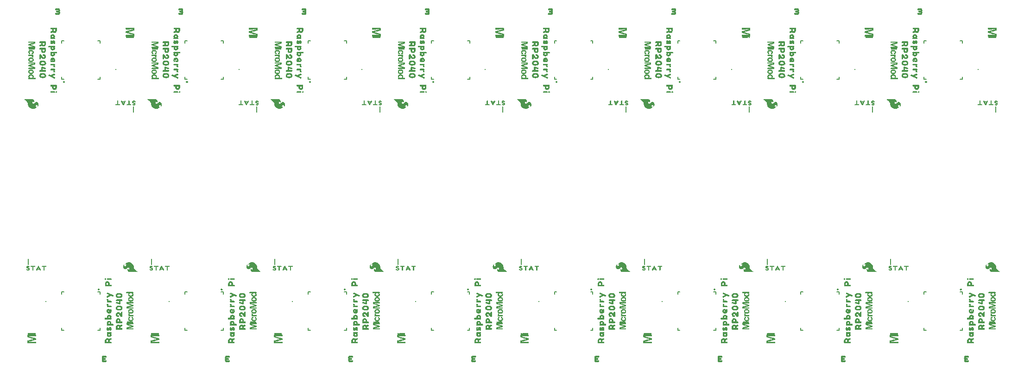
<source format=gto>
G04 EAGLE Gerber RS-274X export*
G75*
%MOMM*%
%FSLAX34Y34*%
%LPD*%
%INSilkscreen Top*%
%IPPOS*%
%AMOC8*
5,1,8,0,0,1.08239X$1,22.5*%
G01*
%ADD10C,0.203200*%
%ADD11R,0.640000X0.040000*%
%ADD12R,0.800000X0.040000*%
%ADD13R,0.840000X0.040000*%
%ADD14R,0.280000X0.040000*%
%ADD15R,0.600000X0.040000*%
%ADD16R,0.680000X0.040000*%
%ADD17R,0.760000X0.040000*%
%ADD18C,0.152400*%
%ADD19C,0.254000*%
%ADD20C,0.323106*%

G36*
X663099Y191396D02*
X663099Y191396D01*
X663125Y191393D01*
X663183Y191415D01*
X663243Y191429D01*
X663263Y191446D01*
X663287Y191455D01*
X663329Y191500D01*
X663377Y191539D01*
X663387Y191563D01*
X663405Y191582D01*
X663422Y191641D01*
X663447Y191698D01*
X663447Y191723D01*
X663454Y191748D01*
X663443Y191809D01*
X663441Y191871D01*
X663429Y191893D01*
X663424Y191919D01*
X663376Y191990D01*
X663358Y192023D01*
X663350Y192029D01*
X663343Y192039D01*
X662843Y192539D01*
X662812Y192558D01*
X662770Y192596D01*
X662310Y192872D01*
X661843Y193339D01*
X661830Y193347D01*
X661818Y193362D01*
X661231Y193851D01*
X660043Y195039D01*
X660032Y195046D01*
X660022Y195059D01*
X658633Y196249D01*
X657676Y197206D01*
X657137Y198104D01*
X657054Y198601D01*
X657054Y200470D01*
X657048Y200496D01*
X657049Y200533D01*
X656849Y201733D01*
X656844Y201746D01*
X656843Y201757D01*
X656842Y201760D01*
X656841Y201770D01*
X656741Y202137D01*
X656741Y202138D01*
X656637Y202518D01*
X656541Y202870D01*
X656532Y202887D01*
X656530Y202897D01*
X656530Y202898D01*
X656530Y202899D01*
X656527Y202911D01*
X656127Y203911D01*
X656112Y203933D01*
X656100Y203966D01*
X655500Y204966D01*
X655480Y204986D01*
X655460Y205020D01*
X654760Y205820D01*
X654751Y205827D01*
X654743Y205839D01*
X653943Y206639D01*
X653925Y206650D01*
X653908Y206670D01*
X653008Y207370D01*
X652985Y207381D01*
X652959Y207402D01*
X651159Y208402D01*
X651123Y208413D01*
X651071Y208438D01*
X649171Y208938D01*
X649140Y208939D01*
X649097Y208950D01*
X647397Y209050D01*
X647361Y209043D01*
X647304Y209044D01*
X645704Y208744D01*
X645683Y208735D01*
X645654Y208731D01*
X644154Y208231D01*
X644123Y208212D01*
X644070Y208191D01*
X642970Y207491D01*
X642952Y207472D01*
X642922Y207454D01*
X642022Y206654D01*
X641999Y206622D01*
X641952Y206572D01*
X641452Y205772D01*
X641429Y205706D01*
X641401Y205642D01*
X641402Y205625D01*
X641396Y205608D01*
X641405Y205539D01*
X641408Y205469D01*
X641416Y205454D01*
X641418Y205436D01*
X641457Y205378D01*
X641490Y205317D01*
X641505Y205307D01*
X641515Y205292D01*
X641575Y205257D01*
X641632Y205217D01*
X641651Y205214D01*
X641665Y205206D01*
X641704Y205203D01*
X641774Y205190D01*
X642612Y205190D01*
X642828Y205118D01*
X642949Y205058D01*
X643142Y204865D01*
X643194Y204708D01*
X643194Y204517D01*
X643015Y203803D01*
X642845Y203461D01*
X642664Y203190D01*
X642386Y202820D01*
X641832Y202266D01*
X641318Y201923D01*
X641027Y201850D01*
X640536Y201850D01*
X640320Y201922D01*
X640165Y202000D01*
X639939Y202150D01*
X639699Y202471D01*
X639537Y202794D01*
X639447Y203245D01*
X639444Y203252D01*
X639443Y203262D01*
X639354Y203617D01*
X639354Y204080D01*
X639414Y204200D01*
X639418Y204215D01*
X639427Y204228D01*
X639453Y204362D01*
X639454Y204369D01*
X639454Y204370D01*
X639454Y204470D01*
X639449Y204495D01*
X639451Y204521D01*
X639429Y204579D01*
X639415Y204639D01*
X639399Y204659D01*
X639389Y204683D01*
X639344Y204725D01*
X639305Y204772D01*
X639281Y204783D01*
X639262Y204800D01*
X639203Y204818D01*
X639147Y204843D01*
X639121Y204842D01*
X639096Y204850D01*
X639035Y204839D01*
X638974Y204837D01*
X638951Y204824D01*
X638925Y204820D01*
X638854Y204772D01*
X638821Y204754D01*
X638816Y204746D01*
X638805Y204739D01*
X638705Y204639D01*
X638693Y204619D01*
X638670Y204598D01*
X638370Y204198D01*
X638358Y204172D01*
X638356Y204169D01*
X638356Y204168D01*
X638334Y204140D01*
X637634Y202740D01*
X637626Y202705D01*
X637603Y202653D01*
X637403Y201753D01*
X637403Y201734D01*
X637401Y201729D01*
X637402Y201710D01*
X637394Y201670D01*
X637394Y200670D01*
X637401Y200642D01*
X637400Y200602D01*
X637600Y199502D01*
X637615Y199467D01*
X637640Y199388D01*
X638240Y198288D01*
X638258Y198268D01*
X638274Y198237D01*
X638974Y197337D01*
X638998Y197317D01*
X639073Y197248D01*
X639873Y196748D01*
X639906Y196736D01*
X639954Y196709D01*
X640854Y196409D01*
X640892Y196406D01*
X640974Y196390D01*
X641774Y196390D01*
X641807Y196397D01*
X641857Y196399D01*
X642757Y196599D01*
X642792Y196616D01*
X642859Y196638D01*
X643759Y197138D01*
X643783Y197160D01*
X643825Y197184D01*
X644625Y197884D01*
X644625Y197885D01*
X644627Y197886D01*
X645527Y198686D01*
X645533Y198694D01*
X645543Y198701D01*
X646185Y199343D01*
X646843Y199590D01*
X647412Y199590D01*
X647890Y199431D01*
X648291Y199110D01*
X648621Y198614D01*
X648794Y197923D01*
X648794Y197208D01*
X648708Y196779D01*
X648550Y196384D01*
X648032Y195866D01*
X647806Y195715D01*
X647612Y195650D01*
X647336Y195650D01*
X647180Y195702D01*
X646707Y196175D01*
X646635Y196390D01*
X646623Y196410D01*
X646614Y196440D01*
X646414Y196840D01*
X646390Y196869D01*
X646343Y196939D01*
X646243Y197039D01*
X646222Y197052D01*
X646206Y197071D01*
X646149Y197097D01*
X646096Y197130D01*
X646071Y197133D01*
X646048Y197143D01*
X645986Y197141D01*
X645923Y197147D01*
X645900Y197138D01*
X645875Y197137D01*
X645820Y197107D01*
X645761Y197085D01*
X645744Y197067D01*
X645722Y197055D01*
X645669Y196985D01*
X645644Y196958D01*
X645641Y196949D01*
X645634Y196940D01*
X645434Y196540D01*
X645431Y196525D01*
X645422Y196512D01*
X645396Y196378D01*
X645394Y196372D01*
X645394Y196371D01*
X645394Y196370D01*
X645394Y195170D01*
X645400Y195144D01*
X645399Y195108D01*
X645499Y194508D01*
X645501Y194502D01*
X645501Y194495D01*
X645601Y193995D01*
X645614Y193969D01*
X645614Y193964D01*
X645615Y193951D01*
X645618Y193945D01*
X645621Y193929D01*
X645821Y193429D01*
X645843Y193398D01*
X645870Y193342D01*
X646170Y192942D01*
X646174Y192938D01*
X646177Y192932D01*
X646577Y192432D01*
X646600Y192415D01*
X646679Y192344D01*
X647679Y191744D01*
X647715Y191732D01*
X647770Y191704D01*
X648470Y191504D01*
X648495Y191503D01*
X648527Y191493D01*
X649327Y191393D01*
X649348Y191395D01*
X649374Y191390D01*
X663074Y191390D01*
X663099Y191396D01*
G37*
G36*
X888169Y191396D02*
X888169Y191396D01*
X888194Y191393D01*
X888252Y191415D01*
X888312Y191429D01*
X888332Y191446D01*
X888356Y191455D01*
X888398Y191500D01*
X888446Y191539D01*
X888457Y191563D01*
X888474Y191582D01*
X888492Y191641D01*
X888517Y191698D01*
X888516Y191723D01*
X888523Y191748D01*
X888513Y191809D01*
X888510Y191871D01*
X888498Y191893D01*
X888494Y191919D01*
X888445Y191990D01*
X888428Y192023D01*
X888419Y192029D01*
X888412Y192039D01*
X887912Y192539D01*
X887881Y192558D01*
X887839Y192596D01*
X887379Y192872D01*
X886912Y193339D01*
X886899Y193347D01*
X886887Y193362D01*
X886300Y193851D01*
X885112Y195039D01*
X885101Y195046D01*
X885091Y195059D01*
X883702Y196249D01*
X882746Y197206D01*
X882207Y198104D01*
X882124Y198601D01*
X882124Y200470D01*
X882118Y200496D01*
X882119Y200533D01*
X881919Y201733D01*
X881913Y201746D01*
X881913Y201757D01*
X881911Y201760D01*
X881910Y201770D01*
X881810Y202137D01*
X881810Y202138D01*
X881707Y202518D01*
X881610Y202870D01*
X881601Y202887D01*
X881599Y202897D01*
X881599Y202898D01*
X881599Y202899D01*
X881597Y202911D01*
X881197Y203911D01*
X881182Y203933D01*
X881170Y203966D01*
X880570Y204966D01*
X880550Y204986D01*
X880530Y205020D01*
X879830Y205820D01*
X879820Y205827D01*
X879812Y205839D01*
X879012Y206639D01*
X878995Y206650D01*
X878977Y206670D01*
X878077Y207370D01*
X878054Y207381D01*
X878028Y207402D01*
X876228Y208402D01*
X876193Y208413D01*
X876140Y208438D01*
X874240Y208938D01*
X874209Y208939D01*
X874166Y208950D01*
X872466Y209050D01*
X872430Y209043D01*
X872374Y209044D01*
X870774Y208744D01*
X870753Y208735D01*
X870723Y208731D01*
X869223Y208231D01*
X869192Y208212D01*
X869139Y208191D01*
X868039Y207491D01*
X868021Y207472D01*
X867991Y207454D01*
X867091Y206654D01*
X867068Y206622D01*
X867021Y206572D01*
X866521Y205772D01*
X866499Y205706D01*
X866470Y205642D01*
X866471Y205625D01*
X866465Y205608D01*
X866474Y205539D01*
X866477Y205469D01*
X866485Y205454D01*
X866488Y205436D01*
X866527Y205378D01*
X866560Y205317D01*
X866574Y205307D01*
X866584Y205292D01*
X866645Y205257D01*
X866701Y205217D01*
X866721Y205214D01*
X866735Y205206D01*
X866774Y205203D01*
X866844Y205190D01*
X867682Y205190D01*
X867898Y205118D01*
X868018Y205058D01*
X868211Y204865D01*
X868263Y204708D01*
X868263Y204517D01*
X868085Y203803D01*
X867914Y203461D01*
X867733Y203190D01*
X867456Y202820D01*
X866901Y202266D01*
X866388Y201923D01*
X866097Y201850D01*
X865605Y201850D01*
X865389Y201922D01*
X865235Y202000D01*
X865009Y202150D01*
X864768Y202471D01*
X864607Y202794D01*
X864516Y203245D01*
X864513Y203252D01*
X864513Y203262D01*
X864424Y203617D01*
X864424Y204080D01*
X864484Y204200D01*
X864487Y204215D01*
X864496Y204228D01*
X864522Y204362D01*
X864524Y204369D01*
X864524Y204370D01*
X864524Y204470D01*
X864518Y204495D01*
X864520Y204521D01*
X864498Y204579D01*
X864484Y204639D01*
X864468Y204659D01*
X864459Y204683D01*
X864413Y204725D01*
X864374Y204772D01*
X864351Y204783D01*
X864332Y204800D01*
X864272Y204818D01*
X864216Y204843D01*
X864190Y204842D01*
X864166Y204850D01*
X864105Y204839D01*
X864043Y204837D01*
X864020Y204824D01*
X863995Y204820D01*
X863923Y204772D01*
X863891Y204754D01*
X863885Y204746D01*
X863875Y204739D01*
X863775Y204639D01*
X863762Y204619D01*
X863739Y204598D01*
X863439Y204198D01*
X863428Y204172D01*
X863426Y204169D01*
X863425Y204169D01*
X863425Y204168D01*
X863404Y204140D01*
X862704Y202740D01*
X862695Y202705D01*
X862672Y202653D01*
X862472Y201753D01*
X862473Y201734D01*
X862470Y201729D01*
X862471Y201710D01*
X862463Y201670D01*
X862463Y200670D01*
X862470Y200642D01*
X862469Y200602D01*
X862669Y199502D01*
X862685Y199467D01*
X862710Y199388D01*
X863310Y198288D01*
X863327Y198268D01*
X863343Y198237D01*
X864043Y197337D01*
X864067Y197317D01*
X864142Y197248D01*
X864942Y196748D01*
X864976Y196736D01*
X865023Y196709D01*
X865923Y196409D01*
X865961Y196406D01*
X866044Y196390D01*
X866844Y196390D01*
X866877Y196397D01*
X866926Y196399D01*
X867826Y196599D01*
X867861Y196616D01*
X867928Y196638D01*
X868828Y197138D01*
X868853Y197160D01*
X868894Y197184D01*
X869694Y197884D01*
X869695Y197885D01*
X869696Y197886D01*
X870596Y198686D01*
X870602Y198694D01*
X870612Y198701D01*
X871254Y199343D01*
X871913Y199590D01*
X872482Y199590D01*
X872959Y199431D01*
X873360Y199110D01*
X873691Y198614D01*
X873863Y197923D01*
X873863Y197208D01*
X873778Y196779D01*
X873620Y196384D01*
X873101Y195866D01*
X872875Y195715D01*
X872682Y195650D01*
X872405Y195650D01*
X872249Y195702D01*
X871776Y196175D01*
X871704Y196390D01*
X871692Y196410D01*
X871684Y196440D01*
X871484Y196840D01*
X871460Y196869D01*
X871412Y196939D01*
X871312Y197039D01*
X871291Y197052D01*
X871275Y197071D01*
X871218Y197097D01*
X871165Y197130D01*
X871140Y197133D01*
X871118Y197143D01*
X871055Y197141D01*
X870993Y197147D01*
X870969Y197138D01*
X870944Y197137D01*
X870889Y197107D01*
X870831Y197085D01*
X870814Y197067D01*
X870792Y197055D01*
X870738Y196985D01*
X870713Y196958D01*
X870710Y196949D01*
X870704Y196940D01*
X870504Y196540D01*
X870500Y196525D01*
X870491Y196512D01*
X870465Y196378D01*
X870463Y196372D01*
X870464Y196371D01*
X870463Y196370D01*
X870463Y195170D01*
X870470Y195144D01*
X870469Y195108D01*
X870569Y194508D01*
X870571Y194502D01*
X870571Y194495D01*
X870671Y193995D01*
X870683Y193969D01*
X870684Y193964D01*
X870684Y193951D01*
X870687Y193945D01*
X870691Y193929D01*
X870891Y193429D01*
X870912Y193398D01*
X870939Y193342D01*
X871239Y192942D01*
X871244Y192938D01*
X871247Y192932D01*
X871647Y192432D01*
X871669Y192415D01*
X871748Y192344D01*
X872748Y191744D01*
X872784Y191732D01*
X872839Y191704D01*
X873539Y191504D01*
X873564Y191503D01*
X873596Y191493D01*
X874396Y191393D01*
X874417Y191395D01*
X874444Y191390D01*
X888144Y191390D01*
X888169Y191396D01*
G37*
G36*
X1113264Y191396D02*
X1113264Y191396D01*
X1113289Y191393D01*
X1113347Y191415D01*
X1113407Y191429D01*
X1113427Y191446D01*
X1113451Y191455D01*
X1113493Y191500D01*
X1113541Y191539D01*
X1113551Y191563D01*
X1113569Y191582D01*
X1113586Y191641D01*
X1113612Y191698D01*
X1113611Y191723D01*
X1113618Y191748D01*
X1113607Y191809D01*
X1113605Y191871D01*
X1113593Y191893D01*
X1113588Y191919D01*
X1113540Y191990D01*
X1113522Y192023D01*
X1113514Y192029D01*
X1113507Y192039D01*
X1113007Y192539D01*
X1112976Y192558D01*
X1112934Y192596D01*
X1112474Y192872D01*
X1112007Y193339D01*
X1111994Y193347D01*
X1111982Y193362D01*
X1111395Y193851D01*
X1110207Y195039D01*
X1110196Y195046D01*
X1110186Y195059D01*
X1108797Y196249D01*
X1107840Y197206D01*
X1107302Y198104D01*
X1107219Y198601D01*
X1107219Y200470D01*
X1107213Y200496D01*
X1107213Y200533D01*
X1107013Y201733D01*
X1107008Y201746D01*
X1107007Y201757D01*
X1107006Y201760D01*
X1107005Y201770D01*
X1106905Y202137D01*
X1106905Y202138D01*
X1106801Y202518D01*
X1106705Y202870D01*
X1106696Y202887D01*
X1106694Y202897D01*
X1106694Y202898D01*
X1106694Y202899D01*
X1106691Y202911D01*
X1106291Y203911D01*
X1106276Y203933D01*
X1106264Y203966D01*
X1105664Y204966D01*
X1105644Y204986D01*
X1105625Y205020D01*
X1104925Y205820D01*
X1104915Y205827D01*
X1104907Y205839D01*
X1104107Y206639D01*
X1104090Y206650D01*
X1104072Y206670D01*
X1103172Y207370D01*
X1103149Y207381D01*
X1103123Y207402D01*
X1101323Y208402D01*
X1101287Y208413D01*
X1101235Y208438D01*
X1099335Y208938D01*
X1099304Y208939D01*
X1099261Y208950D01*
X1097561Y209050D01*
X1097525Y209043D01*
X1097468Y209044D01*
X1095868Y208744D01*
X1095848Y208735D01*
X1095818Y208731D01*
X1094318Y208231D01*
X1094287Y208212D01*
X1094234Y208191D01*
X1093134Y207491D01*
X1093116Y207472D01*
X1093086Y207454D01*
X1092186Y206654D01*
X1092163Y206622D01*
X1092116Y206572D01*
X1091616Y205772D01*
X1091594Y205706D01*
X1091565Y205642D01*
X1091566Y205625D01*
X1091560Y205608D01*
X1091569Y205539D01*
X1091572Y205469D01*
X1091580Y205454D01*
X1091583Y205436D01*
X1091621Y205378D01*
X1091654Y205317D01*
X1091669Y205307D01*
X1091679Y205292D01*
X1091740Y205257D01*
X1091796Y205217D01*
X1091816Y205214D01*
X1091829Y205206D01*
X1091869Y205203D01*
X1091938Y205190D01*
X1092777Y205190D01*
X1092993Y205118D01*
X1093113Y205058D01*
X1093306Y204865D01*
X1093358Y204708D01*
X1093358Y204517D01*
X1093180Y203803D01*
X1093009Y203461D01*
X1092828Y203190D01*
X1092550Y202820D01*
X1091996Y202266D01*
X1091482Y201923D01*
X1091192Y201850D01*
X1090700Y201850D01*
X1090484Y201922D01*
X1090330Y202000D01*
X1090104Y202150D01*
X1089863Y202471D01*
X1089701Y202794D01*
X1089611Y203245D01*
X1089608Y203252D01*
X1089607Y203262D01*
X1089519Y203617D01*
X1089519Y204080D01*
X1089579Y204200D01*
X1089582Y204215D01*
X1089591Y204228D01*
X1089617Y204362D01*
X1089619Y204369D01*
X1089619Y204370D01*
X1089619Y204470D01*
X1089613Y204495D01*
X1089615Y204521D01*
X1089593Y204579D01*
X1089579Y204639D01*
X1089563Y204659D01*
X1089554Y204683D01*
X1089508Y204725D01*
X1089469Y204772D01*
X1089445Y204783D01*
X1089427Y204800D01*
X1089367Y204818D01*
X1089311Y204843D01*
X1089285Y204842D01*
X1089260Y204850D01*
X1089199Y204839D01*
X1089138Y204837D01*
X1089115Y204824D01*
X1089090Y204820D01*
X1089018Y204772D01*
X1088986Y204754D01*
X1088980Y204746D01*
X1088970Y204739D01*
X1088870Y204639D01*
X1088857Y204619D01*
X1088834Y204598D01*
X1088534Y204198D01*
X1088523Y204172D01*
X1088521Y204169D01*
X1088520Y204169D01*
X1088520Y204168D01*
X1088498Y204140D01*
X1087798Y202740D01*
X1087790Y202705D01*
X1087767Y202653D01*
X1087567Y201753D01*
X1087567Y201734D01*
X1087565Y201729D01*
X1087566Y201710D01*
X1087558Y201670D01*
X1087558Y200670D01*
X1087565Y200642D01*
X1087564Y200602D01*
X1087764Y199502D01*
X1087779Y199467D01*
X1087805Y199388D01*
X1088405Y198288D01*
X1088422Y198268D01*
X1088438Y198237D01*
X1089138Y197337D01*
X1089162Y197317D01*
X1089237Y197248D01*
X1090037Y196748D01*
X1090071Y196736D01*
X1090118Y196709D01*
X1091018Y196409D01*
X1091056Y196406D01*
X1091138Y196390D01*
X1091938Y196390D01*
X1091971Y196397D01*
X1092021Y196399D01*
X1092921Y196599D01*
X1092956Y196616D01*
X1093023Y196638D01*
X1093923Y197138D01*
X1093948Y197160D01*
X1093989Y197184D01*
X1094789Y197884D01*
X1094790Y197885D01*
X1094791Y197886D01*
X1095691Y198686D01*
X1095697Y198694D01*
X1095707Y198701D01*
X1096349Y199343D01*
X1097007Y199590D01*
X1097577Y199590D01*
X1098054Y199431D01*
X1098455Y199110D01*
X1098785Y198614D01*
X1098958Y197923D01*
X1098958Y197208D01*
X1098872Y196779D01*
X1098714Y196384D01*
X1098196Y195866D01*
X1097970Y195715D01*
X1097777Y195650D01*
X1097500Y195650D01*
X1097344Y195702D01*
X1096871Y196175D01*
X1096799Y196390D01*
X1096787Y196410D01*
X1096779Y196440D01*
X1096579Y196840D01*
X1096554Y196869D01*
X1096507Y196939D01*
X1096407Y197039D01*
X1096386Y197052D01*
X1096370Y197071D01*
X1096313Y197097D01*
X1096260Y197130D01*
X1096235Y197133D01*
X1096212Y197143D01*
X1096150Y197141D01*
X1096088Y197147D01*
X1096064Y197138D01*
X1096039Y197137D01*
X1095984Y197107D01*
X1095926Y197085D01*
X1095909Y197067D01*
X1095887Y197055D01*
X1095833Y196985D01*
X1095808Y196958D01*
X1095805Y196949D01*
X1095798Y196940D01*
X1095598Y196540D01*
X1095595Y196525D01*
X1095586Y196512D01*
X1095560Y196378D01*
X1095558Y196372D01*
X1095558Y196371D01*
X1095558Y196370D01*
X1095558Y195170D01*
X1095564Y195144D01*
X1095563Y195108D01*
X1095663Y194508D01*
X1095666Y194502D01*
X1095666Y194495D01*
X1095766Y193995D01*
X1095778Y193969D01*
X1095779Y193964D01*
X1095779Y193951D01*
X1095782Y193945D01*
X1095785Y193929D01*
X1095985Y193429D01*
X1096007Y193398D01*
X1096034Y193342D01*
X1096334Y192942D01*
X1096338Y192938D01*
X1096341Y192932D01*
X1096741Y192432D01*
X1096764Y192415D01*
X1096843Y192344D01*
X1097843Y191744D01*
X1097879Y191732D01*
X1097934Y191704D01*
X1098634Y191504D01*
X1098659Y191503D01*
X1098691Y191493D01*
X1099491Y191393D01*
X1099512Y191395D01*
X1099538Y191390D01*
X1113238Y191390D01*
X1113264Y191396D01*
G37*
G36*
X1563428Y191396D02*
X1563428Y191396D01*
X1563453Y191393D01*
X1563511Y191415D01*
X1563571Y191429D01*
X1563591Y191446D01*
X1563615Y191455D01*
X1563657Y191500D01*
X1563705Y191539D01*
X1563716Y191563D01*
X1563733Y191582D01*
X1563751Y191641D01*
X1563776Y191698D01*
X1563775Y191723D01*
X1563782Y191748D01*
X1563772Y191809D01*
X1563769Y191871D01*
X1563757Y191893D01*
X1563753Y191919D01*
X1563704Y191990D01*
X1563687Y192023D01*
X1563678Y192029D01*
X1563671Y192039D01*
X1563171Y192539D01*
X1563140Y192558D01*
X1563098Y192596D01*
X1562638Y192872D01*
X1562171Y193339D01*
X1562158Y193347D01*
X1562146Y193362D01*
X1561559Y193851D01*
X1560371Y195039D01*
X1560360Y195046D01*
X1560350Y195059D01*
X1558961Y196249D01*
X1558005Y197206D01*
X1557466Y198104D01*
X1557383Y198601D01*
X1557383Y200470D01*
X1557377Y200496D01*
X1557378Y200533D01*
X1557178Y201733D01*
X1557172Y201746D01*
X1557172Y201757D01*
X1557170Y201760D01*
X1557169Y201770D01*
X1557069Y202137D01*
X1557069Y202138D01*
X1556966Y202518D01*
X1556869Y202870D01*
X1556860Y202887D01*
X1556858Y202897D01*
X1556858Y202898D01*
X1556858Y202899D01*
X1556856Y202911D01*
X1556456Y203911D01*
X1556441Y203933D01*
X1556429Y203966D01*
X1555829Y204966D01*
X1555809Y204986D01*
X1555789Y205020D01*
X1555089Y205820D01*
X1555079Y205827D01*
X1555071Y205839D01*
X1554271Y206639D01*
X1554254Y206650D01*
X1554236Y206670D01*
X1553336Y207370D01*
X1553313Y207381D01*
X1553287Y207402D01*
X1551487Y208402D01*
X1551452Y208413D01*
X1551399Y208438D01*
X1549499Y208938D01*
X1549468Y208939D01*
X1549425Y208950D01*
X1547725Y209050D01*
X1547689Y209043D01*
X1547633Y209044D01*
X1546033Y208744D01*
X1546012Y208735D01*
X1545982Y208731D01*
X1544482Y208231D01*
X1544451Y208212D01*
X1544398Y208191D01*
X1543298Y207491D01*
X1543280Y207472D01*
X1543250Y207454D01*
X1542350Y206654D01*
X1542327Y206622D01*
X1542280Y206572D01*
X1541780Y205772D01*
X1541758Y205706D01*
X1541729Y205642D01*
X1541730Y205625D01*
X1541724Y205608D01*
X1541733Y205539D01*
X1541736Y205469D01*
X1541744Y205454D01*
X1541747Y205436D01*
X1541786Y205378D01*
X1541819Y205317D01*
X1541833Y205307D01*
X1541843Y205292D01*
X1541904Y205257D01*
X1541960Y205217D01*
X1541980Y205214D01*
X1541994Y205206D01*
X1542033Y205203D01*
X1542103Y205190D01*
X1542941Y205190D01*
X1543157Y205118D01*
X1543277Y205058D01*
X1543470Y204865D01*
X1543522Y204708D01*
X1543522Y204517D01*
X1543344Y203803D01*
X1543173Y203461D01*
X1542992Y203190D01*
X1542715Y202820D01*
X1542160Y202266D01*
X1541647Y201923D01*
X1541356Y201850D01*
X1540864Y201850D01*
X1540648Y201922D01*
X1540494Y202000D01*
X1540268Y202150D01*
X1540027Y202471D01*
X1539866Y202794D01*
X1539775Y203245D01*
X1539772Y203252D01*
X1539772Y203262D01*
X1539683Y203617D01*
X1539683Y204080D01*
X1539743Y204200D01*
X1539746Y204215D01*
X1539755Y204228D01*
X1539781Y204362D01*
X1539783Y204369D01*
X1539783Y204370D01*
X1539783Y204470D01*
X1539777Y204495D01*
X1539779Y204521D01*
X1539757Y204579D01*
X1539743Y204639D01*
X1539727Y204659D01*
X1539718Y204683D01*
X1539672Y204725D01*
X1539633Y204772D01*
X1539610Y204783D01*
X1539591Y204800D01*
X1539531Y204818D01*
X1539475Y204843D01*
X1539449Y204842D01*
X1539425Y204850D01*
X1539364Y204839D01*
X1539302Y204837D01*
X1539279Y204824D01*
X1539254Y204820D01*
X1539182Y204772D01*
X1539150Y204754D01*
X1539144Y204746D01*
X1539134Y204739D01*
X1539034Y204639D01*
X1539021Y204619D01*
X1538998Y204598D01*
X1538698Y204198D01*
X1538687Y204172D01*
X1538685Y204169D01*
X1538684Y204169D01*
X1538684Y204168D01*
X1538663Y204140D01*
X1537963Y202740D01*
X1537954Y202705D01*
X1537931Y202653D01*
X1537731Y201753D01*
X1537732Y201734D01*
X1537729Y201729D01*
X1537730Y201710D01*
X1537722Y201670D01*
X1537722Y200670D01*
X1537729Y200642D01*
X1537728Y200602D01*
X1537928Y199502D01*
X1537944Y199467D01*
X1537969Y199388D01*
X1538569Y198288D01*
X1538586Y198268D01*
X1538602Y198237D01*
X1539302Y197337D01*
X1539326Y197317D01*
X1539401Y197248D01*
X1540201Y196748D01*
X1540235Y196736D01*
X1540282Y196709D01*
X1541182Y196409D01*
X1541220Y196406D01*
X1541303Y196390D01*
X1542103Y196390D01*
X1542136Y196397D01*
X1542185Y196399D01*
X1543085Y196599D01*
X1543120Y196616D01*
X1543187Y196638D01*
X1544087Y197138D01*
X1544112Y197160D01*
X1544153Y197184D01*
X1544953Y197884D01*
X1544954Y197885D01*
X1544955Y197886D01*
X1545855Y198686D01*
X1545861Y198694D01*
X1545871Y198701D01*
X1546513Y199343D01*
X1547172Y199590D01*
X1547741Y199590D01*
X1548218Y199431D01*
X1548619Y199110D01*
X1548950Y198614D01*
X1549122Y197923D01*
X1549122Y197208D01*
X1549037Y196779D01*
X1548879Y196384D01*
X1548360Y195866D01*
X1548134Y195715D01*
X1547941Y195650D01*
X1547664Y195650D01*
X1547508Y195702D01*
X1547035Y196175D01*
X1546963Y196390D01*
X1546951Y196410D01*
X1546943Y196440D01*
X1546743Y196840D01*
X1546719Y196869D01*
X1546671Y196939D01*
X1546571Y197039D01*
X1546550Y197052D01*
X1546534Y197071D01*
X1546477Y197097D01*
X1546424Y197130D01*
X1546399Y197133D01*
X1546377Y197143D01*
X1546314Y197141D01*
X1546252Y197147D01*
X1546228Y197138D01*
X1546203Y197137D01*
X1546148Y197107D01*
X1546090Y197085D01*
X1546073Y197067D01*
X1546051Y197055D01*
X1545997Y196985D01*
X1545972Y196958D01*
X1545969Y196949D01*
X1545963Y196940D01*
X1545763Y196540D01*
X1545759Y196525D01*
X1545750Y196512D01*
X1545724Y196378D01*
X1545722Y196372D01*
X1545723Y196371D01*
X1545722Y196370D01*
X1545722Y195170D01*
X1545729Y195144D01*
X1545728Y195108D01*
X1545828Y194508D01*
X1545830Y194502D01*
X1545830Y194495D01*
X1545930Y193995D01*
X1545942Y193969D01*
X1545943Y193964D01*
X1545943Y193951D01*
X1545946Y193945D01*
X1545950Y193929D01*
X1546150Y193429D01*
X1546171Y193398D01*
X1546198Y193342D01*
X1546498Y192942D01*
X1546503Y192938D01*
X1546506Y192932D01*
X1546906Y192432D01*
X1546928Y192415D01*
X1547007Y192344D01*
X1548007Y191744D01*
X1548043Y191732D01*
X1548098Y191704D01*
X1548798Y191504D01*
X1548823Y191503D01*
X1548855Y191493D01*
X1549655Y191393D01*
X1549676Y191395D01*
X1549703Y191390D01*
X1563403Y191390D01*
X1563428Y191396D01*
G37*
G36*
X1788497Y191396D02*
X1788497Y191396D01*
X1788523Y191393D01*
X1788581Y191415D01*
X1788641Y191429D01*
X1788661Y191446D01*
X1788685Y191455D01*
X1788727Y191500D01*
X1788774Y191539D01*
X1788785Y191563D01*
X1788802Y191582D01*
X1788820Y191641D01*
X1788845Y191698D01*
X1788844Y191723D01*
X1788852Y191748D01*
X1788841Y191809D01*
X1788839Y191871D01*
X1788826Y191893D01*
X1788822Y191919D01*
X1788774Y191990D01*
X1788756Y192023D01*
X1788748Y192029D01*
X1788741Y192039D01*
X1788241Y192539D01*
X1788210Y192558D01*
X1788168Y192596D01*
X1787708Y192872D01*
X1787241Y193339D01*
X1787228Y193347D01*
X1787215Y193362D01*
X1786629Y193851D01*
X1785441Y195039D01*
X1785430Y195046D01*
X1785419Y195059D01*
X1784030Y196249D01*
X1783074Y197206D01*
X1782535Y198104D01*
X1782452Y198601D01*
X1782452Y200470D01*
X1782446Y200496D01*
X1782447Y200533D01*
X1782247Y201733D01*
X1782241Y201746D01*
X1782241Y201757D01*
X1782240Y201760D01*
X1782239Y201770D01*
X1782139Y202137D01*
X1782139Y202138D01*
X1782035Y202518D01*
X1781939Y202870D01*
X1781930Y202887D01*
X1781928Y202897D01*
X1781928Y202898D01*
X1781927Y202899D01*
X1781925Y202911D01*
X1781525Y203911D01*
X1781510Y203933D01*
X1781498Y203966D01*
X1780898Y204966D01*
X1780878Y204986D01*
X1780858Y205020D01*
X1780158Y205820D01*
X1780149Y205827D01*
X1780141Y205839D01*
X1779341Y206639D01*
X1779323Y206650D01*
X1779305Y206670D01*
X1778405Y207370D01*
X1778382Y207381D01*
X1778357Y207402D01*
X1776557Y208402D01*
X1776521Y208413D01*
X1776469Y208438D01*
X1774569Y208938D01*
X1774537Y208939D01*
X1774494Y208950D01*
X1772794Y209050D01*
X1772758Y209043D01*
X1772702Y209044D01*
X1771102Y208744D01*
X1771081Y208735D01*
X1771052Y208731D01*
X1769552Y208231D01*
X1769521Y208212D01*
X1769468Y208191D01*
X1768368Y207491D01*
X1768349Y207472D01*
X1768319Y207454D01*
X1767419Y206654D01*
X1767397Y206622D01*
X1767350Y206572D01*
X1766850Y205772D01*
X1766827Y205706D01*
X1766799Y205642D01*
X1766799Y205625D01*
X1766794Y205608D01*
X1766803Y205539D01*
X1766805Y205469D01*
X1766814Y205454D01*
X1766816Y205436D01*
X1766855Y205378D01*
X1766888Y205317D01*
X1766903Y205307D01*
X1766913Y205292D01*
X1766973Y205257D01*
X1767030Y205217D01*
X1767049Y205214D01*
X1767063Y205206D01*
X1767102Y205203D01*
X1767172Y205190D01*
X1768010Y205190D01*
X1768226Y205118D01*
X1768347Y205058D01*
X1768540Y204865D01*
X1768592Y204708D01*
X1768592Y204517D01*
X1768413Y203803D01*
X1768243Y203461D01*
X1768061Y203190D01*
X1767784Y202820D01*
X1767230Y202266D01*
X1766716Y201923D01*
X1766425Y201850D01*
X1765934Y201850D01*
X1765718Y201922D01*
X1765563Y202000D01*
X1765337Y202150D01*
X1765097Y202471D01*
X1764935Y202794D01*
X1764845Y203245D01*
X1764841Y203252D01*
X1764841Y203262D01*
X1764752Y203617D01*
X1764752Y204080D01*
X1764812Y204200D01*
X1764816Y204215D01*
X1764825Y204228D01*
X1764851Y204362D01*
X1764852Y204369D01*
X1764852Y204370D01*
X1764852Y204470D01*
X1764846Y204495D01*
X1764849Y204521D01*
X1764827Y204579D01*
X1764813Y204639D01*
X1764796Y204659D01*
X1764787Y204683D01*
X1764742Y204725D01*
X1764703Y204772D01*
X1764679Y204783D01*
X1764660Y204800D01*
X1764601Y204818D01*
X1764544Y204843D01*
X1764519Y204842D01*
X1764494Y204850D01*
X1764433Y204839D01*
X1764371Y204837D01*
X1764349Y204824D01*
X1764323Y204820D01*
X1764252Y204772D01*
X1764219Y204754D01*
X1764213Y204746D01*
X1764203Y204739D01*
X1764103Y204639D01*
X1764091Y204619D01*
X1764068Y204598D01*
X1763768Y204198D01*
X1763756Y204172D01*
X1763754Y204169D01*
X1763753Y204168D01*
X1763732Y204140D01*
X1763032Y202740D01*
X1763023Y202705D01*
X1763001Y202653D01*
X1762801Y201753D01*
X1762801Y201734D01*
X1762799Y201729D01*
X1762799Y201710D01*
X1762792Y201670D01*
X1762792Y200670D01*
X1762798Y200642D01*
X1762798Y200602D01*
X1762998Y199502D01*
X1763013Y199467D01*
X1763038Y199388D01*
X1763638Y198288D01*
X1763656Y198268D01*
X1763672Y198237D01*
X1764372Y197337D01*
X1764396Y197317D01*
X1764470Y197248D01*
X1765270Y196748D01*
X1765304Y196736D01*
X1765352Y196709D01*
X1766252Y196409D01*
X1766289Y196406D01*
X1766372Y196390D01*
X1767172Y196390D01*
X1767205Y196397D01*
X1767255Y196399D01*
X1768155Y196599D01*
X1768190Y196616D01*
X1768257Y196638D01*
X1769157Y197138D01*
X1769181Y197160D01*
X1769222Y197184D01*
X1770022Y197884D01*
X1770023Y197885D01*
X1770025Y197886D01*
X1770925Y198686D01*
X1770930Y198694D01*
X1770941Y198701D01*
X1771583Y199343D01*
X1772241Y199590D01*
X1772810Y199590D01*
X1773287Y199431D01*
X1773688Y199110D01*
X1774019Y198614D01*
X1774192Y197923D01*
X1774192Y197208D01*
X1774106Y196779D01*
X1773948Y196384D01*
X1773430Y195866D01*
X1773204Y195715D01*
X1773010Y195650D01*
X1772734Y195650D01*
X1772577Y195702D01*
X1772104Y196175D01*
X1772033Y196390D01*
X1772020Y196410D01*
X1772012Y196440D01*
X1771812Y196840D01*
X1771788Y196869D01*
X1771741Y196939D01*
X1771641Y197039D01*
X1771620Y197052D01*
X1771604Y197071D01*
X1771547Y197097D01*
X1771494Y197130D01*
X1771469Y197133D01*
X1771446Y197143D01*
X1771383Y197141D01*
X1771321Y197147D01*
X1771298Y197138D01*
X1771273Y197137D01*
X1771218Y197107D01*
X1771159Y197085D01*
X1771142Y197067D01*
X1771120Y197055D01*
X1771066Y196985D01*
X1771042Y196958D01*
X1771039Y196949D01*
X1771032Y196940D01*
X1770832Y196540D01*
X1770828Y196525D01*
X1770819Y196512D01*
X1770793Y196378D01*
X1770792Y196372D01*
X1770792Y196371D01*
X1770792Y196370D01*
X1770792Y195170D01*
X1770798Y195144D01*
X1770797Y195108D01*
X1770897Y194508D01*
X1770899Y194502D01*
X1770899Y194495D01*
X1770999Y193995D01*
X1771011Y193969D01*
X1771012Y193964D01*
X1771013Y193951D01*
X1771016Y193945D01*
X1771019Y193929D01*
X1771219Y193429D01*
X1771241Y193398D01*
X1771268Y193342D01*
X1771568Y192942D01*
X1771572Y192938D01*
X1771575Y192932D01*
X1771975Y192432D01*
X1771998Y192415D01*
X1772076Y192344D01*
X1773076Y191744D01*
X1773112Y191732D01*
X1773168Y191704D01*
X1773868Y191504D01*
X1773893Y191503D01*
X1773925Y191493D01*
X1774725Y191393D01*
X1774746Y191395D01*
X1774772Y191390D01*
X1788472Y191390D01*
X1788497Y191396D01*
G37*
G36*
X438005Y191396D02*
X438005Y191396D01*
X438030Y191393D01*
X438088Y191415D01*
X438148Y191429D01*
X438168Y191446D01*
X438192Y191455D01*
X438234Y191500D01*
X438282Y191539D01*
X438292Y191563D01*
X438310Y191582D01*
X438327Y191641D01*
X438353Y191698D01*
X438352Y191723D01*
X438359Y191748D01*
X438348Y191809D01*
X438346Y191871D01*
X438334Y191893D01*
X438329Y191919D01*
X438281Y191990D01*
X438263Y192023D01*
X438255Y192029D01*
X438248Y192039D01*
X437748Y192539D01*
X437717Y192558D01*
X437675Y192596D01*
X437215Y192872D01*
X436748Y193339D01*
X436735Y193347D01*
X436723Y193362D01*
X436136Y193851D01*
X434948Y195039D01*
X434937Y195046D01*
X434927Y195059D01*
X433538Y196249D01*
X432581Y197206D01*
X432043Y198104D01*
X431960Y198601D01*
X431960Y200470D01*
X431954Y200496D01*
X431954Y200533D01*
X431754Y201733D01*
X431749Y201746D01*
X431748Y201757D01*
X431747Y201760D01*
X431746Y201770D01*
X431646Y202137D01*
X431646Y202138D01*
X431542Y202518D01*
X431446Y202870D01*
X431437Y202887D01*
X431435Y202897D01*
X431435Y202898D01*
X431435Y202899D01*
X431432Y202911D01*
X431032Y203911D01*
X431017Y203933D01*
X431005Y203966D01*
X430405Y204966D01*
X430385Y204986D01*
X430366Y205020D01*
X429666Y205820D01*
X429656Y205827D01*
X429648Y205839D01*
X428848Y206639D01*
X428831Y206650D01*
X428813Y206670D01*
X427913Y207370D01*
X427890Y207381D01*
X427864Y207402D01*
X426064Y208402D01*
X426028Y208413D01*
X425976Y208438D01*
X424076Y208938D01*
X424045Y208939D01*
X424002Y208950D01*
X422302Y209050D01*
X422266Y209043D01*
X422209Y209044D01*
X420609Y208744D01*
X420589Y208735D01*
X420559Y208731D01*
X419059Y208231D01*
X419028Y208212D01*
X418975Y208191D01*
X417875Y207491D01*
X417857Y207472D01*
X417827Y207454D01*
X416927Y206654D01*
X416904Y206622D01*
X416857Y206572D01*
X416357Y205772D01*
X416335Y205706D01*
X416306Y205642D01*
X416307Y205625D01*
X416301Y205608D01*
X416310Y205539D01*
X416313Y205469D01*
X416321Y205454D01*
X416324Y205436D01*
X416362Y205378D01*
X416395Y205317D01*
X416410Y205307D01*
X416420Y205292D01*
X416481Y205257D01*
X416537Y205217D01*
X416557Y205214D01*
X416570Y205206D01*
X416610Y205203D01*
X416679Y205190D01*
X417518Y205190D01*
X417734Y205118D01*
X417854Y205058D01*
X418047Y204865D01*
X418099Y204708D01*
X418099Y204517D01*
X417921Y203803D01*
X417750Y203461D01*
X417569Y203190D01*
X417291Y202820D01*
X416737Y202266D01*
X416223Y201923D01*
X415933Y201850D01*
X415441Y201850D01*
X415225Y201922D01*
X415071Y202000D01*
X414845Y202150D01*
X414604Y202471D01*
X414442Y202794D01*
X414352Y203245D01*
X414349Y203252D01*
X414348Y203262D01*
X414260Y203617D01*
X414260Y204080D01*
X414320Y204200D01*
X414323Y204215D01*
X414332Y204228D01*
X414358Y204362D01*
X414360Y204369D01*
X414360Y204370D01*
X414360Y204470D01*
X414354Y204495D01*
X414356Y204521D01*
X414334Y204579D01*
X414320Y204639D01*
X414304Y204659D01*
X414295Y204683D01*
X414249Y204725D01*
X414210Y204772D01*
X414186Y204783D01*
X414168Y204800D01*
X414108Y204818D01*
X414052Y204843D01*
X414026Y204842D01*
X414001Y204850D01*
X413940Y204839D01*
X413879Y204837D01*
X413856Y204824D01*
X413831Y204820D01*
X413759Y204772D01*
X413727Y204754D01*
X413721Y204746D01*
X413711Y204739D01*
X413611Y204639D01*
X413598Y204619D01*
X413575Y204598D01*
X413275Y204198D01*
X413264Y204172D01*
X413262Y204169D01*
X413261Y204169D01*
X413261Y204168D01*
X413239Y204140D01*
X412539Y202740D01*
X412531Y202705D01*
X412508Y202653D01*
X412308Y201753D01*
X412308Y201734D01*
X412306Y201729D01*
X412307Y201710D01*
X412299Y201670D01*
X412299Y200670D01*
X412306Y200642D01*
X412305Y200602D01*
X412505Y199502D01*
X412520Y199467D01*
X412546Y199388D01*
X413146Y198288D01*
X413163Y198268D01*
X413179Y198237D01*
X413879Y197337D01*
X413903Y197317D01*
X413978Y197248D01*
X414778Y196748D01*
X414812Y196736D01*
X414859Y196709D01*
X415759Y196409D01*
X415797Y196406D01*
X415879Y196390D01*
X416679Y196390D01*
X416712Y196397D01*
X416762Y196399D01*
X417662Y196599D01*
X417697Y196616D01*
X417764Y196638D01*
X418664Y197138D01*
X418689Y197160D01*
X418730Y197184D01*
X419530Y197884D01*
X419531Y197885D01*
X419532Y197886D01*
X420432Y198686D01*
X420438Y198694D01*
X420448Y198701D01*
X421090Y199343D01*
X421748Y199590D01*
X422318Y199590D01*
X422795Y199431D01*
X423196Y199110D01*
X423526Y198614D01*
X423699Y197923D01*
X423699Y197208D01*
X423613Y196779D01*
X423455Y196384D01*
X422937Y195866D01*
X422711Y195715D01*
X422518Y195650D01*
X422241Y195650D01*
X422085Y195702D01*
X421612Y196175D01*
X421540Y196390D01*
X421528Y196410D01*
X421520Y196440D01*
X421320Y196840D01*
X421295Y196869D01*
X421248Y196939D01*
X421148Y197039D01*
X421127Y197052D01*
X421111Y197071D01*
X421054Y197097D01*
X421001Y197130D01*
X420976Y197133D01*
X420953Y197143D01*
X420891Y197141D01*
X420829Y197147D01*
X420805Y197138D01*
X420780Y197137D01*
X420725Y197107D01*
X420667Y197085D01*
X420650Y197067D01*
X420628Y197055D01*
X420574Y196985D01*
X420549Y196958D01*
X420546Y196949D01*
X420539Y196940D01*
X420339Y196540D01*
X420336Y196525D01*
X420327Y196512D01*
X420301Y196378D01*
X420299Y196372D01*
X420299Y196371D01*
X420299Y196370D01*
X420299Y195170D01*
X420305Y195144D01*
X420304Y195108D01*
X420404Y194508D01*
X420407Y194502D01*
X420407Y194495D01*
X420507Y193995D01*
X420519Y193969D01*
X420520Y193964D01*
X420520Y193951D01*
X420523Y193945D01*
X420526Y193929D01*
X420726Y193429D01*
X420748Y193398D01*
X420775Y193342D01*
X421075Y192942D01*
X421079Y192938D01*
X421082Y192932D01*
X421482Y192432D01*
X421505Y192415D01*
X421584Y192344D01*
X422584Y191744D01*
X422620Y191732D01*
X422675Y191704D01*
X423375Y191504D01*
X423400Y191503D01*
X423432Y191493D01*
X424232Y191393D01*
X424253Y191395D01*
X424279Y191390D01*
X437979Y191390D01*
X438005Y191396D01*
G37*
G36*
X1338333Y191396D02*
X1338333Y191396D01*
X1338359Y191393D01*
X1338416Y191415D01*
X1338477Y191429D01*
X1338496Y191446D01*
X1338521Y191455D01*
X1338563Y191500D01*
X1338610Y191539D01*
X1338621Y191563D01*
X1338638Y191582D01*
X1338656Y191641D01*
X1338681Y191698D01*
X1338680Y191723D01*
X1338687Y191748D01*
X1338677Y191809D01*
X1338675Y191871D01*
X1338662Y191893D01*
X1338658Y191919D01*
X1338610Y191990D01*
X1338592Y192023D01*
X1338584Y192029D01*
X1338577Y192039D01*
X1338077Y192539D01*
X1338046Y192558D01*
X1338003Y192596D01*
X1337544Y192872D01*
X1337077Y193339D01*
X1337064Y193347D01*
X1337051Y193362D01*
X1336464Y193851D01*
X1335277Y195039D01*
X1335266Y195046D01*
X1335255Y195059D01*
X1333866Y196249D01*
X1332910Y197206D01*
X1332371Y198104D01*
X1332288Y198601D01*
X1332288Y200470D01*
X1332282Y200496D01*
X1332283Y200533D01*
X1332083Y201733D01*
X1332077Y201746D01*
X1332077Y201757D01*
X1332075Y201760D01*
X1332075Y201770D01*
X1331975Y202137D01*
X1331974Y202138D01*
X1331871Y202518D01*
X1331775Y202870D01*
X1331766Y202887D01*
X1331764Y202897D01*
X1331764Y202898D01*
X1331763Y202899D01*
X1331761Y202911D01*
X1331361Y203911D01*
X1331346Y203933D01*
X1331334Y203966D01*
X1330734Y204966D01*
X1330714Y204986D01*
X1330694Y205020D01*
X1329994Y205820D01*
X1329985Y205827D01*
X1329977Y205839D01*
X1329177Y206639D01*
X1329159Y206650D01*
X1329141Y206670D01*
X1328241Y207370D01*
X1328218Y207381D01*
X1328192Y207402D01*
X1326392Y208402D01*
X1326357Y208413D01*
X1326305Y208438D01*
X1324405Y208938D01*
X1324373Y208939D01*
X1324330Y208950D01*
X1322630Y209050D01*
X1322594Y209043D01*
X1322538Y209044D01*
X1320938Y208744D01*
X1320917Y208735D01*
X1320888Y208731D01*
X1319388Y208231D01*
X1319356Y208212D01*
X1319304Y208191D01*
X1318204Y207491D01*
X1318185Y207472D01*
X1318155Y207454D01*
X1317255Y206654D01*
X1317233Y206622D01*
X1317185Y206572D01*
X1316685Y205772D01*
X1316663Y205706D01*
X1316635Y205642D01*
X1316635Y205625D01*
X1316629Y205608D01*
X1316639Y205539D01*
X1316641Y205469D01*
X1316650Y205454D01*
X1316652Y205436D01*
X1316691Y205378D01*
X1316724Y205317D01*
X1316739Y205307D01*
X1316749Y205292D01*
X1316809Y205257D01*
X1316866Y205217D01*
X1316885Y205214D01*
X1316899Y205206D01*
X1316938Y205203D01*
X1317008Y205190D01*
X1317846Y205190D01*
X1318062Y205118D01*
X1318183Y205058D01*
X1318375Y204865D01*
X1318428Y204708D01*
X1318428Y204517D01*
X1318249Y203803D01*
X1318078Y203461D01*
X1317897Y203190D01*
X1317620Y202820D01*
X1317066Y202266D01*
X1316552Y201923D01*
X1316261Y201850D01*
X1315770Y201850D01*
X1315554Y201922D01*
X1315399Y202000D01*
X1315173Y202150D01*
X1314933Y202471D01*
X1314771Y202794D01*
X1314681Y203245D01*
X1314677Y203252D01*
X1314677Y203262D01*
X1314588Y203617D01*
X1314588Y204080D01*
X1314648Y204200D01*
X1314652Y204215D01*
X1314660Y204228D01*
X1314687Y204362D01*
X1314688Y204369D01*
X1314688Y204370D01*
X1314688Y204470D01*
X1314682Y204495D01*
X1314685Y204521D01*
X1314663Y204579D01*
X1314649Y204639D01*
X1314632Y204659D01*
X1314623Y204683D01*
X1314578Y204725D01*
X1314538Y204772D01*
X1314515Y204783D01*
X1314496Y204800D01*
X1314437Y204818D01*
X1314380Y204843D01*
X1314355Y204842D01*
X1314330Y204850D01*
X1314269Y204839D01*
X1314207Y204837D01*
X1314184Y204824D01*
X1314159Y204820D01*
X1314088Y204772D01*
X1314055Y204754D01*
X1314049Y204746D01*
X1314039Y204739D01*
X1313939Y204639D01*
X1313927Y204619D01*
X1313904Y204598D01*
X1313604Y204198D01*
X1313592Y204172D01*
X1313590Y204169D01*
X1313589Y204169D01*
X1313589Y204168D01*
X1313568Y204140D01*
X1312868Y202740D01*
X1312859Y202705D01*
X1312837Y202653D01*
X1312637Y201753D01*
X1312637Y201734D01*
X1312635Y201729D01*
X1312635Y201710D01*
X1312628Y201670D01*
X1312628Y200670D01*
X1312634Y200642D01*
X1312634Y200602D01*
X1312834Y199502D01*
X1312849Y199467D01*
X1312874Y199388D01*
X1313474Y198288D01*
X1313492Y198268D01*
X1313508Y198237D01*
X1314208Y197337D01*
X1314231Y197317D01*
X1314306Y197248D01*
X1315106Y196748D01*
X1315140Y196736D01*
X1315188Y196709D01*
X1316088Y196409D01*
X1316125Y196406D01*
X1316208Y196390D01*
X1317008Y196390D01*
X1317041Y196397D01*
X1317090Y196399D01*
X1317990Y196599D01*
X1318026Y196616D01*
X1318092Y196638D01*
X1318992Y197138D01*
X1319017Y197160D01*
X1319058Y197184D01*
X1319858Y197884D01*
X1319859Y197885D01*
X1319860Y197886D01*
X1320760Y198686D01*
X1320766Y198694D01*
X1320777Y198701D01*
X1321418Y199343D01*
X1322077Y199590D01*
X1322646Y199590D01*
X1323123Y199431D01*
X1323524Y199110D01*
X1323855Y198614D01*
X1324028Y197923D01*
X1324028Y197208D01*
X1323942Y196779D01*
X1323784Y196384D01*
X1323266Y195866D01*
X1323039Y195715D01*
X1322846Y195650D01*
X1322570Y195650D01*
X1322413Y195702D01*
X1321940Y196175D01*
X1321869Y196390D01*
X1321856Y196410D01*
X1321848Y196440D01*
X1321648Y196840D01*
X1321624Y196869D01*
X1321577Y196939D01*
X1321477Y197039D01*
X1321455Y197052D01*
X1321440Y197071D01*
X1321383Y197097D01*
X1321329Y197130D01*
X1321305Y197133D01*
X1321282Y197143D01*
X1321219Y197141D01*
X1321157Y197147D01*
X1321134Y197138D01*
X1321109Y197137D01*
X1321054Y197107D01*
X1320995Y197085D01*
X1320978Y197067D01*
X1320956Y197055D01*
X1320902Y196985D01*
X1320877Y196958D01*
X1320875Y196949D01*
X1320868Y196940D01*
X1320668Y196540D01*
X1320664Y196525D01*
X1320655Y196512D01*
X1320629Y196378D01*
X1320628Y196372D01*
X1320628Y196371D01*
X1320628Y196370D01*
X1320628Y195170D01*
X1320634Y195144D01*
X1320633Y195108D01*
X1320733Y194508D01*
X1320735Y194502D01*
X1320735Y194495D01*
X1320835Y193995D01*
X1320847Y193969D01*
X1320848Y193964D01*
X1320849Y193951D01*
X1320852Y193945D01*
X1320855Y193929D01*
X1321055Y193429D01*
X1321077Y193398D01*
X1321104Y193342D01*
X1321404Y192942D01*
X1321408Y192938D01*
X1321411Y192932D01*
X1321811Y192432D01*
X1321833Y192415D01*
X1321912Y192344D01*
X1322912Y191744D01*
X1322948Y191732D01*
X1323003Y191704D01*
X1323703Y191504D01*
X1323729Y191503D01*
X1323761Y191493D01*
X1324561Y191393D01*
X1324581Y191395D01*
X1324608Y191390D01*
X1338308Y191390D01*
X1338333Y191396D01*
G37*
G36*
X212935Y191396D02*
X212935Y191396D01*
X212961Y191393D01*
X213019Y191415D01*
X213079Y191429D01*
X213099Y191446D01*
X213123Y191455D01*
X213165Y191500D01*
X213212Y191539D01*
X213223Y191563D01*
X213240Y191582D01*
X213258Y191641D01*
X213283Y191698D01*
X213282Y191723D01*
X213290Y191748D01*
X213279Y191809D01*
X213277Y191871D01*
X213264Y191893D01*
X213260Y191919D01*
X213212Y191990D01*
X213194Y192023D01*
X213186Y192029D01*
X213179Y192039D01*
X212679Y192539D01*
X212648Y192558D01*
X212606Y192596D01*
X212146Y192872D01*
X211679Y193339D01*
X211666Y193347D01*
X211653Y193362D01*
X211067Y193851D01*
X209879Y195039D01*
X209868Y195046D01*
X209857Y195059D01*
X208468Y196249D01*
X207512Y197206D01*
X206973Y198104D01*
X206890Y198601D01*
X206890Y200470D01*
X206884Y200496D01*
X206885Y200533D01*
X206685Y201733D01*
X206679Y201746D01*
X206679Y201757D01*
X206678Y201760D01*
X206677Y201770D01*
X206577Y202137D01*
X206577Y202138D01*
X206473Y202518D01*
X206377Y202870D01*
X206368Y202887D01*
X206366Y202897D01*
X206366Y202898D01*
X206365Y202899D01*
X206363Y202911D01*
X205963Y203911D01*
X205948Y203933D01*
X205936Y203966D01*
X205336Y204966D01*
X205316Y204986D01*
X205296Y205020D01*
X204596Y205820D01*
X204587Y205827D01*
X204579Y205839D01*
X203779Y206639D01*
X203761Y206650D01*
X203743Y206670D01*
X202843Y207370D01*
X202820Y207381D01*
X202795Y207402D01*
X200995Y208402D01*
X200959Y208413D01*
X200907Y208438D01*
X199007Y208938D01*
X198975Y208939D01*
X198932Y208950D01*
X197232Y209050D01*
X197196Y209043D01*
X197140Y209044D01*
X195540Y208744D01*
X195519Y208735D01*
X195490Y208731D01*
X193990Y208231D01*
X193959Y208212D01*
X193906Y208191D01*
X192806Y207491D01*
X192787Y207472D01*
X192757Y207454D01*
X191857Y206654D01*
X191835Y206622D01*
X191788Y206572D01*
X191288Y205772D01*
X191265Y205706D01*
X191237Y205642D01*
X191237Y205625D01*
X191232Y205608D01*
X191241Y205539D01*
X191243Y205469D01*
X191252Y205454D01*
X191254Y205436D01*
X191293Y205378D01*
X191326Y205317D01*
X191341Y205307D01*
X191351Y205292D01*
X191411Y205257D01*
X191468Y205217D01*
X191487Y205214D01*
X191501Y205206D01*
X191540Y205203D01*
X191610Y205190D01*
X192448Y205190D01*
X192664Y205118D01*
X192785Y205058D01*
X192978Y204865D01*
X193030Y204708D01*
X193030Y204517D01*
X192851Y203803D01*
X192681Y203461D01*
X192499Y203190D01*
X192222Y202820D01*
X191668Y202266D01*
X191154Y201923D01*
X190863Y201850D01*
X190372Y201850D01*
X190156Y201922D01*
X190001Y202000D01*
X189775Y202150D01*
X189535Y202471D01*
X189373Y202794D01*
X189283Y203245D01*
X189279Y203252D01*
X189279Y203262D01*
X189190Y203617D01*
X189190Y204080D01*
X189250Y204200D01*
X189254Y204215D01*
X189263Y204228D01*
X189289Y204362D01*
X189290Y204369D01*
X189290Y204370D01*
X189290Y204470D01*
X189284Y204495D01*
X189287Y204521D01*
X189265Y204579D01*
X189251Y204639D01*
X189234Y204659D01*
X189225Y204683D01*
X189180Y204725D01*
X189141Y204772D01*
X189117Y204783D01*
X189098Y204800D01*
X189039Y204818D01*
X188982Y204843D01*
X188957Y204842D01*
X188932Y204850D01*
X188871Y204839D01*
X188809Y204837D01*
X188787Y204824D01*
X188761Y204820D01*
X188690Y204772D01*
X188657Y204754D01*
X188651Y204746D01*
X188641Y204739D01*
X188541Y204639D01*
X188529Y204619D01*
X188506Y204598D01*
X188206Y204198D01*
X188194Y204172D01*
X188192Y204169D01*
X188191Y204168D01*
X188170Y204140D01*
X187470Y202740D01*
X187461Y202705D01*
X187439Y202653D01*
X187239Y201753D01*
X187239Y201734D01*
X187237Y201729D01*
X187237Y201710D01*
X187230Y201670D01*
X187230Y200670D01*
X187236Y200642D01*
X187236Y200602D01*
X187436Y199502D01*
X187451Y199467D01*
X187476Y199388D01*
X188076Y198288D01*
X188094Y198268D01*
X188110Y198237D01*
X188810Y197337D01*
X188834Y197317D01*
X188908Y197248D01*
X189708Y196748D01*
X189742Y196736D01*
X189790Y196709D01*
X190690Y196409D01*
X190727Y196406D01*
X190810Y196390D01*
X191610Y196390D01*
X191643Y196397D01*
X191693Y196399D01*
X192593Y196599D01*
X192628Y196616D01*
X192695Y196638D01*
X193595Y197138D01*
X193619Y197160D01*
X193660Y197184D01*
X194460Y197884D01*
X194461Y197885D01*
X194463Y197886D01*
X195363Y198686D01*
X195368Y198694D01*
X195379Y198701D01*
X196021Y199343D01*
X196679Y199590D01*
X197248Y199590D01*
X197725Y199431D01*
X198126Y199110D01*
X198457Y198614D01*
X198630Y197923D01*
X198630Y197208D01*
X198544Y196779D01*
X198386Y196384D01*
X197868Y195866D01*
X197642Y195715D01*
X197448Y195650D01*
X197172Y195650D01*
X197015Y195702D01*
X196542Y196175D01*
X196471Y196390D01*
X196458Y196410D01*
X196450Y196440D01*
X196250Y196840D01*
X196226Y196869D01*
X196179Y196939D01*
X196079Y197039D01*
X196058Y197052D01*
X196042Y197071D01*
X195985Y197097D01*
X195932Y197130D01*
X195907Y197133D01*
X195884Y197143D01*
X195821Y197141D01*
X195759Y197147D01*
X195736Y197138D01*
X195711Y197137D01*
X195656Y197107D01*
X195597Y197085D01*
X195580Y197067D01*
X195558Y197055D01*
X195504Y196985D01*
X195480Y196958D01*
X195477Y196949D01*
X195470Y196940D01*
X195270Y196540D01*
X195266Y196525D01*
X195257Y196512D01*
X195231Y196378D01*
X195230Y196372D01*
X195230Y196371D01*
X195230Y196370D01*
X195230Y195170D01*
X195236Y195144D01*
X195235Y195108D01*
X195335Y194508D01*
X195337Y194502D01*
X195337Y194495D01*
X195437Y193995D01*
X195449Y193969D01*
X195450Y193964D01*
X195451Y193951D01*
X195454Y193945D01*
X195457Y193929D01*
X195657Y193429D01*
X195679Y193398D01*
X195706Y193342D01*
X196006Y192942D01*
X196010Y192938D01*
X196013Y192932D01*
X196413Y192432D01*
X196436Y192415D01*
X196514Y192344D01*
X197514Y191744D01*
X197550Y191732D01*
X197606Y191704D01*
X198306Y191504D01*
X198331Y191503D01*
X198363Y191493D01*
X199163Y191393D01*
X199184Y191395D01*
X199210Y191390D01*
X212910Y191390D01*
X212935Y191396D01*
G37*
G36*
X247888Y489457D02*
X247888Y489457D01*
X247944Y489456D01*
X249544Y489756D01*
X249565Y489765D01*
X249594Y489769D01*
X251094Y490269D01*
X251126Y490288D01*
X251178Y490309D01*
X252278Y491009D01*
X252297Y491028D01*
X252327Y491046D01*
X253227Y491846D01*
X253246Y491873D01*
X253256Y491881D01*
X253259Y491888D01*
X253297Y491928D01*
X253797Y492728D01*
X253819Y492794D01*
X253847Y492858D01*
X253847Y492875D01*
X253853Y492892D01*
X253844Y492961D01*
X253841Y493031D01*
X253832Y493046D01*
X253830Y493064D01*
X253791Y493122D01*
X253758Y493183D01*
X253744Y493193D01*
X253733Y493208D01*
X253673Y493243D01*
X253616Y493283D01*
X253597Y493286D01*
X253583Y493294D01*
X253544Y493297D01*
X253474Y493310D01*
X252636Y493310D01*
X252420Y493382D01*
X252299Y493443D01*
X252107Y493635D01*
X252054Y493792D01*
X252054Y493983D01*
X252233Y494697D01*
X252404Y495039D01*
X252585Y495310D01*
X252862Y495680D01*
X253416Y496235D01*
X253930Y496577D01*
X254221Y496650D01*
X254712Y496650D01*
X254928Y496578D01*
X255083Y496501D01*
X255309Y496350D01*
X255549Y496029D01*
X255711Y495706D01*
X255801Y495255D01*
X255805Y495248D01*
X255805Y495238D01*
X255894Y494883D01*
X255894Y494420D01*
X255834Y494300D01*
X255831Y494285D01*
X255822Y494272D01*
X255796Y494138D01*
X255794Y494132D01*
X255794Y494131D01*
X255794Y494130D01*
X255794Y494030D01*
X255800Y494005D01*
X255797Y493979D01*
X255819Y493922D01*
X255833Y493861D01*
X255850Y493841D01*
X255859Y493817D01*
X255904Y493775D01*
X255944Y493728D01*
X255967Y493717D01*
X255986Y493700D01*
X256045Y493682D01*
X256102Y493657D01*
X256128Y493658D01*
X256152Y493650D01*
X256213Y493661D01*
X256275Y493663D01*
X256298Y493676D01*
X256323Y493680D01*
X256394Y493728D01*
X256427Y493746D01*
X256433Y493754D01*
X256443Y493761D01*
X256543Y493861D01*
X256555Y493881D01*
X256578Y493902D01*
X256878Y494302D01*
X256890Y494328D01*
X256914Y494360D01*
X257614Y495760D01*
X257623Y495796D01*
X257645Y495848D01*
X257845Y496748D01*
X257845Y496781D01*
X257854Y496830D01*
X257854Y497830D01*
X257848Y497858D01*
X257848Y497898D01*
X257648Y498998D01*
X257633Y499033D01*
X257627Y499053D01*
X257627Y499057D01*
X257624Y499062D01*
X257608Y499112D01*
X257008Y500212D01*
X256990Y500232D01*
X256974Y500263D01*
X256274Y501163D01*
X256251Y501183D01*
X256176Y501252D01*
X255376Y501752D01*
X255342Y501764D01*
X255294Y501791D01*
X254394Y502091D01*
X254357Y502094D01*
X254274Y502110D01*
X253474Y502110D01*
X253441Y502103D01*
X253392Y502101D01*
X252492Y501901D01*
X252456Y501884D01*
X252390Y501862D01*
X251490Y501362D01*
X251465Y501340D01*
X251424Y501316D01*
X250624Y500616D01*
X250623Y500615D01*
X250622Y500614D01*
X249722Y499814D01*
X249716Y499806D01*
X249705Y499799D01*
X249064Y499157D01*
X248405Y498910D01*
X247836Y498910D01*
X247359Y499069D01*
X246958Y499390D01*
X246627Y499886D01*
X246454Y500577D01*
X246454Y501292D01*
X246540Y501721D01*
X246698Y502116D01*
X247216Y502635D01*
X247443Y502785D01*
X247636Y502850D01*
X247912Y502850D01*
X248069Y502798D01*
X248542Y502325D01*
X248613Y502110D01*
X248626Y502090D01*
X248634Y502060D01*
X248834Y501660D01*
X248858Y501631D01*
X248905Y501561D01*
X249005Y501461D01*
X249027Y501448D01*
X249042Y501429D01*
X249100Y501403D01*
X249153Y501370D01*
X249177Y501367D01*
X249200Y501357D01*
X249263Y501359D01*
X249325Y501353D01*
X249348Y501362D01*
X249373Y501363D01*
X249428Y501393D01*
X249487Y501415D01*
X249504Y501433D01*
X249526Y501445D01*
X249580Y501515D01*
X249605Y501542D01*
X249607Y501551D01*
X249614Y501560D01*
X249814Y501960D01*
X249818Y501975D01*
X249827Y501988D01*
X249853Y502122D01*
X249854Y502129D01*
X249854Y502130D01*
X249854Y503330D01*
X249848Y503356D01*
X249849Y503393D01*
X249749Y503993D01*
X249747Y503998D01*
X249747Y504005D01*
X249647Y504505D01*
X249635Y504531D01*
X249627Y504571D01*
X249427Y505071D01*
X249405Y505102D01*
X249378Y505158D01*
X249078Y505558D01*
X249074Y505562D01*
X249071Y505568D01*
X248671Y506068D01*
X248649Y506085D01*
X248570Y506156D01*
X247570Y506756D01*
X247534Y506768D01*
X247479Y506796D01*
X246779Y506996D01*
X246753Y506997D01*
X246721Y507007D01*
X245921Y507107D01*
X245901Y507105D01*
X245874Y507110D01*
X232174Y507110D01*
X232149Y507104D01*
X232123Y507107D01*
X232066Y507085D01*
X232005Y507071D01*
X231986Y507054D01*
X231961Y507045D01*
X231920Y507000D01*
X231872Y506961D01*
X231861Y506937D01*
X231844Y506918D01*
X231826Y506859D01*
X231801Y506802D01*
X231802Y506777D01*
X231795Y506752D01*
X231805Y506691D01*
X231808Y506629D01*
X231820Y506607D01*
X231824Y506581D01*
X231873Y506510D01*
X231890Y506477D01*
X231898Y506471D01*
X231905Y506461D01*
X232405Y505961D01*
X232436Y505942D01*
X232479Y505904D01*
X232938Y505628D01*
X233405Y505161D01*
X233418Y505153D01*
X233431Y505138D01*
X234018Y504649D01*
X235205Y503461D01*
X235216Y503454D01*
X235227Y503441D01*
X236616Y502251D01*
X237572Y501294D01*
X238111Y500396D01*
X238194Y499899D01*
X238194Y498030D01*
X238200Y498004D01*
X238199Y497968D01*
X238399Y496768D01*
X238406Y496752D01*
X238407Y496730D01*
X238450Y496574D01*
X238554Y496194D01*
X238554Y496193D01*
X238657Y495813D01*
X238707Y495630D01*
X238717Y495613D01*
X238721Y495589D01*
X239121Y494589D01*
X239136Y494567D01*
X239148Y494534D01*
X239748Y493534D01*
X239768Y493514D01*
X239788Y493480D01*
X240488Y492680D01*
X240497Y492673D01*
X240505Y492661D01*
X241305Y491861D01*
X241323Y491850D01*
X241341Y491830D01*
X242241Y491130D01*
X242264Y491119D01*
X242290Y491098D01*
X244090Y490098D01*
X244125Y490087D01*
X244177Y490062D01*
X246077Y489562D01*
X246109Y489561D01*
X246152Y489550D01*
X247852Y489450D01*
X247888Y489457D01*
G37*
G36*
X923121Y489457D02*
X923121Y489457D01*
X923178Y489456D01*
X924778Y489756D01*
X924799Y489765D01*
X924828Y489769D01*
X926328Y490269D01*
X926359Y490288D01*
X926412Y490309D01*
X927512Y491009D01*
X927530Y491028D01*
X927560Y491046D01*
X928460Y491846D01*
X928479Y491873D01*
X928489Y491881D01*
X928493Y491888D01*
X928530Y491928D01*
X929030Y492728D01*
X929053Y492794D01*
X929081Y492858D01*
X929080Y492875D01*
X929086Y492892D01*
X929077Y492961D01*
X929075Y493031D01*
X929066Y493046D01*
X929064Y493064D01*
X929025Y493122D01*
X928992Y493183D01*
X928977Y493193D01*
X928967Y493208D01*
X928907Y493243D01*
X928850Y493283D01*
X928831Y493286D01*
X928817Y493294D01*
X928778Y493297D01*
X928708Y493310D01*
X927870Y493310D01*
X927654Y493382D01*
X927533Y493443D01*
X927340Y493635D01*
X927288Y493792D01*
X927288Y493983D01*
X927467Y494697D01*
X927637Y495039D01*
X927818Y495310D01*
X928096Y495680D01*
X928650Y496235D01*
X929164Y496577D01*
X929455Y496650D01*
X929946Y496650D01*
X930162Y496578D01*
X930317Y496501D01*
X930543Y496350D01*
X930783Y496029D01*
X930945Y495706D01*
X931035Y495255D01*
X931038Y495248D01*
X931039Y495238D01*
X931128Y494883D01*
X931128Y494420D01*
X931068Y494300D01*
X931064Y494285D01*
X931055Y494272D01*
X931029Y494138D01*
X931028Y494132D01*
X931028Y494131D01*
X931028Y494130D01*
X931028Y494030D01*
X931033Y494005D01*
X931031Y493979D01*
X931053Y493922D01*
X931067Y493861D01*
X931083Y493841D01*
X931093Y493817D01*
X931138Y493775D01*
X931177Y493728D01*
X931201Y493717D01*
X931220Y493700D01*
X931279Y493682D01*
X931335Y493657D01*
X931361Y493658D01*
X931386Y493650D01*
X931447Y493661D01*
X931509Y493663D01*
X931531Y493676D01*
X931557Y493680D01*
X931628Y493728D01*
X931661Y493746D01*
X931666Y493754D01*
X931677Y493761D01*
X931777Y493861D01*
X931789Y493881D01*
X931812Y493902D01*
X932112Y494302D01*
X932124Y494328D01*
X932148Y494360D01*
X932848Y495760D01*
X932856Y495796D01*
X932879Y495848D01*
X933079Y496748D01*
X933079Y496781D01*
X933088Y496830D01*
X933088Y497830D01*
X933081Y497858D01*
X933082Y497898D01*
X932882Y498998D01*
X932867Y499033D01*
X932861Y499053D01*
X932860Y499057D01*
X932858Y499062D01*
X932842Y499112D01*
X932242Y500212D01*
X932224Y500232D01*
X932208Y500263D01*
X931508Y501163D01*
X931484Y501183D01*
X931409Y501252D01*
X930609Y501752D01*
X930576Y501764D01*
X930528Y501791D01*
X929628Y502091D01*
X929590Y502094D01*
X929508Y502110D01*
X928708Y502110D01*
X928675Y502103D01*
X928625Y502101D01*
X927725Y501901D01*
X927690Y501884D01*
X927623Y501862D01*
X926723Y501362D01*
X926699Y501340D01*
X926657Y501316D01*
X925857Y500616D01*
X925857Y500615D01*
X925855Y500614D01*
X924955Y499814D01*
X924949Y499806D01*
X924939Y499799D01*
X924297Y499157D01*
X923639Y498910D01*
X923070Y498910D01*
X922592Y499069D01*
X922191Y499390D01*
X921861Y499886D01*
X921688Y500577D01*
X921688Y501292D01*
X921774Y501721D01*
X921932Y502116D01*
X922450Y502635D01*
X922676Y502785D01*
X922870Y502850D01*
X923146Y502850D01*
X923302Y502798D01*
X923775Y502325D01*
X923847Y502110D01*
X923859Y502090D01*
X923868Y502060D01*
X924068Y501660D01*
X924092Y501631D01*
X924139Y501561D01*
X924239Y501461D01*
X924260Y501448D01*
X924276Y501429D01*
X924333Y501403D01*
X924386Y501370D01*
X924411Y501367D01*
X924434Y501357D01*
X924496Y501359D01*
X924559Y501353D01*
X924582Y501362D01*
X924607Y501363D01*
X924662Y501393D01*
X924721Y501415D01*
X924738Y501433D01*
X924760Y501445D01*
X924813Y501515D01*
X924838Y501542D01*
X924841Y501551D01*
X924848Y501560D01*
X925048Y501960D01*
X925052Y501975D01*
X925060Y501988D01*
X925087Y502122D01*
X925088Y502129D01*
X925088Y502130D01*
X925088Y503330D01*
X925082Y503356D01*
X925083Y503393D01*
X924983Y503993D01*
X924981Y503998D01*
X924981Y504005D01*
X924881Y504505D01*
X924869Y504531D01*
X924861Y504571D01*
X924661Y505071D01*
X924639Y505102D01*
X924612Y505158D01*
X924312Y505558D01*
X924308Y505562D01*
X924305Y505568D01*
X923905Y506068D01*
X923882Y506085D01*
X923803Y506156D01*
X922803Y506756D01*
X922767Y506768D01*
X922712Y506796D01*
X922012Y506996D01*
X921987Y506997D01*
X921955Y507007D01*
X921155Y507107D01*
X921134Y507105D01*
X921108Y507110D01*
X907408Y507110D01*
X907383Y507104D01*
X907357Y507107D01*
X907299Y507085D01*
X907239Y507071D01*
X907219Y507054D01*
X907195Y507045D01*
X907153Y507000D01*
X907105Y506961D01*
X907095Y506937D01*
X907077Y506918D01*
X907060Y506859D01*
X907035Y506802D01*
X907036Y506777D01*
X907028Y506752D01*
X907039Y506691D01*
X907041Y506629D01*
X907053Y506607D01*
X907058Y506581D01*
X907106Y506510D01*
X907124Y506477D01*
X907132Y506471D01*
X907139Y506461D01*
X907639Y505961D01*
X907670Y505942D01*
X907712Y505904D01*
X908172Y505628D01*
X908639Y505161D01*
X908652Y505153D01*
X908664Y505138D01*
X909251Y504649D01*
X910439Y503461D01*
X910450Y503454D01*
X910460Y503441D01*
X911849Y502251D01*
X912806Y501294D01*
X913345Y500396D01*
X913428Y499899D01*
X913428Y498030D01*
X913434Y498004D01*
X913433Y497968D01*
X913633Y496768D01*
X913639Y496752D01*
X913641Y496730D01*
X913684Y496574D01*
X913787Y496194D01*
X913787Y496193D01*
X913891Y495813D01*
X913941Y495630D01*
X913950Y495613D01*
X913955Y495589D01*
X914355Y494589D01*
X914370Y494567D01*
X914382Y494534D01*
X914982Y493534D01*
X915002Y493514D01*
X915022Y493480D01*
X915722Y492680D01*
X915731Y492673D01*
X915739Y492661D01*
X916539Y491861D01*
X916557Y491850D01*
X916574Y491830D01*
X917474Y491130D01*
X917497Y491119D01*
X917523Y491098D01*
X919323Y490098D01*
X919359Y490087D01*
X919411Y490062D01*
X921311Y489562D01*
X921342Y489561D01*
X921385Y489550D01*
X923085Y489450D01*
X923121Y489457D01*
G37*
G36*
X1373286Y489457D02*
X1373286Y489457D01*
X1373342Y489456D01*
X1374942Y489756D01*
X1374963Y489765D01*
X1374992Y489769D01*
X1376492Y490269D01*
X1376523Y490288D01*
X1376576Y490309D01*
X1377676Y491009D01*
X1377695Y491028D01*
X1377725Y491046D01*
X1378625Y491846D01*
X1378644Y491873D01*
X1378654Y491881D01*
X1378657Y491888D01*
X1378694Y491928D01*
X1379194Y492728D01*
X1379217Y492794D01*
X1379245Y492858D01*
X1379245Y492875D01*
X1379250Y492892D01*
X1379241Y492961D01*
X1379239Y493031D01*
X1379230Y493046D01*
X1379228Y493064D01*
X1379189Y493122D01*
X1379156Y493183D01*
X1379141Y493193D01*
X1379131Y493208D01*
X1379071Y493243D01*
X1379014Y493283D01*
X1378995Y493286D01*
X1378981Y493294D01*
X1378942Y493297D01*
X1378872Y493310D01*
X1378034Y493310D01*
X1377818Y493382D01*
X1377697Y493443D01*
X1377504Y493635D01*
X1377452Y493792D01*
X1377452Y493983D01*
X1377631Y494697D01*
X1377802Y495039D01*
X1377983Y495310D01*
X1378260Y495680D01*
X1378814Y496235D01*
X1379328Y496577D01*
X1379619Y496650D01*
X1380110Y496650D01*
X1380326Y496578D01*
X1380481Y496501D01*
X1380707Y496350D01*
X1380947Y496029D01*
X1381109Y495706D01*
X1381199Y495255D01*
X1381203Y495248D01*
X1381203Y495238D01*
X1381292Y494883D01*
X1381292Y494420D01*
X1381232Y494300D01*
X1381228Y494285D01*
X1381219Y494272D01*
X1381193Y494138D01*
X1381192Y494132D01*
X1381192Y494131D01*
X1381192Y494130D01*
X1381192Y494030D01*
X1381198Y494005D01*
X1381195Y493979D01*
X1381217Y493922D01*
X1381231Y493861D01*
X1381248Y493841D01*
X1381257Y493817D01*
X1381302Y493775D01*
X1381341Y493728D01*
X1381365Y493717D01*
X1381384Y493700D01*
X1381443Y493682D01*
X1381500Y493657D01*
X1381525Y493658D01*
X1381550Y493650D01*
X1381611Y493661D01*
X1381673Y493663D01*
X1381695Y493676D01*
X1381721Y493680D01*
X1381792Y493728D01*
X1381825Y493746D01*
X1381831Y493754D01*
X1381841Y493761D01*
X1381941Y493861D01*
X1381953Y493881D01*
X1381976Y493902D01*
X1382276Y494302D01*
X1382288Y494328D01*
X1382312Y494360D01*
X1383012Y495760D01*
X1383021Y495796D01*
X1383043Y495848D01*
X1383243Y496748D01*
X1383243Y496781D01*
X1383252Y496830D01*
X1383252Y497830D01*
X1383246Y497858D01*
X1383246Y497898D01*
X1383046Y498998D01*
X1383031Y499033D01*
X1383025Y499053D01*
X1383025Y499057D01*
X1383022Y499062D01*
X1383006Y499112D01*
X1382406Y500212D01*
X1382388Y500232D01*
X1382372Y500263D01*
X1381672Y501163D01*
X1381648Y501183D01*
X1381574Y501252D01*
X1380774Y501752D01*
X1380740Y501764D01*
X1380692Y501791D01*
X1379792Y502091D01*
X1379755Y502094D01*
X1379672Y502110D01*
X1378872Y502110D01*
X1378839Y502103D01*
X1378790Y502101D01*
X1377890Y501901D01*
X1377854Y501884D01*
X1377787Y501862D01*
X1376887Y501362D01*
X1376863Y501340D01*
X1376822Y501316D01*
X1376022Y500616D01*
X1376021Y500615D01*
X1376019Y500614D01*
X1375119Y499814D01*
X1375114Y499806D01*
X1375103Y499799D01*
X1374461Y499157D01*
X1373803Y498910D01*
X1373234Y498910D01*
X1372757Y499069D01*
X1372356Y499390D01*
X1372025Y499886D01*
X1371852Y500577D01*
X1371852Y501292D01*
X1371938Y501721D01*
X1372096Y502116D01*
X1372614Y502635D01*
X1372841Y502785D01*
X1373034Y502850D01*
X1373310Y502850D01*
X1373467Y502798D01*
X1373940Y502325D01*
X1374011Y502110D01*
X1374024Y502090D01*
X1374032Y502060D01*
X1374232Y501660D01*
X1374256Y501631D01*
X1374303Y501561D01*
X1374403Y501461D01*
X1374424Y501448D01*
X1374440Y501429D01*
X1374497Y501403D01*
X1374550Y501370D01*
X1374575Y501367D01*
X1374598Y501357D01*
X1374661Y501359D01*
X1374723Y501353D01*
X1374746Y501362D01*
X1374771Y501363D01*
X1374826Y501393D01*
X1374885Y501415D01*
X1374902Y501433D01*
X1374924Y501445D01*
X1374978Y501515D01*
X1375002Y501542D01*
X1375005Y501551D01*
X1375012Y501560D01*
X1375212Y501960D01*
X1375216Y501975D01*
X1375225Y501988D01*
X1375251Y502122D01*
X1375252Y502129D01*
X1375252Y502130D01*
X1375252Y503330D01*
X1375246Y503356D01*
X1375247Y503393D01*
X1375147Y503993D01*
X1375145Y503998D01*
X1375145Y504005D01*
X1375045Y504505D01*
X1375033Y504531D01*
X1375025Y504571D01*
X1374825Y505071D01*
X1374803Y505102D01*
X1374776Y505158D01*
X1374476Y505558D01*
X1374472Y505562D01*
X1374469Y505568D01*
X1374069Y506068D01*
X1374046Y506085D01*
X1373968Y506156D01*
X1372968Y506756D01*
X1372932Y506768D01*
X1372876Y506796D01*
X1372176Y506996D01*
X1372151Y506997D01*
X1372119Y507007D01*
X1371319Y507107D01*
X1371298Y507105D01*
X1371272Y507110D01*
X1357572Y507110D01*
X1357547Y507104D01*
X1357521Y507107D01*
X1357464Y507085D01*
X1357403Y507071D01*
X1357383Y507054D01*
X1357359Y507045D01*
X1357317Y507000D01*
X1357270Y506961D01*
X1357259Y506937D01*
X1357242Y506918D01*
X1357224Y506859D01*
X1357199Y506802D01*
X1357200Y506777D01*
X1357192Y506752D01*
X1357203Y506691D01*
X1357205Y506629D01*
X1357218Y506607D01*
X1357222Y506581D01*
X1357270Y506510D01*
X1357288Y506477D01*
X1357296Y506471D01*
X1357303Y506461D01*
X1357803Y505961D01*
X1357834Y505942D01*
X1357876Y505904D01*
X1358336Y505628D01*
X1358803Y505161D01*
X1358816Y505153D01*
X1358829Y505138D01*
X1359415Y504649D01*
X1360603Y503461D01*
X1360614Y503454D01*
X1360625Y503441D01*
X1362014Y502251D01*
X1362970Y501294D01*
X1363509Y500396D01*
X1363592Y499899D01*
X1363592Y498030D01*
X1363598Y498004D01*
X1363597Y497968D01*
X1363797Y496768D01*
X1363804Y496752D01*
X1363805Y496730D01*
X1363848Y496574D01*
X1363951Y496194D01*
X1363951Y496193D01*
X1364055Y495813D01*
X1364105Y495630D01*
X1364114Y495613D01*
X1364119Y495589D01*
X1364519Y494589D01*
X1364534Y494567D01*
X1364546Y494534D01*
X1365146Y493534D01*
X1365166Y493514D01*
X1365186Y493480D01*
X1365886Y492680D01*
X1365895Y492673D01*
X1365903Y492661D01*
X1366703Y491861D01*
X1366721Y491850D01*
X1366739Y491830D01*
X1367639Y491130D01*
X1367662Y491119D01*
X1367687Y491098D01*
X1369487Y490098D01*
X1369523Y490087D01*
X1369575Y490062D01*
X1371475Y489562D01*
X1371507Y489561D01*
X1371550Y489550D01*
X1373250Y489450D01*
X1373286Y489457D01*
G37*
G36*
X472957Y489457D02*
X472957Y489457D01*
X473014Y489456D01*
X474614Y489756D01*
X474634Y489765D01*
X474664Y489769D01*
X476164Y490269D01*
X476195Y490288D01*
X476248Y490309D01*
X477348Y491009D01*
X477366Y491028D01*
X477396Y491046D01*
X478296Y491846D01*
X478315Y491873D01*
X478325Y491881D01*
X478328Y491888D01*
X478366Y491928D01*
X478866Y492728D01*
X478888Y492794D01*
X478917Y492858D01*
X478916Y492875D01*
X478922Y492892D01*
X478913Y492961D01*
X478910Y493031D01*
X478902Y493046D01*
X478899Y493064D01*
X478861Y493122D01*
X478828Y493183D01*
X478813Y493193D01*
X478803Y493208D01*
X478742Y493243D01*
X478686Y493283D01*
X478666Y493286D01*
X478653Y493294D01*
X478613Y493297D01*
X478544Y493310D01*
X477705Y493310D01*
X477489Y493382D01*
X477369Y493443D01*
X477176Y493635D01*
X477124Y493792D01*
X477124Y493983D01*
X477302Y494697D01*
X477473Y495039D01*
X477654Y495310D01*
X477932Y495680D01*
X478486Y496235D01*
X479000Y496577D01*
X479290Y496650D01*
X479782Y496650D01*
X479998Y496578D01*
X480152Y496501D01*
X480379Y496350D01*
X480619Y496029D01*
X480781Y495706D01*
X480871Y495255D01*
X480874Y495248D01*
X480875Y495238D01*
X480963Y494883D01*
X480963Y494420D01*
X480904Y494300D01*
X480900Y494285D01*
X480891Y494272D01*
X480865Y494138D01*
X480863Y494132D01*
X480864Y494131D01*
X480863Y494130D01*
X480863Y494030D01*
X480869Y494005D01*
X480867Y493979D01*
X480889Y493922D01*
X480903Y493861D01*
X480919Y493841D01*
X480928Y493817D01*
X480974Y493775D01*
X481013Y493728D01*
X481037Y493717D01*
X481056Y493700D01*
X481115Y493682D01*
X481171Y493657D01*
X481197Y493658D01*
X481222Y493650D01*
X481283Y493661D01*
X481344Y493663D01*
X481367Y493676D01*
X481392Y493680D01*
X481464Y493728D01*
X481497Y493746D01*
X481502Y493754D01*
X481512Y493761D01*
X481612Y493861D01*
X481625Y493881D01*
X481648Y493902D01*
X481948Y494302D01*
X481959Y494328D01*
X481984Y494360D01*
X482684Y495760D01*
X482692Y495796D01*
X482715Y495848D01*
X482915Y496748D01*
X482914Y496781D01*
X482924Y496830D01*
X482924Y497830D01*
X482917Y497858D01*
X482918Y497898D01*
X482718Y498998D01*
X482703Y499033D01*
X482696Y499053D01*
X482696Y499057D01*
X482693Y499062D01*
X482677Y499112D01*
X482077Y500212D01*
X482060Y500232D01*
X482044Y500263D01*
X481344Y501163D01*
X481320Y501183D01*
X481245Y501252D01*
X480445Y501752D01*
X480411Y501764D01*
X480364Y501791D01*
X479464Y502091D01*
X479426Y502094D01*
X479344Y502110D01*
X478544Y502110D01*
X478511Y502103D01*
X478461Y502101D01*
X477561Y501901D01*
X477526Y501884D01*
X477459Y501862D01*
X476559Y501362D01*
X476534Y501340D01*
X476493Y501316D01*
X475693Y500616D01*
X475692Y500615D01*
X475691Y500614D01*
X474791Y499814D01*
X474785Y499806D01*
X474775Y499799D01*
X474133Y499157D01*
X473475Y498910D01*
X472905Y498910D01*
X472428Y499069D01*
X472027Y499390D01*
X471697Y499886D01*
X471524Y500577D01*
X471524Y501292D01*
X471610Y501721D01*
X471768Y502116D01*
X472286Y502635D01*
X472512Y502785D01*
X472705Y502850D01*
X472982Y502850D01*
X473138Y502798D01*
X473611Y502325D01*
X473683Y502110D01*
X473695Y502090D01*
X473704Y502060D01*
X473904Y501660D01*
X473928Y501631D01*
X473975Y501561D01*
X474075Y501461D01*
X474096Y501448D01*
X474112Y501429D01*
X474169Y501403D01*
X474222Y501370D01*
X474247Y501367D01*
X474270Y501357D01*
X474332Y501359D01*
X474394Y501353D01*
X474418Y501362D01*
X474443Y501363D01*
X474498Y501393D01*
X474556Y501415D01*
X474573Y501433D01*
X474595Y501445D01*
X474649Y501515D01*
X474674Y501542D01*
X474677Y501551D01*
X474684Y501560D01*
X474884Y501960D01*
X474887Y501975D01*
X474896Y501988D01*
X474922Y502122D01*
X474924Y502129D01*
X474924Y502130D01*
X474924Y503330D01*
X474918Y503356D01*
X474919Y503393D01*
X474819Y503993D01*
X474817Y503998D01*
X474816Y504005D01*
X474716Y504505D01*
X474704Y504531D01*
X474697Y504571D01*
X474497Y505071D01*
X474475Y505102D01*
X474448Y505158D01*
X474148Y505558D01*
X474144Y505562D01*
X474141Y505568D01*
X473741Y506068D01*
X473718Y506085D01*
X473639Y506156D01*
X472639Y506756D01*
X472603Y506768D01*
X472548Y506796D01*
X471848Y506996D01*
X471823Y506997D01*
X471791Y507007D01*
X470991Y507107D01*
X470970Y507105D01*
X470944Y507110D01*
X457244Y507110D01*
X457218Y507104D01*
X457193Y507107D01*
X457135Y507085D01*
X457075Y507071D01*
X457055Y507054D01*
X457031Y507045D01*
X456989Y507000D01*
X456941Y506961D01*
X456931Y506937D01*
X456913Y506918D01*
X456896Y506859D01*
X456870Y506802D01*
X456871Y506777D01*
X456864Y506752D01*
X456875Y506691D01*
X456877Y506629D01*
X456889Y506607D01*
X456894Y506581D01*
X456942Y506510D01*
X456960Y506477D01*
X456968Y506471D01*
X456975Y506461D01*
X457475Y505961D01*
X457506Y505942D01*
X457548Y505904D01*
X458008Y505628D01*
X458475Y505161D01*
X458488Y505153D01*
X458500Y505138D01*
X459087Y504649D01*
X460275Y503461D01*
X460286Y503454D01*
X460296Y503441D01*
X461685Y502251D01*
X462642Y501294D01*
X463180Y500396D01*
X463263Y499899D01*
X463263Y498030D01*
X463270Y498004D01*
X463269Y497968D01*
X463469Y496768D01*
X463475Y496752D01*
X463477Y496730D01*
X463519Y496574D01*
X463623Y496194D01*
X463623Y496193D01*
X463727Y495813D01*
X463777Y495630D01*
X463786Y495613D01*
X463791Y495589D01*
X464191Y494589D01*
X464206Y494567D01*
X464218Y494534D01*
X464818Y493534D01*
X464838Y493514D01*
X464857Y493480D01*
X465557Y492680D01*
X465567Y492673D01*
X465575Y492661D01*
X466375Y491861D01*
X466392Y491850D01*
X466410Y491830D01*
X467310Y491130D01*
X467333Y491119D01*
X467359Y491098D01*
X469159Y490098D01*
X469195Y490087D01*
X469247Y490062D01*
X471147Y489562D01*
X471178Y489561D01*
X471221Y489550D01*
X472921Y489450D01*
X472957Y489457D01*
G37*
G36*
X1148216Y489457D02*
X1148216Y489457D01*
X1148273Y489456D01*
X1149873Y489756D01*
X1149893Y489765D01*
X1149923Y489769D01*
X1151423Y490269D01*
X1151454Y490288D01*
X1151507Y490309D01*
X1152607Y491009D01*
X1152625Y491028D01*
X1152655Y491046D01*
X1153555Y491846D01*
X1153574Y491873D01*
X1153584Y491881D01*
X1153587Y491888D01*
X1153625Y491928D01*
X1154125Y492728D01*
X1154147Y492794D01*
X1154176Y492858D01*
X1154175Y492875D01*
X1154181Y492892D01*
X1154172Y492961D01*
X1154169Y493031D01*
X1154161Y493046D01*
X1154158Y493064D01*
X1154120Y493122D01*
X1154087Y493183D01*
X1154072Y493193D01*
X1154062Y493208D01*
X1154001Y493243D01*
X1153945Y493283D01*
X1153925Y493286D01*
X1153912Y493294D01*
X1153872Y493297D01*
X1153803Y493310D01*
X1152964Y493310D01*
X1152748Y493382D01*
X1152628Y493443D01*
X1152435Y493635D01*
X1152383Y493792D01*
X1152383Y493983D01*
X1152561Y494697D01*
X1152732Y495039D01*
X1152913Y495310D01*
X1153191Y495680D01*
X1153745Y496235D01*
X1154259Y496577D01*
X1154549Y496650D01*
X1155041Y496650D01*
X1155257Y496578D01*
X1155411Y496501D01*
X1155638Y496350D01*
X1155878Y496029D01*
X1156040Y495706D01*
X1156130Y495255D01*
X1156133Y495248D01*
X1156134Y495238D01*
X1156222Y494883D01*
X1156222Y494420D01*
X1156163Y494300D01*
X1156159Y494285D01*
X1156150Y494272D01*
X1156124Y494138D01*
X1156122Y494132D01*
X1156123Y494131D01*
X1156122Y494130D01*
X1156122Y494030D01*
X1156128Y494005D01*
X1156126Y493979D01*
X1156148Y493922D01*
X1156162Y493861D01*
X1156178Y493841D01*
X1156187Y493817D01*
X1156233Y493775D01*
X1156272Y493728D01*
X1156296Y493717D01*
X1156315Y493700D01*
X1156374Y493682D01*
X1156430Y493657D01*
X1156456Y493658D01*
X1156481Y493650D01*
X1156542Y493661D01*
X1156603Y493663D01*
X1156626Y493676D01*
X1156651Y493680D01*
X1156723Y493728D01*
X1156756Y493746D01*
X1156761Y493754D01*
X1156771Y493761D01*
X1156871Y493861D01*
X1156884Y493881D01*
X1156907Y493902D01*
X1157207Y494302D01*
X1157218Y494328D01*
X1157243Y494360D01*
X1157943Y495760D01*
X1157951Y495796D01*
X1157974Y495848D01*
X1158174Y496748D01*
X1158173Y496781D01*
X1158183Y496830D01*
X1158183Y497830D01*
X1158176Y497858D01*
X1158177Y497898D01*
X1157977Y498998D01*
X1157962Y499033D01*
X1157955Y499053D01*
X1157955Y499057D01*
X1157952Y499062D01*
X1157936Y499112D01*
X1157336Y500212D01*
X1157319Y500232D01*
X1157303Y500263D01*
X1156603Y501163D01*
X1156579Y501183D01*
X1156504Y501252D01*
X1155704Y501752D01*
X1155670Y501764D01*
X1155623Y501791D01*
X1154723Y502091D01*
X1154685Y502094D01*
X1154603Y502110D01*
X1153803Y502110D01*
X1153770Y502103D01*
X1153720Y502101D01*
X1152820Y501901D01*
X1152785Y501884D01*
X1152718Y501862D01*
X1151818Y501362D01*
X1151793Y501340D01*
X1151752Y501316D01*
X1150952Y500616D01*
X1150951Y500615D01*
X1150950Y500614D01*
X1150050Y499814D01*
X1150044Y499806D01*
X1150034Y499799D01*
X1149392Y499157D01*
X1148734Y498910D01*
X1148164Y498910D01*
X1147687Y499069D01*
X1147286Y499390D01*
X1146956Y499886D01*
X1146783Y500577D01*
X1146783Y501292D01*
X1146869Y501721D01*
X1147027Y502116D01*
X1147545Y502635D01*
X1147771Y502785D01*
X1147964Y502850D01*
X1148241Y502850D01*
X1148397Y502798D01*
X1148870Y502325D01*
X1148942Y502110D01*
X1148954Y502090D01*
X1148963Y502060D01*
X1149163Y501660D01*
X1149187Y501631D01*
X1149234Y501561D01*
X1149334Y501461D01*
X1149355Y501448D01*
X1149371Y501429D01*
X1149428Y501403D01*
X1149481Y501370D01*
X1149506Y501367D01*
X1149529Y501357D01*
X1149591Y501359D01*
X1149653Y501353D01*
X1149677Y501362D01*
X1149702Y501363D01*
X1149757Y501393D01*
X1149815Y501415D01*
X1149832Y501433D01*
X1149854Y501445D01*
X1149908Y501515D01*
X1149933Y501542D01*
X1149936Y501551D01*
X1149943Y501560D01*
X1150143Y501960D01*
X1150146Y501975D01*
X1150155Y501988D01*
X1150181Y502122D01*
X1150183Y502129D01*
X1150183Y502130D01*
X1150183Y503330D01*
X1150177Y503356D01*
X1150178Y503393D01*
X1150078Y503993D01*
X1150076Y503998D01*
X1150075Y504005D01*
X1149975Y504505D01*
X1149963Y504531D01*
X1149956Y504571D01*
X1149756Y505071D01*
X1149734Y505102D01*
X1149707Y505158D01*
X1149407Y505558D01*
X1149403Y505562D01*
X1149400Y505568D01*
X1149000Y506068D01*
X1148977Y506085D01*
X1148898Y506156D01*
X1147898Y506756D01*
X1147862Y506768D01*
X1147807Y506796D01*
X1147107Y506996D01*
X1147082Y506997D01*
X1147050Y507007D01*
X1146250Y507107D01*
X1146229Y507105D01*
X1146203Y507110D01*
X1132503Y507110D01*
X1132477Y507104D01*
X1132452Y507107D01*
X1132394Y507085D01*
X1132334Y507071D01*
X1132314Y507054D01*
X1132290Y507045D01*
X1132248Y507000D01*
X1132200Y506961D01*
X1132190Y506937D01*
X1132172Y506918D01*
X1132155Y506859D01*
X1132129Y506802D01*
X1132130Y506777D01*
X1132123Y506752D01*
X1132134Y506691D01*
X1132136Y506629D01*
X1132148Y506607D01*
X1132153Y506581D01*
X1132201Y506510D01*
X1132219Y506477D01*
X1132227Y506471D01*
X1132234Y506461D01*
X1132734Y505961D01*
X1132765Y505942D01*
X1132807Y505904D01*
X1133267Y505628D01*
X1133734Y505161D01*
X1133747Y505153D01*
X1133759Y505138D01*
X1134346Y504649D01*
X1135534Y503461D01*
X1135545Y503454D01*
X1135555Y503441D01*
X1136944Y502251D01*
X1137901Y501294D01*
X1138439Y500396D01*
X1138522Y499899D01*
X1138522Y498030D01*
X1138529Y498004D01*
X1138528Y497968D01*
X1138728Y496768D01*
X1138734Y496752D01*
X1138736Y496730D01*
X1138778Y496574D01*
X1138882Y496194D01*
X1138882Y496193D01*
X1138986Y495813D01*
X1139036Y495630D01*
X1139045Y495613D01*
X1139050Y495589D01*
X1139450Y494589D01*
X1139465Y494567D01*
X1139477Y494534D01*
X1140077Y493534D01*
X1140097Y493514D01*
X1140116Y493480D01*
X1140816Y492680D01*
X1140826Y492673D01*
X1140834Y492661D01*
X1141634Y491861D01*
X1141651Y491850D01*
X1141669Y491830D01*
X1142569Y491130D01*
X1142592Y491119D01*
X1142618Y491098D01*
X1144418Y490098D01*
X1144454Y490087D01*
X1144506Y490062D01*
X1146406Y489562D01*
X1146437Y489561D01*
X1146480Y489550D01*
X1148180Y489450D01*
X1148216Y489457D01*
G37*
G36*
X698052Y489457D02*
X698052Y489457D01*
X698108Y489456D01*
X699708Y489756D01*
X699729Y489765D01*
X699759Y489769D01*
X701259Y490269D01*
X701290Y490288D01*
X701343Y490309D01*
X702443Y491009D01*
X702461Y491028D01*
X702491Y491046D01*
X703391Y491846D01*
X703410Y491873D01*
X703420Y491881D01*
X703423Y491888D01*
X703461Y491928D01*
X703961Y492728D01*
X703983Y492794D01*
X704012Y492858D01*
X704011Y492875D01*
X704017Y492892D01*
X704008Y492961D01*
X704005Y493031D01*
X703997Y493046D01*
X703994Y493064D01*
X703955Y493122D01*
X703922Y493183D01*
X703908Y493193D01*
X703898Y493208D01*
X703837Y493243D01*
X703781Y493283D01*
X703761Y493286D01*
X703747Y493294D01*
X703708Y493297D01*
X703638Y493310D01*
X702800Y493310D01*
X702584Y493382D01*
X702464Y493443D01*
X702271Y493635D01*
X702219Y493792D01*
X702219Y493983D01*
X702397Y494697D01*
X702568Y495039D01*
X702749Y495310D01*
X703026Y495680D01*
X703581Y496235D01*
X704095Y496577D01*
X704385Y496650D01*
X704877Y496650D01*
X705093Y496578D01*
X705247Y496501D01*
X705473Y496350D01*
X705714Y496029D01*
X705876Y495706D01*
X705966Y495255D01*
X705969Y495248D01*
X705970Y495238D01*
X706058Y494883D01*
X706058Y494420D01*
X705998Y494300D01*
X705995Y494285D01*
X705986Y494272D01*
X705960Y494138D01*
X705958Y494132D01*
X705958Y494131D01*
X705958Y494130D01*
X705958Y494030D01*
X705964Y494005D01*
X705962Y493979D01*
X705984Y493922D01*
X705998Y493861D01*
X706014Y493841D01*
X706023Y493817D01*
X706069Y493775D01*
X706108Y493728D01*
X706131Y493717D01*
X706150Y493700D01*
X706210Y493682D01*
X706266Y493657D01*
X706292Y493658D01*
X706316Y493650D01*
X706377Y493661D01*
X706439Y493663D01*
X706462Y493676D01*
X706487Y493680D01*
X706559Y493728D01*
X706591Y493746D01*
X706597Y493754D01*
X706607Y493761D01*
X706707Y493861D01*
X706720Y493881D01*
X706743Y493902D01*
X707043Y494302D01*
X707054Y494328D01*
X707079Y494360D01*
X707779Y495760D01*
X707787Y495796D01*
X707810Y495848D01*
X708010Y496748D01*
X708009Y496781D01*
X708019Y496830D01*
X708019Y497830D01*
X708012Y497858D01*
X708013Y497898D01*
X707813Y498998D01*
X707797Y499033D01*
X707791Y499053D01*
X707791Y499057D01*
X707788Y499062D01*
X707772Y499112D01*
X707172Y500212D01*
X707155Y500232D01*
X707139Y500263D01*
X706439Y501163D01*
X706415Y501183D01*
X706340Y501252D01*
X705540Y501752D01*
X705506Y501764D01*
X705459Y501791D01*
X704559Y502091D01*
X704521Y502094D01*
X704438Y502110D01*
X703638Y502110D01*
X703605Y502103D01*
X703556Y502101D01*
X702656Y501901D01*
X702621Y501884D01*
X702554Y501862D01*
X701654Y501362D01*
X701629Y501340D01*
X701588Y501316D01*
X700788Y500616D01*
X700787Y500615D01*
X700786Y500614D01*
X699886Y499814D01*
X699880Y499806D01*
X699870Y499799D01*
X699228Y499157D01*
X698570Y498910D01*
X698000Y498910D01*
X697523Y499069D01*
X697122Y499390D01*
X696791Y499886D01*
X696619Y500577D01*
X696619Y501292D01*
X696704Y501721D01*
X696863Y502116D01*
X697381Y502635D01*
X697607Y502785D01*
X697800Y502850D01*
X698077Y502850D01*
X698233Y502798D01*
X698706Y502325D01*
X698778Y502110D01*
X698790Y502090D01*
X698798Y502060D01*
X698998Y501660D01*
X699022Y501631D01*
X699070Y501561D01*
X699170Y501461D01*
X699191Y501448D01*
X699207Y501429D01*
X699264Y501403D01*
X699317Y501370D01*
X699342Y501367D01*
X699364Y501357D01*
X699427Y501359D01*
X699489Y501353D01*
X699513Y501362D01*
X699538Y501363D01*
X699593Y501393D01*
X699651Y501415D01*
X699668Y501433D01*
X699690Y501445D01*
X699744Y501515D01*
X699769Y501542D01*
X699772Y501551D01*
X699779Y501560D01*
X699979Y501960D01*
X699982Y501975D01*
X699991Y501988D01*
X700017Y502122D01*
X700019Y502129D01*
X700019Y502130D01*
X700019Y503330D01*
X700013Y503356D01*
X700013Y503393D01*
X699913Y503993D01*
X699911Y503998D01*
X699911Y504005D01*
X699811Y504505D01*
X699799Y504531D01*
X699791Y504571D01*
X699591Y505071D01*
X699570Y505102D01*
X699543Y505158D01*
X699243Y505558D01*
X699238Y505562D01*
X699235Y505568D01*
X698835Y506068D01*
X698813Y506085D01*
X698734Y506156D01*
X697734Y506756D01*
X697698Y506768D01*
X697643Y506796D01*
X696943Y506996D01*
X696918Y506997D01*
X696886Y507007D01*
X696086Y507107D01*
X696065Y507105D01*
X696038Y507110D01*
X682338Y507110D01*
X682313Y507104D01*
X682288Y507107D01*
X682230Y507085D01*
X682170Y507071D01*
X682150Y507054D01*
X682126Y507045D01*
X682084Y507000D01*
X682036Y506961D01*
X682025Y506937D01*
X682008Y506918D01*
X681990Y506859D01*
X681965Y506802D01*
X681966Y506777D01*
X681959Y506752D01*
X681969Y506691D01*
X681972Y506629D01*
X681984Y506607D01*
X681988Y506581D01*
X682037Y506510D01*
X682054Y506477D01*
X682063Y506471D01*
X682070Y506461D01*
X682570Y505961D01*
X682601Y505942D01*
X682643Y505904D01*
X683103Y505628D01*
X683570Y505161D01*
X683583Y505153D01*
X683595Y505138D01*
X684182Y504649D01*
X685370Y503461D01*
X685381Y503454D01*
X685391Y503441D01*
X686780Y502251D01*
X687736Y501294D01*
X688275Y500396D01*
X688358Y499899D01*
X688358Y498030D01*
X688364Y498004D01*
X688363Y497968D01*
X688563Y496768D01*
X688570Y496752D01*
X688572Y496730D01*
X688614Y496574D01*
X688718Y496194D01*
X688718Y496193D01*
X688822Y495813D01*
X688872Y495630D01*
X688881Y495613D01*
X688885Y495589D01*
X689285Y494589D01*
X689300Y494567D01*
X689312Y494534D01*
X689912Y493534D01*
X689932Y493514D01*
X689952Y493480D01*
X690652Y492680D01*
X690662Y492673D01*
X690670Y492661D01*
X691470Y491861D01*
X691487Y491850D01*
X691505Y491830D01*
X692405Y491130D01*
X692428Y491119D01*
X692454Y491098D01*
X694254Y490098D01*
X694289Y490087D01*
X694342Y490062D01*
X696242Y489562D01*
X696273Y489561D01*
X696316Y489550D01*
X698016Y489450D01*
X698052Y489457D01*
G37*
G36*
X1598355Y489457D02*
X1598355Y489457D01*
X1598411Y489456D01*
X1600011Y489756D01*
X1600032Y489765D01*
X1600062Y489769D01*
X1601562Y490269D01*
X1601593Y490288D01*
X1601646Y490309D01*
X1602746Y491009D01*
X1602764Y491028D01*
X1602794Y491046D01*
X1603694Y491846D01*
X1603713Y491873D01*
X1603723Y491881D01*
X1603726Y491888D01*
X1603764Y491928D01*
X1604264Y492728D01*
X1604286Y492794D01*
X1604315Y492858D01*
X1604314Y492875D01*
X1604320Y492892D01*
X1604311Y492961D01*
X1604308Y493031D01*
X1604300Y493046D01*
X1604297Y493064D01*
X1604258Y493122D01*
X1604225Y493183D01*
X1604211Y493193D01*
X1604201Y493208D01*
X1604140Y493243D01*
X1604084Y493283D01*
X1604064Y493286D01*
X1604050Y493294D01*
X1604011Y493297D01*
X1603941Y493310D01*
X1603103Y493310D01*
X1602887Y493382D01*
X1602767Y493443D01*
X1602574Y493635D01*
X1602522Y493792D01*
X1602522Y493983D01*
X1602700Y494697D01*
X1602871Y495039D01*
X1603052Y495310D01*
X1603329Y495680D01*
X1603884Y496235D01*
X1604398Y496577D01*
X1604688Y496650D01*
X1605180Y496650D01*
X1605396Y496578D01*
X1605550Y496501D01*
X1605776Y496350D01*
X1606017Y496029D01*
X1606179Y495706D01*
X1606269Y495255D01*
X1606272Y495248D01*
X1606273Y495238D01*
X1606361Y494883D01*
X1606361Y494420D01*
X1606301Y494300D01*
X1606298Y494285D01*
X1606289Y494272D01*
X1606263Y494138D01*
X1606261Y494132D01*
X1606261Y494131D01*
X1606261Y494130D01*
X1606261Y494030D01*
X1606267Y494005D01*
X1606265Y493979D01*
X1606287Y493922D01*
X1606301Y493861D01*
X1606317Y493841D01*
X1606326Y493817D01*
X1606372Y493775D01*
X1606411Y493728D01*
X1606434Y493717D01*
X1606453Y493700D01*
X1606513Y493682D01*
X1606569Y493657D01*
X1606595Y493658D01*
X1606619Y493650D01*
X1606680Y493661D01*
X1606742Y493663D01*
X1606765Y493676D01*
X1606790Y493680D01*
X1606862Y493728D01*
X1606894Y493746D01*
X1606900Y493754D01*
X1606910Y493761D01*
X1607010Y493861D01*
X1607023Y493881D01*
X1607046Y493902D01*
X1607346Y494302D01*
X1607357Y494328D01*
X1607382Y494360D01*
X1608082Y495760D01*
X1608090Y495796D01*
X1608113Y495848D01*
X1608313Y496748D01*
X1608312Y496781D01*
X1608322Y496830D01*
X1608322Y497830D01*
X1608315Y497858D01*
X1608316Y497898D01*
X1608116Y498998D01*
X1608100Y499033D01*
X1608094Y499053D01*
X1608094Y499057D01*
X1608091Y499062D01*
X1608075Y499112D01*
X1607475Y500212D01*
X1607458Y500232D01*
X1607442Y500263D01*
X1606742Y501163D01*
X1606718Y501183D01*
X1606643Y501252D01*
X1605843Y501752D01*
X1605809Y501764D01*
X1605762Y501791D01*
X1604862Y502091D01*
X1604824Y502094D01*
X1604741Y502110D01*
X1603941Y502110D01*
X1603908Y502103D01*
X1603859Y502101D01*
X1602959Y501901D01*
X1602924Y501884D01*
X1602857Y501862D01*
X1601957Y501362D01*
X1601932Y501340D01*
X1601891Y501316D01*
X1601091Y500616D01*
X1601090Y500615D01*
X1601089Y500614D01*
X1600189Y499814D01*
X1600183Y499806D01*
X1600173Y499799D01*
X1599531Y499157D01*
X1598873Y498910D01*
X1598303Y498910D01*
X1597826Y499069D01*
X1597425Y499390D01*
X1597094Y499886D01*
X1596922Y500577D01*
X1596922Y501292D01*
X1597007Y501721D01*
X1597166Y502116D01*
X1597684Y502635D01*
X1597910Y502785D01*
X1598103Y502850D01*
X1598380Y502850D01*
X1598536Y502798D01*
X1599009Y502325D01*
X1599081Y502110D01*
X1599093Y502090D01*
X1599101Y502060D01*
X1599301Y501660D01*
X1599325Y501631D01*
X1599373Y501561D01*
X1599473Y501461D01*
X1599494Y501448D01*
X1599510Y501429D01*
X1599567Y501403D01*
X1599620Y501370D01*
X1599645Y501367D01*
X1599667Y501357D01*
X1599730Y501359D01*
X1599792Y501353D01*
X1599816Y501362D01*
X1599841Y501363D01*
X1599896Y501393D01*
X1599954Y501415D01*
X1599971Y501433D01*
X1599993Y501445D01*
X1600047Y501515D01*
X1600072Y501542D01*
X1600075Y501551D01*
X1600082Y501560D01*
X1600282Y501960D01*
X1600285Y501975D01*
X1600294Y501988D01*
X1600320Y502122D01*
X1600322Y502129D01*
X1600322Y502130D01*
X1600322Y503330D01*
X1600316Y503356D01*
X1600316Y503393D01*
X1600216Y503993D01*
X1600214Y503998D01*
X1600214Y504005D01*
X1600114Y504505D01*
X1600102Y504531D01*
X1600094Y504571D01*
X1599894Y505071D01*
X1599873Y505102D01*
X1599846Y505158D01*
X1599546Y505558D01*
X1599541Y505562D01*
X1599538Y505568D01*
X1599138Y506068D01*
X1599116Y506085D01*
X1599037Y506156D01*
X1598037Y506756D01*
X1598001Y506768D01*
X1597946Y506796D01*
X1597246Y506996D01*
X1597221Y506997D01*
X1597189Y507007D01*
X1596389Y507107D01*
X1596368Y507105D01*
X1596341Y507110D01*
X1582641Y507110D01*
X1582616Y507104D01*
X1582591Y507107D01*
X1582533Y507085D01*
X1582473Y507071D01*
X1582453Y507054D01*
X1582429Y507045D01*
X1582387Y507000D01*
X1582339Y506961D01*
X1582328Y506937D01*
X1582311Y506918D01*
X1582293Y506859D01*
X1582268Y506802D01*
X1582269Y506777D01*
X1582262Y506752D01*
X1582272Y506691D01*
X1582275Y506629D01*
X1582287Y506607D01*
X1582291Y506581D01*
X1582340Y506510D01*
X1582357Y506477D01*
X1582366Y506471D01*
X1582373Y506461D01*
X1582873Y505961D01*
X1582904Y505942D01*
X1582946Y505904D01*
X1583406Y505628D01*
X1583873Y505161D01*
X1583886Y505153D01*
X1583898Y505138D01*
X1584485Y504649D01*
X1585673Y503461D01*
X1585684Y503454D01*
X1585694Y503441D01*
X1587083Y502251D01*
X1588039Y501294D01*
X1588578Y500396D01*
X1588661Y499899D01*
X1588661Y498030D01*
X1588667Y498004D01*
X1588666Y497968D01*
X1588866Y496768D01*
X1588873Y496752D01*
X1588875Y496730D01*
X1588917Y496574D01*
X1589021Y496194D01*
X1589021Y496193D01*
X1589125Y495813D01*
X1589175Y495630D01*
X1589184Y495613D01*
X1589188Y495589D01*
X1589588Y494589D01*
X1589603Y494567D01*
X1589615Y494534D01*
X1590215Y493534D01*
X1590235Y493514D01*
X1590255Y493480D01*
X1590955Y492680D01*
X1590965Y492673D01*
X1590973Y492661D01*
X1591773Y491861D01*
X1591790Y491850D01*
X1591808Y491830D01*
X1592708Y491130D01*
X1592731Y491119D01*
X1592757Y491098D01*
X1594557Y490098D01*
X1594592Y490087D01*
X1594645Y490062D01*
X1596545Y489562D01*
X1596576Y489561D01*
X1596619Y489550D01*
X1598319Y489450D01*
X1598355Y489457D01*
G37*
G36*
X22793Y489457D02*
X22793Y489457D01*
X22849Y489456D01*
X24449Y489756D01*
X24470Y489765D01*
X24500Y489769D01*
X26000Y490269D01*
X26031Y490288D01*
X26084Y490309D01*
X27184Y491009D01*
X27202Y491028D01*
X27232Y491046D01*
X28132Y491846D01*
X28151Y491873D01*
X28161Y491881D01*
X28164Y491888D01*
X28202Y491928D01*
X28702Y492728D01*
X28724Y492794D01*
X28753Y492858D01*
X28752Y492875D01*
X28758Y492892D01*
X28749Y492961D01*
X28746Y493031D01*
X28738Y493046D01*
X28735Y493064D01*
X28696Y493122D01*
X28663Y493183D01*
X28649Y493193D01*
X28639Y493208D01*
X28578Y493243D01*
X28522Y493283D01*
X28502Y493286D01*
X28488Y493294D01*
X28449Y493297D01*
X28379Y493310D01*
X27541Y493310D01*
X27325Y493382D01*
X27205Y493443D01*
X27012Y493635D01*
X26960Y493792D01*
X26960Y493983D01*
X27138Y494697D01*
X27309Y495039D01*
X27490Y495310D01*
X27767Y495680D01*
X28322Y496235D01*
X28836Y496577D01*
X29126Y496650D01*
X29618Y496650D01*
X29834Y496578D01*
X29988Y496501D01*
X30214Y496350D01*
X30455Y496029D01*
X30617Y495706D01*
X30707Y495255D01*
X30710Y495248D01*
X30711Y495238D01*
X30799Y494883D01*
X30799Y494420D01*
X30739Y494300D01*
X30736Y494285D01*
X30727Y494272D01*
X30701Y494138D01*
X30699Y494132D01*
X30699Y494131D01*
X30699Y494130D01*
X30699Y494030D01*
X30705Y494005D01*
X30703Y493979D01*
X30725Y493922D01*
X30739Y493861D01*
X30755Y493841D01*
X30764Y493817D01*
X30810Y493775D01*
X30849Y493728D01*
X30872Y493717D01*
X30891Y493700D01*
X30951Y493682D01*
X31007Y493657D01*
X31033Y493658D01*
X31057Y493650D01*
X31118Y493661D01*
X31180Y493663D01*
X31203Y493676D01*
X31228Y493680D01*
X31300Y493728D01*
X31332Y493746D01*
X31338Y493754D01*
X31348Y493761D01*
X31448Y493861D01*
X31461Y493881D01*
X31484Y493902D01*
X31784Y494302D01*
X31795Y494328D01*
X31820Y494360D01*
X32520Y495760D01*
X32528Y495796D01*
X32551Y495848D01*
X32751Y496748D01*
X32750Y496781D01*
X32760Y496830D01*
X32760Y497830D01*
X32753Y497858D01*
X32754Y497898D01*
X32554Y498998D01*
X32538Y499033D01*
X32532Y499053D01*
X32532Y499057D01*
X32529Y499062D01*
X32513Y499112D01*
X31913Y500212D01*
X31896Y500232D01*
X31880Y500263D01*
X31180Y501163D01*
X31156Y501183D01*
X31081Y501252D01*
X30281Y501752D01*
X30247Y501764D01*
X30200Y501791D01*
X29300Y502091D01*
X29262Y502094D01*
X29179Y502110D01*
X28379Y502110D01*
X28346Y502103D01*
X28297Y502101D01*
X27397Y501901D01*
X27362Y501884D01*
X27295Y501862D01*
X26395Y501362D01*
X26370Y501340D01*
X26329Y501316D01*
X25529Y500616D01*
X25528Y500615D01*
X25527Y500614D01*
X24627Y499814D01*
X24621Y499806D01*
X24611Y499799D01*
X23969Y499157D01*
X23311Y498910D01*
X22741Y498910D01*
X22264Y499069D01*
X21863Y499390D01*
X21532Y499886D01*
X21360Y500577D01*
X21360Y501292D01*
X21445Y501721D01*
X21604Y502116D01*
X22122Y502635D01*
X22348Y502785D01*
X22541Y502850D01*
X22818Y502850D01*
X22974Y502798D01*
X23447Y502325D01*
X23519Y502110D01*
X23531Y502090D01*
X23539Y502060D01*
X23739Y501660D01*
X23763Y501631D01*
X23811Y501561D01*
X23911Y501461D01*
X23932Y501448D01*
X23948Y501429D01*
X24005Y501403D01*
X24058Y501370D01*
X24083Y501367D01*
X24105Y501357D01*
X24168Y501359D01*
X24230Y501353D01*
X24254Y501362D01*
X24279Y501363D01*
X24334Y501393D01*
X24392Y501415D01*
X24409Y501433D01*
X24431Y501445D01*
X24485Y501515D01*
X24510Y501542D01*
X24513Y501551D01*
X24520Y501560D01*
X24720Y501960D01*
X24723Y501975D01*
X24732Y501988D01*
X24758Y502122D01*
X24760Y502129D01*
X24760Y502130D01*
X24760Y503330D01*
X24754Y503356D01*
X24754Y503393D01*
X24654Y503993D01*
X24652Y503998D01*
X24652Y504005D01*
X24552Y504505D01*
X24540Y504531D01*
X24532Y504571D01*
X24332Y505071D01*
X24311Y505102D01*
X24284Y505158D01*
X23984Y505558D01*
X23979Y505562D01*
X23976Y505568D01*
X23576Y506068D01*
X23554Y506085D01*
X23475Y506156D01*
X22475Y506756D01*
X22439Y506768D01*
X22384Y506796D01*
X21684Y506996D01*
X21659Y506997D01*
X21627Y507007D01*
X20827Y507107D01*
X20806Y507105D01*
X20779Y507110D01*
X7079Y507110D01*
X7054Y507104D01*
X7029Y507107D01*
X6971Y507085D01*
X6911Y507071D01*
X6891Y507054D01*
X6867Y507045D01*
X6825Y507000D01*
X6777Y506961D01*
X6766Y506937D01*
X6749Y506918D01*
X6731Y506859D01*
X6706Y506802D01*
X6707Y506777D01*
X6700Y506752D01*
X6710Y506691D01*
X6713Y506629D01*
X6725Y506607D01*
X6729Y506581D01*
X6778Y506510D01*
X6795Y506477D01*
X6804Y506471D01*
X6811Y506461D01*
X7311Y505961D01*
X7342Y505942D01*
X7384Y505904D01*
X7844Y505628D01*
X8311Y505161D01*
X8324Y505153D01*
X8336Y505138D01*
X8923Y504649D01*
X10111Y503461D01*
X10122Y503454D01*
X10132Y503441D01*
X11521Y502251D01*
X12477Y501294D01*
X13016Y500396D01*
X13099Y499899D01*
X13099Y498030D01*
X13105Y498004D01*
X13104Y497968D01*
X13304Y496768D01*
X13311Y496752D01*
X13313Y496730D01*
X13355Y496574D01*
X13459Y496194D01*
X13459Y496193D01*
X13563Y495813D01*
X13613Y495630D01*
X13622Y495613D01*
X13626Y495589D01*
X14026Y494589D01*
X14041Y494567D01*
X14053Y494534D01*
X14653Y493534D01*
X14673Y493514D01*
X14693Y493480D01*
X15393Y492680D01*
X15403Y492673D01*
X15411Y492661D01*
X16211Y491861D01*
X16228Y491850D01*
X16246Y491830D01*
X17146Y491130D01*
X17169Y491119D01*
X17195Y491098D01*
X18995Y490098D01*
X19030Y490087D01*
X19083Y490062D01*
X20983Y489562D01*
X21014Y489561D01*
X21057Y489550D01*
X22757Y489450D01*
X22793Y489457D01*
G37*
G36*
X919608Y60857D02*
X919608Y60857D01*
X919608Y60856D01*
X919610Y60857D01*
X919620Y60857D01*
X919622Y60854D01*
X928005Y60860D01*
X928023Y60874D01*
X928035Y60871D01*
X928429Y61181D01*
X928436Y61209D01*
X928447Y61216D01*
X928489Y61734D01*
X928488Y61737D01*
X928490Y61738D01*
X928490Y63310D01*
X928480Y63323D01*
X928484Y63333D01*
X928255Y63780D01*
X928227Y63794D01*
X928220Y63806D01*
X927716Y63900D01*
X927710Y63897D01*
X927707Y63901D01*
X921943Y63899D01*
X919847Y63874D01*
X919837Y63866D01*
X919829Y63875D01*
X919132Y63858D01*
X917540Y63813D01*
X917539Y63813D01*
X915948Y63748D01*
X915947Y63747D01*
X915947Y63748D01*
X915108Y63696D01*
X915284Y63792D01*
X916833Y64129D01*
X916833Y64130D01*
X916834Y64129D01*
X919419Y64730D01*
X919436Y64751D01*
X919437Y64751D01*
X919450Y64753D01*
X919452Y64756D01*
X919462Y64748D01*
X920047Y64895D01*
X923661Y65785D01*
X926752Y66577D01*
X927781Y66849D01*
X927783Y66852D01*
X927786Y66851D01*
X928276Y67039D01*
X928292Y67063D01*
X928305Y67067D01*
X928488Y67544D01*
X928484Y67557D01*
X928491Y67562D01*
X928491Y69157D01*
X928489Y69159D01*
X928491Y69161D01*
X928447Y69686D01*
X928428Y69708D01*
X928428Y69721D01*
X928022Y70036D01*
X928009Y70036D01*
X928006Y70044D01*
X923926Y71249D01*
X923926Y71248D01*
X923925Y71249D01*
X919825Y72383D01*
X919822Y72381D01*
X916920Y73112D01*
X915379Y73473D01*
X915142Y73566D01*
X915399Y73584D01*
X917510Y73532D01*
X917511Y73532D01*
X919621Y73505D01*
X919624Y73507D01*
X927751Y73483D01*
X927759Y73489D01*
X927763Y73485D01*
X928264Y73608D01*
X928285Y73634D01*
X928298Y73637D01*
X928488Y74109D01*
X928488Y74110D01*
X928484Y74123D01*
X928491Y74128D01*
X928491Y75715D01*
X928491Y75716D01*
X928491Y75717D01*
X928471Y76244D01*
X928455Y76264D01*
X928456Y76277D01*
X928100Y76638D01*
X928080Y76641D01*
X928075Y76652D01*
X927600Y76748D01*
X927491Y77205D01*
X927491Y78786D01*
X927489Y78790D01*
X927491Y78791D01*
X927437Y79314D01*
X927421Y79331D01*
X927423Y79344D01*
X927056Y79706D01*
X927033Y79709D01*
X927027Y79720D01*
X926504Y79771D01*
X926501Y79769D01*
X926499Y79771D01*
X920150Y79771D01*
X920149Y79770D01*
X920149Y79771D01*
X919621Y79757D01*
X919613Y79751D01*
X919611Y79754D01*
X919605Y79749D01*
X919600Y79755D01*
X917316Y79751D01*
X917302Y79741D01*
X917292Y79745D01*
X916838Y79502D01*
X916827Y79478D01*
X916815Y79473D01*
X916662Y78980D01*
X916665Y78970D01*
X916660Y78965D01*
X916650Y76880D01*
X916275Y76663D01*
X915852Y76798D01*
X915806Y77283D01*
X915806Y78866D01*
X915801Y78872D01*
X915805Y78875D01*
X915709Y79387D01*
X915690Y79404D01*
X915690Y79417D01*
X915277Y79725D01*
X915256Y79725D01*
X915249Y79735D01*
X914193Y79756D01*
X914181Y79748D01*
X914173Y79752D01*
X913698Y79553D01*
X913684Y79530D01*
X913671Y79526D01*
X913475Y79050D01*
X913478Y79036D01*
X913471Y79031D01*
X913470Y76939D01*
X913134Y76651D01*
X912685Y76429D01*
X912675Y76408D01*
X912665Y76401D01*
X912667Y76398D01*
X912658Y76394D01*
X912565Y75885D01*
X912568Y75879D01*
X912564Y75876D01*
X912564Y72704D01*
X912565Y72702D01*
X912564Y72701D01*
X912600Y72177D01*
X912618Y72156D01*
X912617Y72143D01*
X913009Y71815D01*
X913023Y71815D01*
X913026Y71806D01*
X916053Y70859D01*
X916054Y70859D01*
X916054Y70858D01*
X918583Y70090D01*
X918586Y70091D01*
X918587Y70089D01*
X919050Y69988D01*
X919051Y69988D01*
X919561Y69888D01*
X919590Y69902D01*
X919606Y69881D01*
X919607Y69877D01*
X920097Y69712D01*
X920099Y69713D01*
X920099Y69711D01*
X922149Y69142D01*
X922150Y69142D01*
X923181Y68883D01*
X923183Y68883D01*
X923183Y68882D01*
X924003Y68709D01*
X921153Y68062D01*
X921152Y68062D01*
X920119Y67809D01*
X920118Y67808D01*
X920117Y67809D01*
X919608Y67656D01*
X919590Y67632D01*
X919587Y67635D01*
X919578Y67626D01*
X919568Y67634D01*
X916853Y66922D01*
X916852Y66921D01*
X914296Y66207D01*
X914296Y66206D01*
X914295Y66206D01*
X913277Y65906D01*
X913273Y65901D01*
X913269Y65903D01*
X912803Y65670D01*
X912792Y65647D01*
X912788Y65644D01*
X912790Y65643D01*
X912777Y65637D01*
X912653Y65137D01*
X912657Y65129D01*
X912652Y65126D01*
X912655Y61410D01*
X912666Y61395D01*
X912662Y61385D01*
X912918Y60947D01*
X912948Y60935D01*
X912954Y60923D01*
X913472Y60854D01*
X913477Y60856D01*
X913479Y60854D01*
X919608Y60857D01*
G37*
G36*
X1144677Y60857D02*
X1144677Y60857D01*
X1144678Y60856D01*
X1144679Y60857D01*
X1144689Y60857D01*
X1144691Y60854D01*
X1153074Y60860D01*
X1153092Y60874D01*
X1153105Y60871D01*
X1153498Y61181D01*
X1153505Y61209D01*
X1153517Y61216D01*
X1153559Y61734D01*
X1153557Y61737D01*
X1153559Y61738D01*
X1153559Y63310D01*
X1153549Y63323D01*
X1153554Y63333D01*
X1153325Y63780D01*
X1153296Y63794D01*
X1153290Y63806D01*
X1152785Y63900D01*
X1152779Y63897D01*
X1152776Y63901D01*
X1147013Y63899D01*
X1147012Y63899D01*
X1144916Y63874D01*
X1144906Y63866D01*
X1144899Y63875D01*
X1144201Y63858D01*
X1142609Y63813D01*
X1141017Y63748D01*
X1141017Y63747D01*
X1141016Y63748D01*
X1140177Y63696D01*
X1140353Y63792D01*
X1141902Y64129D01*
X1141903Y64130D01*
X1141903Y64129D01*
X1144488Y64730D01*
X1144505Y64751D01*
X1144506Y64751D01*
X1144519Y64753D01*
X1144522Y64756D01*
X1144532Y64748D01*
X1145116Y64895D01*
X1148730Y65785D01*
X1148731Y65785D01*
X1151821Y66577D01*
X1151822Y66577D01*
X1152850Y66849D01*
X1152853Y66852D01*
X1152855Y66851D01*
X1153346Y67039D01*
X1153361Y67063D01*
X1153374Y67067D01*
X1153557Y67544D01*
X1153553Y67557D01*
X1153560Y67562D01*
X1153560Y69157D01*
X1153558Y69159D01*
X1153560Y69161D01*
X1153516Y69686D01*
X1153497Y69708D01*
X1153497Y69721D01*
X1153092Y70036D01*
X1153078Y70036D01*
X1153075Y70044D01*
X1148996Y71249D01*
X1148995Y71248D01*
X1148995Y71249D01*
X1144895Y72383D01*
X1144891Y72381D01*
X1141990Y73112D01*
X1141989Y73112D01*
X1140448Y73473D01*
X1140212Y73566D01*
X1140468Y73584D01*
X1142580Y73532D01*
X1144690Y73505D01*
X1144693Y73507D01*
X1152821Y73483D01*
X1152828Y73489D01*
X1152833Y73485D01*
X1153333Y73608D01*
X1153354Y73634D01*
X1153367Y73637D01*
X1153557Y74109D01*
X1153557Y74110D01*
X1153554Y74123D01*
X1153561Y74128D01*
X1153561Y75715D01*
X1153560Y75716D01*
X1153561Y75717D01*
X1153540Y76244D01*
X1153524Y76264D01*
X1153526Y76277D01*
X1153169Y76638D01*
X1153149Y76641D01*
X1153144Y76652D01*
X1152669Y76748D01*
X1152561Y77205D01*
X1152561Y78786D01*
X1152558Y78790D01*
X1152560Y78791D01*
X1152507Y79314D01*
X1152491Y79331D01*
X1152492Y79344D01*
X1152126Y79706D01*
X1152103Y79709D01*
X1152096Y79720D01*
X1151574Y79771D01*
X1151570Y79769D01*
X1151569Y79771D01*
X1145219Y79771D01*
X1145218Y79770D01*
X1145218Y79771D01*
X1144690Y79757D01*
X1144682Y79751D01*
X1144680Y79754D01*
X1144674Y79749D01*
X1144670Y79755D01*
X1142385Y79751D01*
X1142372Y79741D01*
X1142362Y79745D01*
X1141908Y79502D01*
X1141897Y79478D01*
X1141884Y79473D01*
X1141731Y78980D01*
X1141735Y78970D01*
X1141729Y78965D01*
X1141719Y76880D01*
X1141345Y76663D01*
X1140921Y76798D01*
X1140875Y77283D01*
X1140875Y78866D01*
X1140871Y78872D01*
X1140874Y78875D01*
X1140778Y79387D01*
X1140759Y79404D01*
X1140759Y79417D01*
X1140346Y79725D01*
X1140325Y79725D01*
X1140318Y79735D01*
X1139262Y79756D01*
X1139251Y79748D01*
X1139242Y79752D01*
X1138767Y79553D01*
X1138754Y79530D01*
X1138741Y79526D01*
X1138544Y79050D01*
X1138547Y79036D01*
X1138540Y79031D01*
X1138539Y76939D01*
X1138203Y76651D01*
X1137754Y76429D01*
X1137744Y76408D01*
X1137735Y76401D01*
X1137737Y76398D01*
X1137728Y76394D01*
X1137634Y75885D01*
X1137637Y75879D01*
X1137633Y75876D01*
X1137633Y72704D01*
X1137635Y72702D01*
X1137633Y72701D01*
X1137669Y72177D01*
X1137688Y72156D01*
X1137687Y72143D01*
X1138079Y71815D01*
X1138092Y71815D01*
X1138096Y71806D01*
X1141123Y70859D01*
X1141123Y70858D01*
X1143652Y70090D01*
X1143655Y70091D01*
X1143656Y70089D01*
X1144119Y69988D01*
X1144120Y69988D01*
X1144630Y69888D01*
X1144659Y69902D01*
X1144675Y69881D01*
X1144677Y69877D01*
X1145166Y69712D01*
X1145168Y69713D01*
X1145169Y69711D01*
X1147218Y69142D01*
X1147219Y69142D01*
X1148251Y68883D01*
X1148252Y68883D01*
X1148252Y68882D01*
X1149073Y68709D01*
X1146222Y68062D01*
X1145189Y67809D01*
X1145187Y67808D01*
X1145186Y67809D01*
X1144677Y67656D01*
X1144659Y67632D01*
X1144657Y67635D01*
X1144648Y67626D01*
X1144637Y67634D01*
X1141922Y66922D01*
X1141922Y66921D01*
X1139365Y66207D01*
X1139365Y66206D01*
X1138346Y65906D01*
X1138343Y65901D01*
X1138338Y65903D01*
X1137873Y65670D01*
X1137861Y65647D01*
X1137858Y65644D01*
X1137859Y65643D01*
X1137847Y65637D01*
X1137723Y65137D01*
X1137726Y65129D01*
X1137721Y65126D01*
X1137725Y61410D01*
X1137736Y61395D01*
X1137732Y61385D01*
X1137988Y60947D01*
X1138017Y60935D01*
X1138024Y60923D01*
X1138542Y60854D01*
X1138546Y60856D01*
X1138548Y60854D01*
X1144677Y60857D01*
G37*
G36*
X469443Y60857D02*
X469443Y60857D01*
X469444Y60856D01*
X469446Y60857D01*
X469455Y60857D01*
X469458Y60854D01*
X477840Y60860D01*
X477859Y60874D01*
X477871Y60871D01*
X478265Y61181D01*
X478272Y61209D01*
X478283Y61216D01*
X478325Y61734D01*
X478324Y61737D01*
X478325Y61738D01*
X478325Y63310D01*
X478316Y63323D01*
X478320Y63333D01*
X478091Y63780D01*
X478062Y63794D01*
X478056Y63806D01*
X477551Y63900D01*
X477545Y63897D01*
X477542Y63901D01*
X471779Y63899D01*
X471778Y63899D01*
X469683Y63874D01*
X469672Y63866D01*
X469665Y63875D01*
X468968Y63858D01*
X467376Y63813D01*
X467375Y63813D01*
X465784Y63748D01*
X465783Y63747D01*
X465783Y63748D01*
X464943Y63696D01*
X465119Y63792D01*
X466669Y64129D01*
X466669Y64130D01*
X466669Y64129D01*
X469255Y64730D01*
X469272Y64751D01*
X469273Y64751D01*
X469286Y64753D01*
X469288Y64756D01*
X469298Y64748D01*
X469883Y64895D01*
X473497Y65785D01*
X476588Y66577D01*
X477616Y66849D01*
X477619Y66852D01*
X477621Y66851D01*
X478112Y67039D01*
X478127Y67063D01*
X478141Y67067D01*
X478323Y67544D01*
X478320Y67557D01*
X478327Y67562D01*
X478327Y69157D01*
X478325Y69159D01*
X478326Y69161D01*
X478283Y69686D01*
X478264Y69708D01*
X478264Y69721D01*
X477858Y70036D01*
X477845Y70036D01*
X477842Y70044D01*
X473762Y71249D01*
X473761Y71248D01*
X473761Y71249D01*
X469661Y72383D01*
X469658Y72381D01*
X466756Y73112D01*
X466755Y73112D01*
X465215Y73473D01*
X464978Y73566D01*
X465234Y73584D01*
X467346Y73532D01*
X467347Y73532D01*
X469457Y73505D01*
X469459Y73507D01*
X477587Y73483D01*
X477594Y73489D01*
X477599Y73485D01*
X478100Y73608D01*
X478120Y73634D01*
X478133Y73637D01*
X478324Y74109D01*
X478323Y74110D01*
X478324Y74110D01*
X478323Y74110D01*
X478320Y74123D01*
X478327Y74128D01*
X478327Y75715D01*
X478326Y75716D01*
X478327Y75717D01*
X478306Y76244D01*
X478290Y76264D01*
X478292Y76277D01*
X477936Y76638D01*
X477916Y76641D01*
X477911Y76652D01*
X477436Y76748D01*
X477327Y77205D01*
X477327Y78786D01*
X477325Y78790D01*
X477327Y78791D01*
X477273Y79314D01*
X477257Y79331D01*
X477259Y79344D01*
X476892Y79706D01*
X476869Y79709D01*
X476862Y79720D01*
X476340Y79771D01*
X476337Y79769D01*
X476335Y79771D01*
X469986Y79771D01*
X469985Y79770D01*
X469984Y79771D01*
X469456Y79757D01*
X469449Y79751D01*
X469446Y79754D01*
X469441Y79749D01*
X469436Y79755D01*
X467151Y79751D01*
X467138Y79741D01*
X467128Y79745D01*
X466674Y79502D01*
X466663Y79478D01*
X466650Y79473D01*
X466498Y78980D01*
X466501Y78970D01*
X466495Y78965D01*
X466485Y76880D01*
X466111Y76663D01*
X465688Y76798D01*
X465641Y77283D01*
X465641Y78866D01*
X465637Y78872D01*
X465641Y78875D01*
X465545Y79387D01*
X465526Y79404D01*
X465526Y79417D01*
X465113Y79725D01*
X465092Y79725D01*
X465084Y79735D01*
X464029Y79756D01*
X464017Y79748D01*
X464009Y79752D01*
X463534Y79553D01*
X463520Y79530D01*
X463507Y79526D01*
X463310Y79050D01*
X463314Y79036D01*
X463307Y79031D01*
X463306Y76939D01*
X462970Y76651D01*
X462521Y76429D01*
X462510Y76408D01*
X462501Y76401D01*
X462503Y76398D01*
X462494Y76394D01*
X462400Y75885D01*
X462404Y75879D01*
X462400Y75876D01*
X462400Y72704D01*
X462401Y72702D01*
X462400Y72701D01*
X462436Y72177D01*
X462454Y72156D01*
X462453Y72143D01*
X462845Y71815D01*
X462859Y71815D01*
X462862Y71806D01*
X465889Y70859D01*
X465889Y70858D01*
X468419Y70090D01*
X468421Y70091D01*
X468422Y70089D01*
X468886Y69988D01*
X468887Y69988D01*
X469397Y69888D01*
X469426Y69902D01*
X469442Y69881D01*
X469443Y69877D01*
X469932Y69712D01*
X469934Y69713D01*
X469935Y69711D01*
X471984Y69142D01*
X471985Y69142D01*
X473017Y68883D01*
X473018Y68883D01*
X473019Y68882D01*
X473839Y68709D01*
X470989Y68062D01*
X470988Y68062D01*
X469955Y67809D01*
X469954Y67808D01*
X469953Y67809D01*
X469443Y67656D01*
X469426Y67632D01*
X469423Y67635D01*
X469414Y67626D01*
X469404Y67634D01*
X466689Y66922D01*
X466688Y66921D01*
X464132Y66207D01*
X464131Y66206D01*
X463113Y65906D01*
X463109Y65901D01*
X463105Y65903D01*
X462639Y65670D01*
X462628Y65647D01*
X462624Y65644D01*
X462625Y65643D01*
X462613Y65637D01*
X462489Y65137D01*
X462493Y65129D01*
X462488Y65126D01*
X462491Y61410D01*
X462502Y61395D01*
X462498Y61385D01*
X462754Y60947D01*
X462783Y60935D01*
X462790Y60923D01*
X463308Y60854D01*
X463313Y60856D01*
X463315Y60854D01*
X469443Y60857D01*
G37*
G36*
X694513Y60857D02*
X694513Y60857D01*
X694514Y60856D01*
X694515Y60857D01*
X694525Y60857D01*
X694527Y60854D01*
X702910Y60860D01*
X702928Y60874D01*
X702940Y60871D01*
X703334Y61181D01*
X703341Y61209D01*
X703353Y61216D01*
X703395Y61734D01*
X703393Y61737D01*
X703395Y61738D01*
X703395Y63310D01*
X703385Y63323D01*
X703389Y63333D01*
X703161Y63780D01*
X703132Y63794D01*
X703126Y63806D01*
X702621Y63900D01*
X702615Y63897D01*
X702612Y63901D01*
X696848Y63899D01*
X694752Y63874D01*
X694742Y63866D01*
X694734Y63875D01*
X694037Y63858D01*
X692445Y63813D01*
X692444Y63813D01*
X690853Y63748D01*
X690853Y63747D01*
X690852Y63748D01*
X690013Y63696D01*
X690189Y63792D01*
X691738Y64129D01*
X691738Y64130D01*
X691739Y64129D01*
X694324Y64730D01*
X694341Y64751D01*
X694342Y64751D01*
X694355Y64753D01*
X694357Y64756D01*
X694368Y64748D01*
X694952Y64895D01*
X698566Y65785D01*
X698567Y65785D01*
X701657Y66577D01*
X701658Y66577D01*
X702686Y66849D01*
X702688Y66852D01*
X702691Y66851D01*
X703182Y67039D01*
X703197Y67063D01*
X703210Y67067D01*
X703393Y67544D01*
X703389Y67557D01*
X703396Y67562D01*
X703396Y69157D01*
X703394Y69159D01*
X703396Y69161D01*
X703352Y69686D01*
X703333Y69708D01*
X703333Y69721D01*
X702927Y70036D01*
X702914Y70036D01*
X702911Y70044D01*
X698831Y71249D01*
X698831Y71248D01*
X698831Y71249D01*
X694731Y72383D01*
X694727Y72381D01*
X691825Y73112D01*
X690284Y73473D01*
X690047Y73566D01*
X690304Y73584D01*
X692415Y73532D01*
X692416Y73532D01*
X694526Y73505D01*
X694529Y73507D01*
X702657Y73483D01*
X702664Y73489D01*
X702669Y73485D01*
X703169Y73608D01*
X703190Y73634D01*
X703203Y73637D01*
X703393Y74109D01*
X703393Y74110D01*
X703390Y74123D01*
X703397Y74128D01*
X703397Y75715D01*
X703396Y75716D01*
X703397Y75717D01*
X703376Y76244D01*
X703360Y76264D01*
X703362Y76277D01*
X703005Y76638D01*
X702985Y76641D01*
X702980Y76652D01*
X702505Y76748D01*
X702396Y77205D01*
X702396Y78786D01*
X702394Y78790D01*
X702396Y78791D01*
X702342Y79314D01*
X702326Y79331D01*
X702328Y79344D01*
X701962Y79706D01*
X701939Y79709D01*
X701932Y79720D01*
X701409Y79771D01*
X701406Y79769D01*
X701405Y79771D01*
X695055Y79771D01*
X695054Y79770D01*
X695054Y79771D01*
X694526Y79757D01*
X694518Y79751D01*
X694516Y79754D01*
X694510Y79749D01*
X694506Y79755D01*
X692221Y79751D01*
X692207Y79741D01*
X692198Y79745D01*
X691744Y79502D01*
X691732Y79478D01*
X691720Y79473D01*
X691567Y78980D01*
X691571Y78970D01*
X691565Y78965D01*
X691555Y76880D01*
X691180Y76663D01*
X690757Y76798D01*
X690711Y77283D01*
X690711Y78866D01*
X690707Y78872D01*
X690710Y78875D01*
X690614Y79387D01*
X690595Y79404D01*
X690595Y79417D01*
X690182Y79725D01*
X690161Y79725D01*
X690154Y79735D01*
X689098Y79756D01*
X689086Y79748D01*
X689078Y79752D01*
X688603Y79553D01*
X688589Y79530D01*
X688576Y79526D01*
X688380Y79050D01*
X688383Y79036D01*
X688376Y79031D01*
X688375Y76939D01*
X688039Y76651D01*
X687590Y76429D01*
X687580Y76408D01*
X687570Y76401D01*
X687573Y76398D01*
X687564Y76394D01*
X687470Y75885D01*
X687473Y75879D01*
X687469Y75876D01*
X687469Y72704D01*
X687471Y72702D01*
X687469Y72701D01*
X687505Y72177D01*
X687523Y72156D01*
X687523Y72143D01*
X687914Y71815D01*
X687928Y71815D01*
X687931Y71806D01*
X690958Y70859D01*
X690959Y70859D01*
X690959Y70858D01*
X693488Y70090D01*
X693491Y70091D01*
X693492Y70089D01*
X693955Y69988D01*
X693956Y69988D01*
X694466Y69888D01*
X694495Y69902D01*
X694511Y69881D01*
X694512Y69877D01*
X695002Y69712D01*
X695004Y69713D01*
X695004Y69711D01*
X697054Y69142D01*
X697055Y69142D01*
X698086Y68883D01*
X698088Y68883D01*
X698088Y68882D01*
X698908Y68709D01*
X696058Y68062D01*
X696057Y68062D01*
X695024Y67809D01*
X695023Y67808D01*
X695022Y67809D01*
X694513Y67656D01*
X694495Y67632D01*
X694492Y67635D01*
X694483Y67626D01*
X694473Y67634D01*
X691758Y66922D01*
X691758Y66921D01*
X691757Y66921D01*
X689201Y66207D01*
X689201Y66206D01*
X688182Y65906D01*
X688178Y65901D01*
X688174Y65903D01*
X687708Y65670D01*
X687697Y65647D01*
X687694Y65644D01*
X687695Y65643D01*
X687683Y65637D01*
X687559Y65137D01*
X687562Y65129D01*
X687557Y65126D01*
X687561Y61410D01*
X687572Y61395D01*
X687567Y61385D01*
X687823Y60947D01*
X687853Y60935D01*
X687859Y60923D01*
X688378Y60854D01*
X688382Y60856D01*
X688384Y60854D01*
X694513Y60857D01*
G37*
G36*
X1594841Y60857D02*
X1594841Y60857D01*
X1594842Y60856D01*
X1594843Y60857D01*
X1594853Y60857D01*
X1594855Y60854D01*
X1603238Y60860D01*
X1603256Y60874D01*
X1603269Y60871D01*
X1603662Y61181D01*
X1603669Y61209D01*
X1603681Y61216D01*
X1603723Y61734D01*
X1603721Y61737D01*
X1603723Y61738D01*
X1603723Y63310D01*
X1603713Y63323D01*
X1603718Y63333D01*
X1603489Y63780D01*
X1603460Y63794D01*
X1603454Y63806D01*
X1602949Y63900D01*
X1602943Y63897D01*
X1602940Y63901D01*
X1597177Y63899D01*
X1597176Y63899D01*
X1595081Y63874D01*
X1595070Y63866D01*
X1595063Y63875D01*
X1594365Y63858D01*
X1592773Y63813D01*
X1591182Y63748D01*
X1591181Y63747D01*
X1591181Y63748D01*
X1590341Y63696D01*
X1590517Y63792D01*
X1592066Y64129D01*
X1592067Y64130D01*
X1592067Y64129D01*
X1594652Y64730D01*
X1594669Y64751D01*
X1594671Y64751D01*
X1594683Y64753D01*
X1594686Y64756D01*
X1594696Y64748D01*
X1595281Y64895D01*
X1598895Y65785D01*
X1601986Y66577D01*
X1603014Y66849D01*
X1603017Y66852D01*
X1603019Y66851D01*
X1603510Y67039D01*
X1603525Y67063D01*
X1603538Y67067D01*
X1603721Y67544D01*
X1603717Y67557D01*
X1603724Y67562D01*
X1603724Y69157D01*
X1603722Y69159D01*
X1603724Y69161D01*
X1603681Y69686D01*
X1603662Y69708D01*
X1603662Y69721D01*
X1603256Y70036D01*
X1603243Y70036D01*
X1603240Y70044D01*
X1599160Y71249D01*
X1599159Y71248D01*
X1599159Y71249D01*
X1595059Y72383D01*
X1595055Y72381D01*
X1592154Y73112D01*
X1592153Y73112D01*
X1590612Y73473D01*
X1590376Y73566D01*
X1590632Y73584D01*
X1592744Y73532D01*
X1594855Y73505D01*
X1594857Y73507D01*
X1602985Y73483D01*
X1602992Y73489D01*
X1602997Y73485D01*
X1603497Y73608D01*
X1603518Y73634D01*
X1603531Y73637D01*
X1603721Y74109D01*
X1603721Y74110D01*
X1603718Y74123D01*
X1603725Y74128D01*
X1603725Y75715D01*
X1603724Y75716D01*
X1603725Y75717D01*
X1603704Y76244D01*
X1603688Y76264D01*
X1603690Y76277D01*
X1603334Y76638D01*
X1603314Y76641D01*
X1603308Y76652D01*
X1602833Y76748D01*
X1602725Y77205D01*
X1602725Y78786D01*
X1602722Y78790D01*
X1602725Y78791D01*
X1602671Y79314D01*
X1602655Y79331D01*
X1602657Y79344D01*
X1602290Y79706D01*
X1602267Y79709D01*
X1602260Y79720D01*
X1601738Y79771D01*
X1601735Y79769D01*
X1601733Y79771D01*
X1595383Y79771D01*
X1595383Y79770D01*
X1595382Y79771D01*
X1594854Y79757D01*
X1594847Y79751D01*
X1594844Y79754D01*
X1594839Y79749D01*
X1594834Y79755D01*
X1592549Y79751D01*
X1592536Y79741D01*
X1592526Y79745D01*
X1592072Y79502D01*
X1592061Y79478D01*
X1592048Y79473D01*
X1591895Y78980D01*
X1591899Y78970D01*
X1591893Y78965D01*
X1591883Y76880D01*
X1591509Y76663D01*
X1591085Y76798D01*
X1591039Y77283D01*
X1591039Y78866D01*
X1591035Y78872D01*
X1591038Y78875D01*
X1590942Y79387D01*
X1590923Y79404D01*
X1590923Y79417D01*
X1590511Y79725D01*
X1590489Y79725D01*
X1590482Y79735D01*
X1589427Y79756D01*
X1589415Y79748D01*
X1589407Y79752D01*
X1588931Y79553D01*
X1588918Y79530D01*
X1588905Y79526D01*
X1588708Y79050D01*
X1588712Y79036D01*
X1588704Y79031D01*
X1588703Y76939D01*
X1588368Y76651D01*
X1587919Y76429D01*
X1587908Y76408D01*
X1587899Y76401D01*
X1587901Y76398D01*
X1587892Y76394D01*
X1587798Y75885D01*
X1587801Y75879D01*
X1587797Y75876D01*
X1587797Y72704D01*
X1587799Y72702D01*
X1587798Y72701D01*
X1587834Y72177D01*
X1587852Y72156D01*
X1587851Y72143D01*
X1588243Y71815D01*
X1588257Y71815D01*
X1588260Y71806D01*
X1591287Y70859D01*
X1591287Y70858D01*
X1593816Y70090D01*
X1593819Y70091D01*
X1593820Y70089D01*
X1594284Y69988D01*
X1594285Y69988D01*
X1594795Y69888D01*
X1594824Y69902D01*
X1594839Y69881D01*
X1594841Y69877D01*
X1595330Y69712D01*
X1595332Y69713D01*
X1595333Y69711D01*
X1597382Y69142D01*
X1597383Y69142D01*
X1598415Y68883D01*
X1598416Y68883D01*
X1598417Y68882D01*
X1599237Y68709D01*
X1596387Y68062D01*
X1596386Y68062D01*
X1595353Y67809D01*
X1595351Y67808D01*
X1595350Y67809D01*
X1594841Y67656D01*
X1594824Y67632D01*
X1594821Y67635D01*
X1594812Y67626D01*
X1594802Y67634D01*
X1592086Y66922D01*
X1592086Y66921D01*
X1589530Y66207D01*
X1589529Y66206D01*
X1588511Y65906D01*
X1588507Y65901D01*
X1588503Y65903D01*
X1588037Y65670D01*
X1588026Y65647D01*
X1588022Y65644D01*
X1588023Y65643D01*
X1588011Y65637D01*
X1587887Y65137D01*
X1587891Y65129D01*
X1587886Y65126D01*
X1587889Y61410D01*
X1587900Y61395D01*
X1587896Y61385D01*
X1588152Y60947D01*
X1588181Y60935D01*
X1588188Y60923D01*
X1588706Y60854D01*
X1588710Y60856D01*
X1588713Y60854D01*
X1594841Y60857D01*
G37*
G36*
X1369772Y60857D02*
X1369772Y60857D01*
X1369773Y60856D01*
X1369774Y60857D01*
X1369784Y60857D01*
X1369786Y60854D01*
X1378169Y60860D01*
X1378187Y60874D01*
X1378199Y60871D01*
X1378593Y61181D01*
X1378600Y61209D01*
X1378612Y61216D01*
X1378654Y61734D01*
X1378652Y61737D01*
X1378654Y61738D01*
X1378654Y63310D01*
X1378644Y63323D01*
X1378648Y63333D01*
X1378420Y63780D01*
X1378391Y63794D01*
X1378385Y63806D01*
X1377880Y63900D01*
X1377874Y63897D01*
X1377871Y63901D01*
X1372107Y63899D01*
X1370011Y63874D01*
X1370001Y63866D01*
X1369993Y63875D01*
X1369296Y63858D01*
X1367704Y63813D01*
X1367703Y63813D01*
X1366112Y63748D01*
X1366112Y63747D01*
X1366111Y63748D01*
X1365272Y63696D01*
X1365448Y63792D01*
X1366997Y64129D01*
X1366997Y64130D01*
X1366998Y64129D01*
X1369583Y64730D01*
X1369600Y64751D01*
X1369601Y64751D01*
X1369614Y64753D01*
X1369616Y64756D01*
X1369627Y64748D01*
X1370211Y64895D01*
X1373825Y65785D01*
X1373826Y65785D01*
X1376916Y66577D01*
X1376917Y66577D01*
X1377945Y66849D01*
X1377947Y66852D01*
X1377950Y66851D01*
X1378441Y67039D01*
X1378456Y67063D01*
X1378469Y67067D01*
X1378652Y67544D01*
X1378648Y67557D01*
X1378655Y67562D01*
X1378655Y69157D01*
X1378653Y69159D01*
X1378655Y69161D01*
X1378611Y69686D01*
X1378592Y69708D01*
X1378592Y69721D01*
X1378186Y70036D01*
X1378173Y70036D01*
X1378170Y70044D01*
X1374090Y71249D01*
X1374090Y71248D01*
X1374090Y71249D01*
X1369990Y72383D01*
X1369986Y72381D01*
X1367084Y73112D01*
X1365543Y73473D01*
X1365306Y73566D01*
X1365563Y73584D01*
X1367674Y73532D01*
X1367675Y73532D01*
X1369785Y73505D01*
X1369788Y73507D01*
X1377916Y73483D01*
X1377923Y73489D01*
X1377928Y73485D01*
X1378428Y73608D01*
X1378449Y73634D01*
X1378462Y73637D01*
X1378652Y74109D01*
X1378652Y74110D01*
X1378649Y74123D01*
X1378656Y74128D01*
X1378656Y75715D01*
X1378655Y75716D01*
X1378656Y75717D01*
X1378635Y76244D01*
X1378619Y76264D01*
X1378621Y76277D01*
X1378264Y76638D01*
X1378244Y76641D01*
X1378239Y76652D01*
X1377764Y76748D01*
X1377655Y77205D01*
X1377655Y78786D01*
X1377653Y78790D01*
X1377655Y78791D01*
X1377601Y79314D01*
X1377585Y79331D01*
X1377587Y79344D01*
X1377221Y79706D01*
X1377198Y79709D01*
X1377191Y79720D01*
X1376668Y79771D01*
X1376665Y79769D01*
X1376664Y79771D01*
X1370314Y79771D01*
X1370313Y79770D01*
X1370313Y79771D01*
X1369785Y79757D01*
X1369777Y79751D01*
X1369775Y79754D01*
X1369769Y79749D01*
X1369765Y79755D01*
X1367480Y79751D01*
X1367466Y79741D01*
X1367457Y79745D01*
X1367003Y79502D01*
X1366991Y79478D01*
X1366979Y79473D01*
X1366826Y78980D01*
X1366830Y78970D01*
X1366824Y78965D01*
X1366814Y76880D01*
X1366439Y76663D01*
X1366016Y76798D01*
X1365970Y77283D01*
X1365970Y78866D01*
X1365966Y78872D01*
X1365969Y78875D01*
X1365873Y79387D01*
X1365854Y79404D01*
X1365854Y79417D01*
X1365441Y79725D01*
X1365420Y79725D01*
X1365413Y79735D01*
X1364357Y79756D01*
X1364345Y79748D01*
X1364337Y79752D01*
X1363862Y79553D01*
X1363848Y79530D01*
X1363835Y79526D01*
X1363639Y79050D01*
X1363642Y79036D01*
X1363635Y79031D01*
X1363634Y76939D01*
X1363298Y76651D01*
X1362849Y76429D01*
X1362839Y76408D01*
X1362829Y76401D01*
X1362832Y76398D01*
X1362823Y76394D01*
X1362729Y75885D01*
X1362732Y75879D01*
X1362728Y75876D01*
X1362728Y72704D01*
X1362730Y72702D01*
X1362728Y72701D01*
X1362764Y72177D01*
X1362782Y72156D01*
X1362782Y72143D01*
X1363173Y71815D01*
X1363187Y71815D01*
X1363190Y71806D01*
X1366217Y70859D01*
X1366218Y70859D01*
X1366218Y70858D01*
X1368747Y70090D01*
X1368750Y70091D01*
X1368751Y70089D01*
X1369214Y69988D01*
X1369215Y69988D01*
X1369725Y69888D01*
X1369754Y69902D01*
X1369770Y69881D01*
X1369771Y69877D01*
X1370261Y69712D01*
X1370263Y69713D01*
X1370263Y69711D01*
X1372313Y69142D01*
X1372314Y69142D01*
X1373345Y68883D01*
X1373347Y68883D01*
X1373347Y68882D01*
X1374167Y68709D01*
X1371317Y68062D01*
X1371316Y68062D01*
X1370283Y67809D01*
X1370282Y67808D01*
X1370281Y67809D01*
X1369772Y67656D01*
X1369754Y67632D01*
X1369751Y67635D01*
X1369742Y67626D01*
X1369732Y67634D01*
X1367017Y66922D01*
X1367017Y66921D01*
X1367016Y66921D01*
X1364460Y66207D01*
X1364460Y66206D01*
X1363441Y65906D01*
X1363437Y65901D01*
X1363433Y65903D01*
X1362967Y65670D01*
X1362956Y65647D01*
X1362953Y65644D01*
X1362954Y65643D01*
X1362942Y65637D01*
X1362818Y65137D01*
X1362821Y65129D01*
X1362816Y65126D01*
X1362820Y61410D01*
X1362831Y61395D01*
X1362826Y61385D01*
X1363082Y60947D01*
X1363112Y60935D01*
X1363118Y60923D01*
X1363637Y60854D01*
X1363641Y60856D01*
X1363643Y60854D01*
X1369772Y60857D01*
G37*
G36*
X244349Y60857D02*
X244349Y60857D01*
X244349Y60856D01*
X244351Y60857D01*
X244361Y60857D01*
X244363Y60854D01*
X252746Y60860D01*
X252764Y60874D01*
X252776Y60871D01*
X253170Y61181D01*
X253177Y61209D01*
X253188Y61216D01*
X253230Y61734D01*
X253229Y61737D01*
X253231Y61738D01*
X253231Y63310D01*
X253221Y63323D01*
X253225Y63333D01*
X252996Y63780D01*
X252968Y63794D01*
X252961Y63806D01*
X252457Y63900D01*
X252451Y63897D01*
X252448Y63901D01*
X246684Y63899D01*
X244588Y63874D01*
X244578Y63866D01*
X244570Y63875D01*
X243873Y63858D01*
X242281Y63813D01*
X242280Y63813D01*
X240689Y63748D01*
X240688Y63747D01*
X240688Y63748D01*
X239849Y63696D01*
X240025Y63792D01*
X241574Y64129D01*
X241574Y64130D01*
X241575Y64129D01*
X244160Y64730D01*
X244177Y64751D01*
X244178Y64751D01*
X244191Y64753D01*
X244193Y64756D01*
X244203Y64748D01*
X244788Y64895D01*
X248402Y65785D01*
X251493Y66577D01*
X252522Y66849D01*
X252524Y66852D01*
X252527Y66851D01*
X253017Y67039D01*
X253033Y67063D01*
X253046Y67067D01*
X253229Y67544D01*
X253225Y67557D01*
X253232Y67562D01*
X253232Y69157D01*
X253230Y69159D01*
X253232Y69161D01*
X253188Y69686D01*
X253169Y69708D01*
X253169Y69721D01*
X252763Y70036D01*
X252750Y70036D01*
X252747Y70044D01*
X248667Y71249D01*
X248667Y71248D01*
X248666Y71249D01*
X244566Y72383D01*
X244563Y72381D01*
X241661Y73112D01*
X240120Y73473D01*
X239883Y73566D01*
X240140Y73584D01*
X242251Y73532D01*
X242252Y73532D01*
X244362Y73505D01*
X244365Y73507D01*
X252492Y73483D01*
X252500Y73489D01*
X252504Y73485D01*
X253005Y73608D01*
X253026Y73634D01*
X253039Y73637D01*
X253229Y74109D01*
X253229Y74110D01*
X253225Y74123D01*
X253232Y74128D01*
X253232Y75715D01*
X253232Y75716D01*
X253232Y75717D01*
X253212Y76244D01*
X253196Y76264D01*
X253197Y76277D01*
X252841Y76638D01*
X252821Y76641D01*
X252816Y76652D01*
X252341Y76748D01*
X252232Y77205D01*
X252232Y78786D01*
X252230Y78790D01*
X252232Y78791D01*
X252178Y79314D01*
X252162Y79331D01*
X252164Y79344D01*
X251797Y79706D01*
X251774Y79709D01*
X251768Y79720D01*
X251245Y79771D01*
X251242Y79769D01*
X251240Y79771D01*
X244891Y79771D01*
X244890Y79770D01*
X244890Y79771D01*
X244362Y79757D01*
X244354Y79751D01*
X244352Y79754D01*
X244346Y79749D01*
X244341Y79755D01*
X242057Y79751D01*
X242043Y79741D01*
X242033Y79745D01*
X241579Y79502D01*
X241568Y79478D01*
X241556Y79473D01*
X241403Y78980D01*
X241406Y78970D01*
X241401Y78965D01*
X241391Y76880D01*
X241016Y76663D01*
X240593Y76798D01*
X240547Y77283D01*
X240547Y78866D01*
X240542Y78872D01*
X240546Y78875D01*
X240450Y79387D01*
X240431Y79404D01*
X240431Y79417D01*
X240018Y79725D01*
X239997Y79725D01*
X239990Y79735D01*
X238934Y79756D01*
X238922Y79748D01*
X238914Y79752D01*
X238439Y79553D01*
X238425Y79530D01*
X238412Y79526D01*
X238216Y79050D01*
X238219Y79036D01*
X238212Y79031D01*
X238211Y76939D01*
X237875Y76651D01*
X237426Y76429D01*
X237416Y76408D01*
X237406Y76401D01*
X237408Y76398D01*
X237399Y76394D01*
X237306Y75885D01*
X237309Y75879D01*
X237305Y75876D01*
X237305Y72704D01*
X237306Y72702D01*
X237305Y72701D01*
X237341Y72177D01*
X237359Y72156D01*
X237358Y72143D01*
X237750Y71815D01*
X237764Y71815D01*
X237767Y71806D01*
X240794Y70859D01*
X240795Y70859D01*
X240795Y70858D01*
X243324Y70090D01*
X243327Y70091D01*
X243328Y70089D01*
X243791Y69988D01*
X243792Y69988D01*
X244302Y69888D01*
X244331Y69902D01*
X244347Y69881D01*
X244348Y69877D01*
X244838Y69712D01*
X244840Y69713D01*
X244840Y69711D01*
X246890Y69142D01*
X246891Y69142D01*
X247922Y68883D01*
X247924Y68883D01*
X247924Y68882D01*
X248744Y68709D01*
X245894Y68062D01*
X245893Y68062D01*
X244860Y67809D01*
X244859Y67808D01*
X244858Y67809D01*
X244349Y67656D01*
X244331Y67632D01*
X244328Y67635D01*
X244319Y67626D01*
X244309Y67634D01*
X241594Y66922D01*
X241593Y66921D01*
X239037Y66207D01*
X239037Y66206D01*
X239036Y66206D01*
X238018Y65906D01*
X238014Y65901D01*
X238010Y65903D01*
X237544Y65670D01*
X237533Y65647D01*
X237529Y65644D01*
X237531Y65643D01*
X237518Y65637D01*
X237394Y65137D01*
X237398Y65129D01*
X237393Y65126D01*
X237396Y61410D01*
X237407Y61395D01*
X237403Y61385D01*
X237659Y60947D01*
X237689Y60935D01*
X237695Y60923D01*
X238213Y60854D01*
X238218Y60856D01*
X238220Y60854D01*
X244349Y60857D01*
G37*
G36*
X19279Y60857D02*
X19279Y60857D01*
X19280Y60856D01*
X19281Y60857D01*
X19291Y60857D01*
X19293Y60854D01*
X27676Y60860D01*
X27694Y60874D01*
X27707Y60871D01*
X28100Y61181D01*
X28107Y61209D01*
X28119Y61216D01*
X28161Y61734D01*
X28159Y61737D01*
X28161Y61738D01*
X28161Y63310D01*
X28151Y63323D01*
X28156Y63333D01*
X27927Y63780D01*
X27898Y63794D01*
X27892Y63806D01*
X27387Y63900D01*
X27381Y63897D01*
X27378Y63901D01*
X21615Y63899D01*
X21614Y63899D01*
X19519Y63874D01*
X19508Y63866D01*
X19501Y63875D01*
X18803Y63858D01*
X17211Y63813D01*
X15620Y63748D01*
X15619Y63747D01*
X15619Y63748D01*
X14779Y63696D01*
X14955Y63792D01*
X16504Y64129D01*
X16505Y64130D01*
X16505Y64129D01*
X19090Y64730D01*
X19107Y64751D01*
X19109Y64751D01*
X19121Y64753D01*
X19124Y64756D01*
X19134Y64748D01*
X19719Y64895D01*
X23333Y65785D01*
X26424Y66577D01*
X27452Y66849D01*
X27455Y66852D01*
X27457Y66851D01*
X27948Y67039D01*
X27963Y67063D01*
X27976Y67067D01*
X28159Y67544D01*
X28155Y67557D01*
X28162Y67562D01*
X28162Y69157D01*
X28160Y69159D01*
X28162Y69161D01*
X28119Y69686D01*
X28100Y69708D01*
X28100Y69721D01*
X27694Y70036D01*
X27681Y70036D01*
X27678Y70044D01*
X23598Y71249D01*
X23597Y71248D01*
X23597Y71249D01*
X19497Y72383D01*
X19493Y72381D01*
X16592Y73112D01*
X16591Y73112D01*
X15050Y73473D01*
X14814Y73566D01*
X15070Y73584D01*
X17182Y73532D01*
X19293Y73505D01*
X19295Y73507D01*
X27423Y73483D01*
X27430Y73489D01*
X27435Y73485D01*
X27935Y73608D01*
X27956Y73634D01*
X27969Y73637D01*
X28159Y74109D01*
X28159Y74110D01*
X28156Y74123D01*
X28163Y74128D01*
X28163Y75715D01*
X28162Y75716D01*
X28163Y75717D01*
X28142Y76244D01*
X28126Y76264D01*
X28128Y76277D01*
X27772Y76638D01*
X27752Y76641D01*
X27746Y76652D01*
X27271Y76748D01*
X27163Y77205D01*
X27163Y78786D01*
X27160Y78790D01*
X27163Y78791D01*
X27109Y79314D01*
X27093Y79331D01*
X27095Y79344D01*
X26728Y79706D01*
X26705Y79709D01*
X26698Y79720D01*
X26176Y79771D01*
X26173Y79769D01*
X26171Y79771D01*
X19821Y79771D01*
X19821Y79770D01*
X19820Y79771D01*
X19292Y79757D01*
X19285Y79751D01*
X19282Y79754D01*
X19277Y79749D01*
X19272Y79755D01*
X16987Y79751D01*
X16974Y79741D01*
X16964Y79745D01*
X16510Y79502D01*
X16499Y79478D01*
X16486Y79473D01*
X16333Y78980D01*
X16337Y78970D01*
X16331Y78965D01*
X16321Y76880D01*
X15947Y76663D01*
X15523Y76798D01*
X15477Y77283D01*
X15477Y78866D01*
X15473Y78872D01*
X15476Y78875D01*
X15380Y79387D01*
X15361Y79404D01*
X15361Y79417D01*
X14949Y79725D01*
X14927Y79725D01*
X14920Y79735D01*
X13865Y79756D01*
X13853Y79748D01*
X13845Y79752D01*
X13369Y79553D01*
X13356Y79530D01*
X13343Y79526D01*
X13146Y79050D01*
X13150Y79036D01*
X13142Y79031D01*
X13141Y76939D01*
X12806Y76651D01*
X12357Y76429D01*
X12346Y76408D01*
X12337Y76401D01*
X12339Y76398D01*
X12330Y76394D01*
X12236Y75885D01*
X12239Y75879D01*
X12235Y75876D01*
X12235Y72704D01*
X12237Y72702D01*
X12236Y72701D01*
X12272Y72177D01*
X12290Y72156D01*
X12289Y72143D01*
X12681Y71815D01*
X12695Y71815D01*
X12698Y71806D01*
X15725Y70859D01*
X15725Y70858D01*
X18254Y70090D01*
X18257Y70091D01*
X18258Y70089D01*
X18722Y69988D01*
X18723Y69988D01*
X19233Y69888D01*
X19262Y69902D01*
X19277Y69881D01*
X19279Y69877D01*
X19768Y69712D01*
X19770Y69713D01*
X19771Y69711D01*
X21820Y69142D01*
X21821Y69142D01*
X22853Y68883D01*
X22854Y68883D01*
X22855Y68882D01*
X23675Y68709D01*
X20825Y68062D01*
X20824Y68062D01*
X19791Y67809D01*
X19789Y67808D01*
X19788Y67809D01*
X19279Y67656D01*
X19262Y67632D01*
X19259Y67635D01*
X19250Y67626D01*
X19240Y67634D01*
X16524Y66922D01*
X16524Y66921D01*
X13968Y66207D01*
X13967Y66206D01*
X12949Y65906D01*
X12945Y65901D01*
X12941Y65903D01*
X12475Y65670D01*
X12464Y65647D01*
X12460Y65644D01*
X12461Y65643D01*
X12449Y65637D01*
X12325Y65137D01*
X12329Y65129D01*
X12324Y65126D01*
X12327Y61410D01*
X12338Y61395D01*
X12334Y61385D01*
X12590Y60947D01*
X12619Y60935D01*
X12626Y60923D01*
X13144Y60854D01*
X13148Y60856D01*
X13151Y60854D01*
X19279Y60857D01*
G37*
G36*
X650333Y618730D02*
X650333Y618730D01*
X650333Y618729D01*
X650862Y618743D01*
X650869Y618749D01*
X650871Y618746D01*
X650877Y618751D01*
X650882Y618745D01*
X653166Y618749D01*
X653180Y618759D01*
X653190Y618755D01*
X653644Y618998D01*
X653653Y619017D01*
X653663Y619025D01*
X653667Y619027D01*
X653820Y619520D01*
X653817Y619530D01*
X653822Y619535D01*
X653832Y621620D01*
X654207Y621837D01*
X654630Y621702D01*
X654676Y621217D01*
X654676Y619634D01*
X654681Y619628D01*
X654677Y619625D01*
X654773Y619113D01*
X654792Y619096D01*
X654792Y619083D01*
X655205Y618775D01*
X655226Y618775D01*
X655233Y618766D01*
X656289Y618744D01*
X656301Y618752D01*
X656309Y618748D01*
X656784Y618947D01*
X656797Y618970D01*
X656799Y618971D01*
X656811Y618974D01*
X657007Y619450D01*
X657004Y619464D01*
X657011Y619469D01*
X657012Y621561D01*
X657348Y621849D01*
X657797Y622071D01*
X657812Y622100D01*
X657824Y622106D01*
X657917Y622615D01*
X657915Y622620D01*
X657916Y622621D01*
X657916Y622622D01*
X657918Y622624D01*
X657918Y625796D01*
X657917Y625798D01*
X657918Y625799D01*
X657882Y626323D01*
X657864Y626344D01*
X657865Y626357D01*
X657473Y626685D01*
X657459Y626685D01*
X657456Y626694D01*
X654429Y627641D01*
X654428Y627641D01*
X654428Y627642D01*
X651899Y628410D01*
X651896Y628409D01*
X651895Y628411D01*
X651432Y628512D01*
X651431Y628512D01*
X650921Y628612D01*
X650892Y628598D01*
X650876Y628619D01*
X650875Y628623D01*
X650385Y628788D01*
X650383Y628787D01*
X650383Y628789D01*
X648334Y629358D01*
X648333Y629358D01*
X648332Y629358D01*
X647301Y629617D01*
X647300Y629617D01*
X647299Y629618D01*
X646479Y629791D01*
X649329Y630438D01*
X649330Y630438D01*
X650363Y630691D01*
X650364Y630692D01*
X650365Y630691D01*
X650874Y630844D01*
X650891Y630867D01*
X650892Y630868D01*
X650895Y630865D01*
X650904Y630874D01*
X650914Y630866D01*
X653629Y631578D01*
X653630Y631579D01*
X656186Y632293D01*
X656186Y632294D01*
X656187Y632294D01*
X657205Y632594D01*
X657209Y632599D01*
X657213Y632597D01*
X657679Y632830D01*
X657692Y632857D01*
X657705Y632863D01*
X657829Y633363D01*
X657825Y633371D01*
X657830Y633374D01*
X657827Y637090D01*
X657816Y637105D01*
X657820Y637115D01*
X657564Y637553D01*
X657535Y637565D01*
X657528Y637577D01*
X657010Y637646D01*
X657005Y637644D01*
X657003Y637646D01*
X650874Y637643D01*
X650874Y637644D01*
X650872Y637643D01*
X650862Y637643D01*
X650860Y637646D01*
X642477Y637640D01*
X642459Y637626D01*
X642447Y637629D01*
X642053Y637319D01*
X642046Y637291D01*
X642035Y637284D01*
X641993Y636766D01*
X641994Y636763D01*
X641992Y636762D01*
X641992Y635190D01*
X642002Y635177D01*
X641998Y635167D01*
X642227Y634720D01*
X642255Y634706D01*
X642262Y634694D01*
X642766Y634600D01*
X642772Y634603D01*
X642775Y634599D01*
X648539Y634601D01*
X650635Y634626D01*
X650645Y634634D01*
X650653Y634625D01*
X651350Y634642D01*
X652942Y634687D01*
X652943Y634687D01*
X654534Y634752D01*
X654535Y634753D01*
X654535Y634752D01*
X655374Y634804D01*
X655198Y634708D01*
X653649Y634371D01*
X653649Y634370D01*
X653649Y634371D01*
X651063Y633770D01*
X651046Y633749D01*
X651045Y633749D01*
X651033Y633747D01*
X651031Y633749D01*
X651023Y633749D01*
X651020Y633752D01*
X650435Y633605D01*
X646821Y632715D01*
X643730Y631923D01*
X642701Y631651D01*
X642699Y631648D01*
X642696Y631649D01*
X642206Y631462D01*
X642190Y631437D01*
X642177Y631433D01*
X641995Y630956D01*
X641995Y630955D01*
X641994Y630955D01*
X641995Y630955D01*
X641998Y630944D01*
X641991Y630938D01*
X641991Y629343D01*
X641993Y629341D01*
X641991Y629339D01*
X642035Y628814D01*
X642054Y628793D01*
X642054Y628779D01*
X642460Y628464D01*
X642473Y628464D01*
X642476Y628456D01*
X646556Y627251D01*
X646556Y627252D01*
X646557Y627251D01*
X650657Y626117D01*
X650660Y626119D01*
X653562Y625388D01*
X653563Y625388D01*
X655103Y625027D01*
X655340Y624934D01*
X655083Y624916D01*
X652972Y624968D01*
X652971Y624968D01*
X650861Y624995D01*
X650858Y624993D01*
X642731Y625017D01*
X642723Y625011D01*
X642719Y625015D01*
X642218Y624892D01*
X642197Y624866D01*
X642184Y624863D01*
X641994Y624391D01*
X641998Y624378D01*
X641991Y624372D01*
X641991Y622785D01*
X641992Y622784D01*
X641991Y622783D01*
X642011Y622256D01*
X642027Y622236D01*
X642026Y622223D01*
X642382Y621862D01*
X642402Y621859D01*
X642407Y621848D01*
X642882Y621752D01*
X642991Y621295D01*
X642991Y619714D01*
X642993Y619711D01*
X642991Y619709D01*
X643045Y619186D01*
X643061Y619169D01*
X643059Y619156D01*
X643426Y618794D01*
X643449Y618791D01*
X643455Y618780D01*
X643978Y618729D01*
X643981Y618731D01*
X643983Y618729D01*
X650332Y618729D01*
X650333Y618730D01*
G37*
G36*
X1775731Y618730D02*
X1775731Y618730D01*
X1775731Y618729D01*
X1776259Y618743D01*
X1776267Y618749D01*
X1776269Y618746D01*
X1776275Y618751D01*
X1776280Y618745D01*
X1778564Y618749D01*
X1778578Y618759D01*
X1778587Y618755D01*
X1779041Y618998D01*
X1779050Y619017D01*
X1779061Y619025D01*
X1779065Y619027D01*
X1779218Y619520D01*
X1779214Y619530D01*
X1779220Y619535D01*
X1779230Y621620D01*
X1779605Y621837D01*
X1780028Y621702D01*
X1780074Y621217D01*
X1780074Y619634D01*
X1780078Y619628D01*
X1780075Y619625D01*
X1780171Y619113D01*
X1780190Y619096D01*
X1780190Y619083D01*
X1780603Y618775D01*
X1780624Y618775D01*
X1780631Y618766D01*
X1781687Y618744D01*
X1781699Y618752D01*
X1781707Y618748D01*
X1782182Y618947D01*
X1782195Y618970D01*
X1782196Y618971D01*
X1782209Y618974D01*
X1782405Y619450D01*
X1782402Y619464D01*
X1782409Y619469D01*
X1782410Y621561D01*
X1782746Y621849D01*
X1783195Y622071D01*
X1783209Y622100D01*
X1783221Y622106D01*
X1783315Y622615D01*
X1783312Y622620D01*
X1783314Y622621D01*
X1783314Y622622D01*
X1783316Y622624D01*
X1783316Y625796D01*
X1783314Y625798D01*
X1783316Y625799D01*
X1783280Y626323D01*
X1783262Y626344D01*
X1783262Y626357D01*
X1782871Y626685D01*
X1782857Y626685D01*
X1782854Y626694D01*
X1779827Y627641D01*
X1779826Y627641D01*
X1779826Y627642D01*
X1777297Y628410D01*
X1777294Y628409D01*
X1777293Y628411D01*
X1776830Y628512D01*
X1776829Y628512D01*
X1776319Y628612D01*
X1776290Y628598D01*
X1776274Y628619D01*
X1776273Y628623D01*
X1775783Y628788D01*
X1775781Y628787D01*
X1775781Y628789D01*
X1773731Y629358D01*
X1773730Y629358D01*
X1772699Y629617D01*
X1772697Y629617D01*
X1772697Y629618D01*
X1771877Y629791D01*
X1774727Y630438D01*
X1774728Y630438D01*
X1775761Y630691D01*
X1775762Y630692D01*
X1775763Y630691D01*
X1776272Y630844D01*
X1776289Y630867D01*
X1776290Y630868D01*
X1776293Y630865D01*
X1776302Y630874D01*
X1776312Y630866D01*
X1779027Y631578D01*
X1779027Y631579D01*
X1779028Y631579D01*
X1781584Y632293D01*
X1781584Y632294D01*
X1781585Y632294D01*
X1782603Y632594D01*
X1782607Y632599D01*
X1782611Y632597D01*
X1783077Y632830D01*
X1783090Y632857D01*
X1783102Y632863D01*
X1783226Y633363D01*
X1783223Y633371D01*
X1783228Y633374D01*
X1783224Y637090D01*
X1783213Y637105D01*
X1783218Y637115D01*
X1782962Y637553D01*
X1782932Y637565D01*
X1782926Y637577D01*
X1782407Y637646D01*
X1782403Y637644D01*
X1782401Y637646D01*
X1776272Y637643D01*
X1776271Y637644D01*
X1776270Y637643D01*
X1776260Y637643D01*
X1776258Y637646D01*
X1767875Y637640D01*
X1767857Y637626D01*
X1767845Y637629D01*
X1767451Y637319D01*
X1767444Y637291D01*
X1767433Y637284D01*
X1767390Y636766D01*
X1767392Y636763D01*
X1767390Y636762D01*
X1767390Y635190D01*
X1767400Y635177D01*
X1767396Y635167D01*
X1767625Y634720D01*
X1767653Y634706D01*
X1767659Y634694D01*
X1768164Y634600D01*
X1768170Y634603D01*
X1768173Y634599D01*
X1773937Y634601D01*
X1776033Y634626D01*
X1776043Y634634D01*
X1776051Y634625D01*
X1776748Y634642D01*
X1778340Y634687D01*
X1778341Y634687D01*
X1779932Y634752D01*
X1779932Y634753D01*
X1779933Y634752D01*
X1780772Y634804D01*
X1780596Y634708D01*
X1779047Y634371D01*
X1779047Y634370D01*
X1779046Y634371D01*
X1776461Y633770D01*
X1776444Y633749D01*
X1776443Y633749D01*
X1776430Y633747D01*
X1776429Y633749D01*
X1776421Y633749D01*
X1776417Y633752D01*
X1775833Y633605D01*
X1772219Y632715D01*
X1772218Y632715D01*
X1769128Y631923D01*
X1769127Y631923D01*
X1768099Y631651D01*
X1768097Y631648D01*
X1768094Y631649D01*
X1767603Y631462D01*
X1767588Y631437D01*
X1767575Y631433D01*
X1767392Y630956D01*
X1767393Y630955D01*
X1767392Y630955D01*
X1767393Y630955D01*
X1767396Y630944D01*
X1767389Y630938D01*
X1767389Y629343D01*
X1767391Y629341D01*
X1767389Y629339D01*
X1767433Y628814D01*
X1767452Y628793D01*
X1767452Y628779D01*
X1767858Y628464D01*
X1767871Y628464D01*
X1767874Y628456D01*
X1771954Y627251D01*
X1771954Y627252D01*
X1771954Y627251D01*
X1776054Y626117D01*
X1776058Y626119D01*
X1778960Y625388D01*
X1780501Y625027D01*
X1780738Y624934D01*
X1780481Y624916D01*
X1778370Y624968D01*
X1778369Y624968D01*
X1776259Y624995D01*
X1776256Y624993D01*
X1768128Y625017D01*
X1768121Y625011D01*
X1768116Y625015D01*
X1767616Y624892D01*
X1767595Y624866D01*
X1767582Y624863D01*
X1767392Y624391D01*
X1767396Y624378D01*
X1767388Y624372D01*
X1767388Y622785D01*
X1767389Y622784D01*
X1767388Y622783D01*
X1767409Y622256D01*
X1767425Y622236D01*
X1767423Y622223D01*
X1767780Y621862D01*
X1767800Y621859D01*
X1767805Y621848D01*
X1768280Y621752D01*
X1768389Y621295D01*
X1768389Y619714D01*
X1768391Y619711D01*
X1768389Y619709D01*
X1768443Y619186D01*
X1768459Y619169D01*
X1768457Y619156D01*
X1768823Y618794D01*
X1768846Y618791D01*
X1768853Y618780D01*
X1769376Y618729D01*
X1769379Y618731D01*
X1769381Y618729D01*
X1775730Y618729D01*
X1775731Y618730D01*
G37*
G36*
X200169Y618730D02*
X200169Y618730D01*
X200169Y618729D01*
X200697Y618743D01*
X200705Y618749D01*
X200707Y618746D01*
X200713Y618751D01*
X200718Y618745D01*
X203002Y618749D01*
X203016Y618759D01*
X203025Y618755D01*
X203479Y618998D01*
X203488Y619017D01*
X203499Y619025D01*
X203503Y619027D01*
X203656Y619520D01*
X203652Y619530D01*
X203658Y619535D01*
X203668Y621620D01*
X204043Y621837D01*
X204466Y621702D01*
X204512Y621217D01*
X204512Y619634D01*
X204516Y619628D01*
X204513Y619625D01*
X204609Y619113D01*
X204628Y619096D01*
X204628Y619083D01*
X205041Y618775D01*
X205062Y618775D01*
X205069Y618766D01*
X206125Y618744D01*
X206137Y618752D01*
X206145Y618748D01*
X206620Y618947D01*
X206633Y618970D01*
X206634Y618971D01*
X206647Y618974D01*
X206843Y619450D01*
X206840Y619464D01*
X206847Y619469D01*
X206848Y621561D01*
X207184Y621849D01*
X207633Y622071D01*
X207647Y622100D01*
X207659Y622106D01*
X207753Y622615D01*
X207750Y622620D01*
X207752Y622621D01*
X207752Y622622D01*
X207754Y622624D01*
X207754Y625796D01*
X207752Y625798D01*
X207754Y625799D01*
X207718Y626323D01*
X207700Y626344D01*
X207700Y626357D01*
X207309Y626685D01*
X207295Y626685D01*
X207292Y626694D01*
X204265Y627641D01*
X204264Y627641D01*
X204264Y627642D01*
X201735Y628410D01*
X201732Y628409D01*
X201731Y628411D01*
X201268Y628512D01*
X201267Y628512D01*
X200757Y628612D01*
X200728Y628598D01*
X200712Y628619D01*
X200711Y628623D01*
X200221Y628788D01*
X200219Y628787D01*
X200219Y628789D01*
X198169Y629358D01*
X198168Y629358D01*
X197137Y629617D01*
X197135Y629617D01*
X197135Y629618D01*
X196315Y629791D01*
X199165Y630438D01*
X199166Y630438D01*
X200199Y630691D01*
X200200Y630692D01*
X200201Y630691D01*
X200710Y630844D01*
X200727Y630867D01*
X200728Y630868D01*
X200731Y630865D01*
X200740Y630874D01*
X200750Y630866D01*
X203465Y631578D01*
X203465Y631579D01*
X203466Y631579D01*
X206022Y632293D01*
X206022Y632294D01*
X206023Y632294D01*
X207041Y632594D01*
X207045Y632599D01*
X207049Y632597D01*
X207515Y632830D01*
X207528Y632857D01*
X207540Y632863D01*
X207664Y633363D01*
X207661Y633371D01*
X207666Y633374D01*
X207662Y637090D01*
X207651Y637105D01*
X207656Y637115D01*
X207400Y637553D01*
X207370Y637565D01*
X207364Y637577D01*
X206845Y637646D01*
X206841Y637644D01*
X206839Y637646D01*
X200710Y637643D01*
X200709Y637644D01*
X200708Y637643D01*
X200698Y637643D01*
X200696Y637646D01*
X192313Y637640D01*
X192295Y637626D01*
X192283Y637629D01*
X191889Y637319D01*
X191882Y637291D01*
X191871Y637284D01*
X191828Y636766D01*
X191830Y636763D01*
X191828Y636762D01*
X191828Y635190D01*
X191838Y635177D01*
X191834Y635167D01*
X192063Y634720D01*
X192091Y634706D01*
X192097Y634694D01*
X192602Y634600D01*
X192608Y634603D01*
X192611Y634599D01*
X198375Y634601D01*
X200471Y634626D01*
X200481Y634634D01*
X200489Y634625D01*
X201186Y634642D01*
X202778Y634687D01*
X202779Y634687D01*
X204370Y634752D01*
X204370Y634753D01*
X204371Y634752D01*
X205210Y634804D01*
X205034Y634708D01*
X203485Y634371D01*
X203485Y634370D01*
X203484Y634371D01*
X200899Y633770D01*
X200882Y633749D01*
X200881Y633749D01*
X200868Y633747D01*
X200867Y633749D01*
X200859Y633749D01*
X200855Y633752D01*
X200271Y633605D01*
X196657Y632715D01*
X196656Y632715D01*
X193566Y631923D01*
X193565Y631923D01*
X192537Y631651D01*
X192535Y631648D01*
X192532Y631649D01*
X192041Y631462D01*
X192026Y631437D01*
X192013Y631433D01*
X191830Y630956D01*
X191831Y630955D01*
X191830Y630955D01*
X191831Y630955D01*
X191834Y630944D01*
X191827Y630938D01*
X191827Y629343D01*
X191829Y629341D01*
X191827Y629339D01*
X191871Y628814D01*
X191890Y628793D01*
X191890Y628779D01*
X192296Y628464D01*
X192309Y628464D01*
X192312Y628456D01*
X196392Y627251D01*
X196392Y627252D01*
X196392Y627251D01*
X200492Y626117D01*
X200496Y626119D01*
X203398Y625388D01*
X204939Y625027D01*
X205176Y624934D01*
X204919Y624916D01*
X202808Y624968D01*
X202807Y624968D01*
X200697Y624995D01*
X200694Y624993D01*
X192566Y625017D01*
X192559Y625011D01*
X192554Y625015D01*
X192054Y624892D01*
X192033Y624866D01*
X192020Y624863D01*
X191830Y624391D01*
X191834Y624378D01*
X191826Y624372D01*
X191826Y622785D01*
X191827Y622784D01*
X191826Y622783D01*
X191847Y622256D01*
X191863Y622236D01*
X191861Y622223D01*
X192218Y621862D01*
X192238Y621859D01*
X192243Y621848D01*
X192718Y621752D01*
X192827Y621295D01*
X192827Y619714D01*
X192829Y619711D01*
X192827Y619709D01*
X192881Y619186D01*
X192897Y619169D01*
X192895Y619156D01*
X193261Y618794D01*
X193284Y618791D01*
X193291Y618780D01*
X193814Y618729D01*
X193817Y618731D01*
X193819Y618729D01*
X200168Y618729D01*
X200169Y618730D01*
G37*
G36*
X1100497Y618730D02*
X1100497Y618730D01*
X1100498Y618729D01*
X1101026Y618743D01*
X1101033Y618749D01*
X1101036Y618746D01*
X1101041Y618751D01*
X1101046Y618745D01*
X1103331Y618749D01*
X1103344Y618759D01*
X1103354Y618755D01*
X1103808Y618998D01*
X1103817Y619017D01*
X1103827Y619025D01*
X1103832Y619027D01*
X1103984Y619520D01*
X1103981Y619530D01*
X1103987Y619535D01*
X1103997Y621620D01*
X1104371Y621837D01*
X1104794Y621702D01*
X1104841Y621217D01*
X1104841Y619634D01*
X1104845Y619628D01*
X1104841Y619625D01*
X1104938Y619113D01*
X1104956Y619096D01*
X1104956Y619083D01*
X1105369Y618775D01*
X1105390Y618775D01*
X1105398Y618766D01*
X1106453Y618744D01*
X1106465Y618752D01*
X1106473Y618748D01*
X1106949Y618947D01*
X1106962Y618970D01*
X1106963Y618971D01*
X1106975Y618974D01*
X1107172Y619450D01*
X1107168Y619464D01*
X1107175Y619469D01*
X1107176Y621561D01*
X1107512Y621849D01*
X1107961Y622071D01*
X1107976Y622100D01*
X1107988Y622106D01*
X1108082Y622615D01*
X1108079Y622620D01*
X1108081Y622621D01*
X1108080Y622622D01*
X1108082Y622624D01*
X1108082Y625796D01*
X1108081Y625798D01*
X1108082Y625799D01*
X1108046Y626323D01*
X1108028Y626344D01*
X1108029Y626357D01*
X1107637Y626685D01*
X1107623Y626685D01*
X1107620Y626694D01*
X1104593Y627641D01*
X1104593Y627642D01*
X1102063Y628410D01*
X1102061Y628409D01*
X1102060Y628411D01*
X1101596Y628512D01*
X1101595Y628512D01*
X1101085Y628612D01*
X1101056Y628598D01*
X1101040Y628619D01*
X1101039Y628623D01*
X1100550Y628788D01*
X1100548Y628787D01*
X1100547Y628789D01*
X1098498Y629358D01*
X1098497Y629358D01*
X1097465Y629617D01*
X1097464Y629617D01*
X1097463Y629618D01*
X1096643Y629791D01*
X1099493Y630438D01*
X1099494Y630438D01*
X1100527Y630691D01*
X1100528Y630692D01*
X1100530Y630691D01*
X1101039Y630844D01*
X1101056Y630867D01*
X1101057Y630868D01*
X1101059Y630865D01*
X1101068Y630874D01*
X1101078Y630866D01*
X1103793Y631578D01*
X1103794Y631579D01*
X1106350Y632293D01*
X1106351Y632294D01*
X1107369Y632594D01*
X1107373Y632599D01*
X1107377Y632597D01*
X1107843Y632830D01*
X1107856Y632857D01*
X1107869Y632863D01*
X1107993Y633363D01*
X1107989Y633371D01*
X1107994Y633374D01*
X1107991Y637090D01*
X1107980Y637105D01*
X1107984Y637115D01*
X1107728Y637553D01*
X1107699Y637565D01*
X1107692Y637577D01*
X1107174Y637646D01*
X1107169Y637644D01*
X1107167Y637646D01*
X1101039Y637643D01*
X1101038Y637644D01*
X1101036Y637643D01*
X1101027Y637643D01*
X1101024Y637646D01*
X1092642Y637640D01*
X1092623Y637626D01*
X1092611Y637629D01*
X1092218Y637319D01*
X1092210Y637291D01*
X1092199Y637284D01*
X1092157Y636766D01*
X1092158Y636763D01*
X1092157Y636762D01*
X1092157Y635190D01*
X1092167Y635177D01*
X1092162Y635167D01*
X1092391Y634720D01*
X1092420Y634706D01*
X1092426Y634694D01*
X1092931Y634600D01*
X1092937Y634603D01*
X1092940Y634599D01*
X1098703Y634601D01*
X1098704Y634601D01*
X1100799Y634626D01*
X1100810Y634634D01*
X1100817Y634625D01*
X1101514Y634642D01*
X1101515Y634642D01*
X1103106Y634687D01*
X1103107Y634687D01*
X1104698Y634752D01*
X1104699Y634753D01*
X1104699Y634752D01*
X1105539Y634804D01*
X1105363Y634708D01*
X1103813Y634371D01*
X1103813Y634370D01*
X1103813Y634371D01*
X1101227Y633770D01*
X1101210Y633749D01*
X1101209Y633749D01*
X1101197Y633747D01*
X1101196Y633749D01*
X1101187Y633749D01*
X1101184Y633752D01*
X1100599Y633605D01*
X1096985Y632715D01*
X1093894Y631923D01*
X1092866Y631651D01*
X1092863Y631648D01*
X1092861Y631649D01*
X1092370Y631462D01*
X1092355Y631437D01*
X1092341Y631433D01*
X1092159Y630956D01*
X1092159Y630955D01*
X1092162Y630944D01*
X1092155Y630938D01*
X1092155Y629343D01*
X1092157Y629341D01*
X1092156Y629339D01*
X1092199Y628814D01*
X1092218Y628793D01*
X1092218Y628779D01*
X1092624Y628464D01*
X1092637Y628464D01*
X1092640Y628456D01*
X1096720Y627251D01*
X1096721Y627252D01*
X1096721Y627251D01*
X1100821Y626117D01*
X1100824Y626119D01*
X1103726Y625388D01*
X1103727Y625388D01*
X1105267Y625027D01*
X1105504Y624934D01*
X1105248Y624916D01*
X1103136Y624968D01*
X1103135Y624968D01*
X1101025Y624995D01*
X1101023Y624993D01*
X1092895Y625017D01*
X1092888Y625011D01*
X1092883Y625015D01*
X1092383Y624892D01*
X1092362Y624866D01*
X1092349Y624863D01*
X1092158Y624391D01*
X1092162Y624378D01*
X1092155Y624372D01*
X1092155Y622785D01*
X1092156Y622784D01*
X1092155Y622783D01*
X1092176Y622256D01*
X1092192Y622236D01*
X1092190Y622223D01*
X1092546Y621862D01*
X1092566Y621859D01*
X1092571Y621848D01*
X1093046Y621752D01*
X1093155Y621295D01*
X1093155Y619714D01*
X1093157Y619711D01*
X1093155Y619709D01*
X1093209Y619186D01*
X1093225Y619169D01*
X1093223Y619156D01*
X1093590Y618794D01*
X1093613Y618791D01*
X1093620Y618780D01*
X1094142Y618729D01*
X1094145Y618731D01*
X1094147Y618729D01*
X1100496Y618729D01*
X1100497Y618730D01*
G37*
G36*
X1550661Y618730D02*
X1550661Y618730D01*
X1550662Y618729D01*
X1551190Y618743D01*
X1551197Y618749D01*
X1551200Y618746D01*
X1551205Y618751D01*
X1551210Y618745D01*
X1553495Y618749D01*
X1553508Y618759D01*
X1553518Y618755D01*
X1553972Y618998D01*
X1553981Y619017D01*
X1553991Y619025D01*
X1553996Y619027D01*
X1554149Y619520D01*
X1554145Y619530D01*
X1554151Y619535D01*
X1554161Y621620D01*
X1554535Y621837D01*
X1554959Y621702D01*
X1555005Y621217D01*
X1555005Y619634D01*
X1555009Y619628D01*
X1555006Y619625D01*
X1555102Y619113D01*
X1555121Y619096D01*
X1555121Y619083D01*
X1555533Y618775D01*
X1555555Y618775D01*
X1555562Y618766D01*
X1556617Y618744D01*
X1556629Y618752D01*
X1556637Y618748D01*
X1557113Y618947D01*
X1557126Y618970D01*
X1557127Y618971D01*
X1557139Y618974D01*
X1557336Y619450D01*
X1557332Y619464D01*
X1557340Y619469D01*
X1557341Y621561D01*
X1557676Y621849D01*
X1558125Y622071D01*
X1558140Y622100D01*
X1558152Y622106D01*
X1558246Y622615D01*
X1558243Y622620D01*
X1558245Y622621D01*
X1558244Y622622D01*
X1558247Y622624D01*
X1558247Y625796D01*
X1558245Y625798D01*
X1558246Y625799D01*
X1558210Y626323D01*
X1558192Y626344D01*
X1558193Y626357D01*
X1557801Y626685D01*
X1557787Y626685D01*
X1557784Y626694D01*
X1554757Y627641D01*
X1554757Y627642D01*
X1552228Y628410D01*
X1552225Y628409D01*
X1552224Y628411D01*
X1551761Y628512D01*
X1551760Y628512D01*
X1551759Y628512D01*
X1551249Y628612D01*
X1551220Y628598D01*
X1551205Y628619D01*
X1551203Y628623D01*
X1550714Y628788D01*
X1550712Y628787D01*
X1550711Y628789D01*
X1548662Y629358D01*
X1548661Y629358D01*
X1547629Y629617D01*
X1547628Y629617D01*
X1547627Y629618D01*
X1546807Y629791D01*
X1549658Y630438D01*
X1550691Y630691D01*
X1550693Y630692D01*
X1550694Y630691D01*
X1551203Y630844D01*
X1551220Y630867D01*
X1551221Y630868D01*
X1551223Y630865D01*
X1551232Y630874D01*
X1551243Y630866D01*
X1553958Y631578D01*
X1553958Y631579D01*
X1556514Y632293D01*
X1556515Y632294D01*
X1557533Y632594D01*
X1557537Y632599D01*
X1557541Y632597D01*
X1558007Y632830D01*
X1558021Y632857D01*
X1558033Y632863D01*
X1558157Y633363D01*
X1558154Y633371D01*
X1558158Y633374D01*
X1558155Y637090D01*
X1558144Y637105D01*
X1558148Y637115D01*
X1557892Y637553D01*
X1557863Y637565D01*
X1557856Y637577D01*
X1557338Y637646D01*
X1557334Y637644D01*
X1557331Y637646D01*
X1551203Y637643D01*
X1551202Y637644D01*
X1551201Y637643D01*
X1551191Y637643D01*
X1551189Y637646D01*
X1542806Y637640D01*
X1542788Y637626D01*
X1542775Y637629D01*
X1542382Y637319D01*
X1542375Y637291D01*
X1542363Y637284D01*
X1542321Y636766D01*
X1542323Y636763D01*
X1542321Y636762D01*
X1542321Y635190D01*
X1542331Y635177D01*
X1542326Y635167D01*
X1542555Y634720D01*
X1542584Y634706D01*
X1542590Y634694D01*
X1543095Y634600D01*
X1543101Y634603D01*
X1543104Y634599D01*
X1548867Y634601D01*
X1548868Y634601D01*
X1550963Y634626D01*
X1550974Y634634D01*
X1550981Y634625D01*
X1551679Y634642D01*
X1553271Y634687D01*
X1554862Y634752D01*
X1554863Y634753D01*
X1554863Y634752D01*
X1555703Y634804D01*
X1555527Y634708D01*
X1553978Y634371D01*
X1553977Y634370D01*
X1553977Y634371D01*
X1551392Y633770D01*
X1551375Y633749D01*
X1551374Y633749D01*
X1551361Y633747D01*
X1551360Y633749D01*
X1551351Y633749D01*
X1551348Y633752D01*
X1550763Y633605D01*
X1547149Y632715D01*
X1544058Y631923D01*
X1543030Y631651D01*
X1543027Y631648D01*
X1543025Y631649D01*
X1542534Y631462D01*
X1542519Y631437D01*
X1542506Y631433D01*
X1542323Y630956D01*
X1542323Y630955D01*
X1542327Y630944D01*
X1542320Y630938D01*
X1542320Y629343D01*
X1542322Y629341D01*
X1542320Y629339D01*
X1542363Y628814D01*
X1542383Y628793D01*
X1542382Y628779D01*
X1542788Y628464D01*
X1542801Y628464D01*
X1542804Y628456D01*
X1546884Y627251D01*
X1546885Y627252D01*
X1546885Y627251D01*
X1550985Y626117D01*
X1550989Y626119D01*
X1553890Y625388D01*
X1553891Y625388D01*
X1555432Y625027D01*
X1555668Y624934D01*
X1555412Y624916D01*
X1553300Y624968D01*
X1551189Y624995D01*
X1551187Y624993D01*
X1543059Y625017D01*
X1543052Y625011D01*
X1543047Y625015D01*
X1542547Y624892D01*
X1542526Y624866D01*
X1542513Y624863D01*
X1542323Y624391D01*
X1542326Y624378D01*
X1542319Y624372D01*
X1542319Y622785D01*
X1542320Y622784D01*
X1542319Y622783D01*
X1542340Y622256D01*
X1542356Y622236D01*
X1542354Y622223D01*
X1542710Y621862D01*
X1542730Y621859D01*
X1542736Y621848D01*
X1543211Y621752D01*
X1543319Y621295D01*
X1543319Y619714D01*
X1543322Y619711D01*
X1543319Y619709D01*
X1543373Y619186D01*
X1543389Y619169D01*
X1543388Y619156D01*
X1543754Y618794D01*
X1543777Y618791D01*
X1543784Y618780D01*
X1544306Y618729D01*
X1544309Y618731D01*
X1544311Y618729D01*
X1550661Y618729D01*
X1550661Y618730D01*
G37*
G36*
X875428Y618730D02*
X875428Y618730D01*
X875428Y618729D01*
X875956Y618743D01*
X875964Y618749D01*
X875966Y618746D01*
X875972Y618751D01*
X875977Y618745D01*
X878261Y618749D01*
X878275Y618759D01*
X878284Y618755D01*
X878738Y618998D01*
X878747Y619017D01*
X878758Y619025D01*
X878762Y619027D01*
X878915Y619520D01*
X878911Y619530D01*
X878917Y619535D01*
X878927Y621620D01*
X879302Y621837D01*
X879725Y621702D01*
X879771Y621217D01*
X879771Y619634D01*
X879775Y619628D01*
X879772Y619625D01*
X879868Y619113D01*
X879887Y619096D01*
X879887Y619083D01*
X880300Y618775D01*
X880321Y618775D01*
X880328Y618766D01*
X881384Y618744D01*
X881396Y618752D01*
X881404Y618748D01*
X881879Y618947D01*
X881892Y618970D01*
X881893Y618971D01*
X881906Y618974D01*
X882102Y619450D01*
X882099Y619464D01*
X882106Y619469D01*
X882107Y621561D01*
X882443Y621849D01*
X882892Y622071D01*
X882906Y622100D01*
X882918Y622106D01*
X883012Y622615D01*
X883009Y622620D01*
X883011Y622621D01*
X883011Y622622D01*
X883013Y622624D01*
X883013Y625796D01*
X883011Y625798D01*
X883013Y625799D01*
X882977Y626323D01*
X882959Y626344D01*
X882959Y626357D01*
X882568Y626685D01*
X882554Y626685D01*
X882551Y626694D01*
X879524Y627641D01*
X879523Y627641D01*
X879523Y627642D01*
X876994Y628410D01*
X876991Y628409D01*
X876990Y628411D01*
X876527Y628512D01*
X876526Y628512D01*
X876016Y628612D01*
X875987Y628598D01*
X875971Y628619D01*
X875970Y628623D01*
X875480Y628788D01*
X875478Y628787D01*
X875478Y628789D01*
X873428Y629358D01*
X873427Y629358D01*
X872396Y629617D01*
X872394Y629617D01*
X872394Y629618D01*
X871574Y629791D01*
X874424Y630438D01*
X874425Y630438D01*
X875458Y630691D01*
X875459Y630692D01*
X875460Y630691D01*
X875969Y630844D01*
X875986Y630867D01*
X875987Y630868D01*
X875990Y630865D01*
X875999Y630874D01*
X876009Y630866D01*
X878724Y631578D01*
X878724Y631579D01*
X878725Y631579D01*
X881281Y632293D01*
X881281Y632294D01*
X881282Y632294D01*
X882300Y632594D01*
X882304Y632599D01*
X882308Y632597D01*
X882774Y632830D01*
X882787Y632857D01*
X882799Y632863D01*
X882923Y633363D01*
X882920Y633371D01*
X882925Y633374D01*
X882921Y637090D01*
X882910Y637105D01*
X882915Y637115D01*
X882659Y637553D01*
X882629Y637565D01*
X882623Y637577D01*
X882104Y637646D01*
X882100Y637644D01*
X882098Y637646D01*
X875969Y637643D01*
X875968Y637644D01*
X875967Y637643D01*
X875957Y637643D01*
X875955Y637646D01*
X867572Y637640D01*
X867554Y637626D01*
X867542Y637629D01*
X867148Y637319D01*
X867141Y637291D01*
X867130Y637284D01*
X867087Y636766D01*
X867089Y636763D01*
X867087Y636762D01*
X867087Y635190D01*
X867097Y635177D01*
X867093Y635167D01*
X867322Y634720D01*
X867350Y634706D01*
X867356Y634694D01*
X867861Y634600D01*
X867867Y634603D01*
X867870Y634599D01*
X873634Y634601D01*
X875730Y634626D01*
X875740Y634634D01*
X875748Y634625D01*
X876445Y634642D01*
X878037Y634687D01*
X878038Y634687D01*
X879629Y634752D01*
X879629Y634753D01*
X879630Y634752D01*
X880469Y634804D01*
X880293Y634708D01*
X878744Y634371D01*
X878744Y634370D01*
X878743Y634371D01*
X876158Y633770D01*
X876141Y633749D01*
X876140Y633749D01*
X876127Y633747D01*
X876126Y633749D01*
X876118Y633749D01*
X876114Y633752D01*
X875530Y633605D01*
X871916Y632715D01*
X871915Y632715D01*
X868825Y631923D01*
X868824Y631923D01*
X867796Y631651D01*
X867794Y631648D01*
X867791Y631649D01*
X867300Y631462D01*
X867285Y631437D01*
X867272Y631433D01*
X867089Y630956D01*
X867090Y630955D01*
X867089Y630955D01*
X867090Y630955D01*
X867093Y630944D01*
X867086Y630938D01*
X867086Y629343D01*
X867088Y629341D01*
X867086Y629339D01*
X867130Y628814D01*
X867149Y628793D01*
X867149Y628779D01*
X867555Y628464D01*
X867568Y628464D01*
X867571Y628456D01*
X871651Y627251D01*
X871651Y627252D01*
X871651Y627251D01*
X875751Y626117D01*
X875755Y626119D01*
X878657Y625388D01*
X880198Y625027D01*
X880435Y624934D01*
X880178Y624916D01*
X878067Y624968D01*
X878066Y624968D01*
X875956Y624995D01*
X875953Y624993D01*
X867825Y625017D01*
X867818Y625011D01*
X867813Y625015D01*
X867313Y624892D01*
X867292Y624866D01*
X867279Y624863D01*
X867089Y624391D01*
X867093Y624378D01*
X867085Y624372D01*
X867085Y622785D01*
X867086Y622784D01*
X867085Y622783D01*
X867106Y622256D01*
X867122Y622236D01*
X867120Y622223D01*
X867477Y621862D01*
X867497Y621859D01*
X867502Y621848D01*
X867977Y621752D01*
X868086Y621295D01*
X868086Y619714D01*
X868088Y619711D01*
X868086Y619709D01*
X868140Y619186D01*
X868156Y619169D01*
X868154Y619156D01*
X868520Y618794D01*
X868543Y618791D01*
X868550Y618780D01*
X869073Y618729D01*
X869076Y618731D01*
X869078Y618729D01*
X875427Y618729D01*
X875428Y618730D01*
G37*
G36*
X425264Y618730D02*
X425264Y618730D01*
X425264Y618729D01*
X425792Y618743D01*
X425800Y618749D01*
X425802Y618746D01*
X425808Y618751D01*
X425812Y618745D01*
X428097Y618749D01*
X428111Y618759D01*
X428120Y618755D01*
X428574Y618998D01*
X428583Y619017D01*
X428593Y619025D01*
X428598Y619027D01*
X428751Y619520D01*
X428747Y619530D01*
X428753Y619535D01*
X428763Y621620D01*
X429137Y621837D01*
X429561Y621702D01*
X429607Y621217D01*
X429607Y619634D01*
X429611Y619628D01*
X429608Y619625D01*
X429704Y619113D01*
X429723Y619096D01*
X429723Y619083D01*
X430136Y618775D01*
X430157Y618775D01*
X430164Y618766D01*
X431220Y618744D01*
X431231Y618752D01*
X431240Y618748D01*
X431715Y618947D01*
X431728Y618970D01*
X431729Y618971D01*
X431741Y618974D01*
X431938Y619450D01*
X431935Y619464D01*
X431942Y619469D01*
X431943Y621561D01*
X432279Y621849D01*
X432728Y622071D01*
X432742Y622100D01*
X432754Y622106D01*
X432848Y622615D01*
X432845Y622620D01*
X432847Y622621D01*
X432846Y622622D01*
X432849Y622624D01*
X432849Y625796D01*
X432847Y625798D01*
X432849Y625799D01*
X432813Y626323D01*
X432794Y626344D01*
X432795Y626357D01*
X432403Y626685D01*
X432390Y626685D01*
X432386Y626694D01*
X429359Y627641D01*
X429359Y627642D01*
X426830Y628410D01*
X426827Y628409D01*
X426826Y628411D01*
X426363Y628512D01*
X426362Y628512D01*
X425852Y628612D01*
X425823Y628598D01*
X425807Y628619D01*
X425805Y628623D01*
X425316Y628788D01*
X425314Y628787D01*
X425313Y628789D01*
X423264Y629358D01*
X423263Y629358D01*
X422231Y629617D01*
X422230Y629617D01*
X422230Y629618D01*
X421409Y629791D01*
X424260Y630438D01*
X424261Y630438D01*
X425294Y630691D01*
X425295Y630692D01*
X425296Y630691D01*
X425805Y630844D01*
X425822Y630867D01*
X425823Y630868D01*
X425825Y630865D01*
X425835Y630874D01*
X425845Y630866D01*
X428560Y631578D01*
X428560Y631579D01*
X428561Y631579D01*
X431117Y632293D01*
X431117Y632294D01*
X432136Y632594D01*
X432139Y632599D01*
X432144Y632597D01*
X432609Y632830D01*
X432623Y632857D01*
X432635Y632863D01*
X432759Y633363D01*
X432756Y633371D01*
X432761Y633374D01*
X432757Y637090D01*
X432746Y637105D01*
X432750Y637115D01*
X432494Y637553D01*
X432465Y637565D01*
X432458Y637577D01*
X431940Y637646D01*
X431936Y637644D01*
X431934Y637646D01*
X425805Y637643D01*
X425804Y637644D01*
X425803Y637643D01*
X425793Y637643D01*
X425791Y637646D01*
X417408Y637640D01*
X417390Y637626D01*
X417378Y637629D01*
X416984Y637319D01*
X416977Y637291D01*
X416965Y637284D01*
X416923Y636766D01*
X416925Y636763D01*
X416923Y636762D01*
X416923Y635190D01*
X416933Y635177D01*
X416928Y635167D01*
X417157Y634720D01*
X417186Y634706D01*
X417192Y634694D01*
X417697Y634600D01*
X417703Y634603D01*
X417706Y634599D01*
X423469Y634601D01*
X423470Y634601D01*
X425566Y634626D01*
X425576Y634634D01*
X425583Y634625D01*
X426281Y634642D01*
X427873Y634687D01*
X429465Y634752D01*
X429465Y634753D01*
X429466Y634752D01*
X430305Y634804D01*
X430129Y634708D01*
X428580Y634371D01*
X428579Y634370D01*
X428579Y634371D01*
X425994Y633770D01*
X425977Y633749D01*
X425976Y633749D01*
X425963Y633747D01*
X425962Y633749D01*
X425954Y633749D01*
X425950Y633752D01*
X425366Y633605D01*
X421752Y632715D01*
X421751Y632715D01*
X418661Y631923D01*
X418660Y631923D01*
X417632Y631651D01*
X417629Y631648D01*
X417627Y631649D01*
X417136Y631462D01*
X417121Y631437D01*
X417108Y631433D01*
X416925Y630956D01*
X416925Y630955D01*
X416929Y630944D01*
X416922Y630938D01*
X416922Y629343D01*
X416924Y629341D01*
X416922Y629339D01*
X416966Y628814D01*
X416985Y628793D01*
X416985Y628779D01*
X417390Y628464D01*
X417404Y628464D01*
X417407Y628456D01*
X421486Y627251D01*
X421487Y627252D01*
X421487Y627251D01*
X425587Y626117D01*
X425591Y626119D01*
X428492Y625388D01*
X428493Y625388D01*
X430034Y625027D01*
X430270Y624934D01*
X430014Y624916D01*
X427902Y624968D01*
X425792Y624995D01*
X425789Y624993D01*
X417661Y625017D01*
X417654Y625011D01*
X417649Y625015D01*
X417149Y624892D01*
X417128Y624866D01*
X417115Y624863D01*
X416925Y624391D01*
X416928Y624378D01*
X416921Y624372D01*
X416921Y622785D01*
X416922Y622784D01*
X416921Y622783D01*
X416942Y622256D01*
X416958Y622236D01*
X416956Y622223D01*
X417313Y621862D01*
X417333Y621859D01*
X417338Y621848D01*
X417813Y621752D01*
X417921Y621295D01*
X417921Y619714D01*
X417924Y619711D01*
X417922Y619709D01*
X417975Y619186D01*
X417991Y619169D01*
X417990Y619156D01*
X418356Y618794D01*
X418379Y618791D01*
X418386Y618780D01*
X418909Y618729D01*
X418912Y618731D01*
X418913Y618729D01*
X425263Y618729D01*
X425264Y618730D01*
G37*
G36*
X1325592Y618730D02*
X1325592Y618730D01*
X1325592Y618729D01*
X1326121Y618743D01*
X1326128Y618749D01*
X1326130Y618746D01*
X1326136Y618751D01*
X1326141Y618745D01*
X1328425Y618749D01*
X1328439Y618759D01*
X1328449Y618755D01*
X1328903Y618998D01*
X1328912Y619017D01*
X1328922Y619025D01*
X1328926Y619027D01*
X1329079Y619520D01*
X1329076Y619530D01*
X1329081Y619535D01*
X1329091Y621620D01*
X1329466Y621837D01*
X1329889Y621702D01*
X1329935Y621217D01*
X1329935Y619634D01*
X1329940Y619628D01*
X1329936Y619625D01*
X1330032Y619113D01*
X1330051Y619096D01*
X1330051Y619083D01*
X1330464Y618775D01*
X1330485Y618775D01*
X1330492Y618766D01*
X1331548Y618744D01*
X1331560Y618752D01*
X1331568Y618748D01*
X1332043Y618947D01*
X1332056Y618970D01*
X1332058Y618971D01*
X1332070Y618974D01*
X1332266Y619450D01*
X1332263Y619464D01*
X1332270Y619469D01*
X1332271Y621561D01*
X1332607Y621849D01*
X1333056Y622071D01*
X1333071Y622100D01*
X1333083Y622106D01*
X1333176Y622615D01*
X1333174Y622620D01*
X1333175Y622621D01*
X1333175Y622622D01*
X1333177Y622624D01*
X1333177Y625796D01*
X1333176Y625798D01*
X1333177Y625799D01*
X1333141Y626323D01*
X1333123Y626344D01*
X1333124Y626357D01*
X1332732Y626685D01*
X1332718Y626685D01*
X1332715Y626694D01*
X1329688Y627641D01*
X1329687Y627641D01*
X1329687Y627642D01*
X1327158Y628410D01*
X1327155Y628409D01*
X1327154Y628411D01*
X1326691Y628512D01*
X1326690Y628512D01*
X1326180Y628612D01*
X1326151Y628598D01*
X1326135Y628619D01*
X1326134Y628623D01*
X1325644Y628788D01*
X1325642Y628787D01*
X1325642Y628789D01*
X1323593Y629358D01*
X1323592Y629358D01*
X1323591Y629358D01*
X1322560Y629617D01*
X1322559Y629617D01*
X1322558Y629618D01*
X1321738Y629791D01*
X1324588Y630438D01*
X1324589Y630438D01*
X1325622Y630691D01*
X1325623Y630692D01*
X1325624Y630691D01*
X1326133Y630844D01*
X1326150Y630867D01*
X1326151Y630868D01*
X1326154Y630865D01*
X1326163Y630874D01*
X1326173Y630866D01*
X1328888Y631578D01*
X1328889Y631579D01*
X1331445Y632293D01*
X1331445Y632294D01*
X1331446Y632294D01*
X1332464Y632594D01*
X1332468Y632599D01*
X1332472Y632597D01*
X1332938Y632830D01*
X1332951Y632857D01*
X1332964Y632863D01*
X1333088Y633363D01*
X1333084Y633371D01*
X1333089Y633374D01*
X1333086Y637090D01*
X1333075Y637105D01*
X1333079Y637115D01*
X1332823Y637553D01*
X1332794Y637565D01*
X1332787Y637577D01*
X1332269Y637646D01*
X1332264Y637644D01*
X1332262Y637646D01*
X1326133Y637643D01*
X1326133Y637644D01*
X1326131Y637643D01*
X1326121Y637643D01*
X1326119Y637646D01*
X1317736Y637640D01*
X1317718Y637626D01*
X1317706Y637629D01*
X1317312Y637319D01*
X1317305Y637291D01*
X1317294Y637284D01*
X1317252Y636766D01*
X1317253Y636763D01*
X1317251Y636762D01*
X1317251Y635190D01*
X1317261Y635177D01*
X1317257Y635167D01*
X1317486Y634720D01*
X1317514Y634706D01*
X1317521Y634694D01*
X1318025Y634600D01*
X1318031Y634603D01*
X1318034Y634599D01*
X1323798Y634601D01*
X1325894Y634626D01*
X1325904Y634634D01*
X1325912Y634625D01*
X1326609Y634642D01*
X1328201Y634687D01*
X1328202Y634687D01*
X1329793Y634752D01*
X1329794Y634753D01*
X1329794Y634752D01*
X1330633Y634804D01*
X1330457Y634708D01*
X1328908Y634371D01*
X1328908Y634370D01*
X1328908Y634371D01*
X1326322Y633770D01*
X1326305Y633749D01*
X1326304Y633749D01*
X1326292Y633747D01*
X1326290Y633749D01*
X1326282Y633749D01*
X1326279Y633752D01*
X1325694Y633605D01*
X1322080Y632715D01*
X1318989Y631923D01*
X1317960Y631651D01*
X1317958Y631648D01*
X1317955Y631649D01*
X1317465Y631462D01*
X1317449Y631437D01*
X1317436Y631433D01*
X1317254Y630956D01*
X1317254Y630955D01*
X1317253Y630955D01*
X1317254Y630955D01*
X1317257Y630944D01*
X1317250Y630938D01*
X1317250Y629343D01*
X1317252Y629341D01*
X1317250Y629339D01*
X1317294Y628814D01*
X1317313Y628793D01*
X1317313Y628779D01*
X1317719Y628464D01*
X1317732Y628464D01*
X1317735Y628456D01*
X1321815Y627251D01*
X1321815Y627252D01*
X1321816Y627251D01*
X1325916Y626117D01*
X1325919Y626119D01*
X1328821Y625388D01*
X1328822Y625388D01*
X1330362Y625027D01*
X1330599Y624934D01*
X1330342Y624916D01*
X1328231Y624968D01*
X1328230Y624968D01*
X1326120Y624995D01*
X1326117Y624993D01*
X1317990Y625017D01*
X1317982Y625011D01*
X1317978Y625015D01*
X1317477Y624892D01*
X1317456Y624866D01*
X1317443Y624863D01*
X1317253Y624391D01*
X1317257Y624378D01*
X1317250Y624372D01*
X1317250Y622785D01*
X1317251Y622784D01*
X1317250Y622783D01*
X1317270Y622256D01*
X1317286Y622236D01*
X1317285Y622223D01*
X1317641Y621862D01*
X1317661Y621859D01*
X1317666Y621848D01*
X1318141Y621752D01*
X1318250Y621295D01*
X1318250Y619714D01*
X1318252Y619711D01*
X1318250Y619709D01*
X1318304Y619186D01*
X1318320Y619169D01*
X1318318Y619156D01*
X1318685Y618794D01*
X1318708Y618791D01*
X1318714Y618780D01*
X1319237Y618729D01*
X1319240Y618731D01*
X1319242Y618729D01*
X1325591Y618729D01*
X1325592Y618730D01*
G37*
G36*
X920866Y597794D02*
X920866Y597794D01*
X920866Y597793D01*
X921378Y597817D01*
X921424Y597855D01*
X921421Y597858D01*
X921425Y597861D01*
X921426Y597869D01*
X921463Y597836D01*
X921464Y597839D01*
X921466Y597836D01*
X923054Y597836D01*
X923066Y597845D01*
X923074Y597840D01*
X923542Y598042D01*
X923558Y598070D01*
X923571Y598076D01*
X923690Y598578D01*
X923687Y598586D01*
X923692Y598589D01*
X923692Y599646D01*
X923726Y600131D01*
X924135Y600242D01*
X924330Y599868D01*
X924330Y598821D01*
X924331Y598820D01*
X924330Y598819D01*
X924349Y598292D01*
X924364Y598273D01*
X924361Y598260D01*
X924700Y597883D01*
X924726Y597877D01*
X924733Y597866D01*
X925259Y597834D01*
X925264Y597837D01*
X925266Y597834D01*
X925790Y597876D01*
X925810Y597894D01*
X925824Y597893D01*
X926149Y598285D01*
X926150Y598306D01*
X926159Y598313D01*
X926158Y598314D01*
X926161Y598316D01*
X926174Y599889D01*
X926401Y600263D01*
X926832Y600481D01*
X926848Y600514D01*
X926859Y600521D01*
X926901Y601044D01*
X926900Y601046D01*
X926901Y601048D01*
X926901Y603165D01*
X926901Y603166D01*
X926901Y603167D01*
X926886Y603694D01*
X926868Y603717D01*
X926868Y603731D01*
X926482Y604054D01*
X926468Y604054D01*
X926465Y604063D01*
X921931Y605395D01*
X921930Y605395D01*
X921488Y605513D01*
X921487Y605515D01*
X921012Y605691D01*
X921007Y605689D01*
X921006Y605692D01*
X919893Y605950D01*
X918864Y606219D01*
X918863Y606218D01*
X918862Y606219D01*
X918038Y606399D01*
X920361Y606933D01*
X920362Y606933D01*
X920878Y607060D01*
X920880Y607061D01*
X920881Y607060D01*
X921374Y607206D01*
X924292Y607998D01*
X924292Y607999D01*
X924292Y607998D01*
X926319Y608582D01*
X926325Y608591D01*
X926333Y608588D01*
X926750Y608872D01*
X926760Y608901D01*
X926765Y608905D01*
X926772Y608909D01*
X926805Y609431D01*
X926803Y609433D01*
X926805Y609435D01*
X926795Y612070D01*
X926781Y612088D01*
X926784Y612101D01*
X926481Y612484D01*
X926451Y612492D01*
X926443Y612502D01*
X921369Y612513D01*
X915059Y612513D01*
X915049Y612505D01*
X915042Y612509D01*
X914576Y612329D01*
X914555Y612296D01*
X914545Y612290D01*
X914478Y611776D01*
X914480Y611772D01*
X914477Y611770D01*
X914477Y610717D01*
X914485Y610707D01*
X914481Y610700D01*
X914655Y610231D01*
X914688Y610210D01*
X914694Y610199D01*
X915205Y610124D01*
X915210Y610126D01*
X915212Y610123D01*
X919423Y610124D01*
X919424Y610124D01*
X921417Y610154D01*
X921418Y610153D01*
X921419Y610154D01*
X921425Y610154D01*
X921426Y610154D01*
X921427Y610152D01*
X923535Y610217D01*
X923536Y610217D01*
X924587Y610267D01*
X924758Y610260D01*
X924571Y610205D01*
X921390Y609432D01*
X921389Y609432D01*
X921373Y609428D01*
X921366Y609433D01*
X920868Y609333D01*
X920867Y609332D01*
X920866Y609333D01*
X917253Y608435D01*
X917252Y608435D01*
X915194Y607899D01*
X915192Y607898D01*
X915191Y607898D01*
X914687Y607737D01*
X914669Y607711D01*
X914656Y607707D01*
X914482Y607232D01*
X914486Y607220D01*
X914481Y607217D01*
X914482Y607216D01*
X914479Y607215D01*
X914479Y606151D01*
X914482Y606148D01*
X914480Y606146D01*
X914528Y605623D01*
X914550Y605599D01*
X914551Y605585D01*
X914991Y605320D01*
X915000Y605321D01*
X915003Y605315D01*
X918063Y604412D01*
X918064Y604412D01*
X921139Y603561D01*
X921151Y603565D01*
X923084Y603072D01*
X923085Y603072D01*
X924624Y602705D01*
X924756Y602638D01*
X923391Y602683D01*
X923390Y602683D01*
X921802Y602709D01*
X921798Y602707D01*
X921792Y602707D01*
X921790Y602708D01*
X921783Y602707D01*
X920898Y602702D01*
X920373Y602709D01*
X920372Y602709D01*
X915114Y602712D01*
X915106Y602706D01*
X915100Y602710D01*
X914616Y602569D01*
X914601Y602548D01*
X914582Y602534D01*
X914584Y602532D01*
X914582Y602531D01*
X914479Y602031D01*
X914482Y602024D01*
X914478Y602021D01*
X914478Y600970D01*
X914480Y600966D01*
X914478Y600964D01*
X914540Y600449D01*
X914567Y600422D01*
X914570Y600410D01*
X915018Y600220D01*
X915302Y599905D01*
X915304Y598347D01*
X915316Y598332D01*
X915312Y598321D01*
X915579Y597892D01*
X915607Y597881D01*
X915613Y597869D01*
X916125Y597793D01*
X916130Y597796D01*
X916132Y597793D01*
X920864Y597793D01*
X920866Y597794D01*
G37*
G36*
X245632Y597794D02*
X245632Y597794D01*
X245633Y597793D01*
X246145Y597817D01*
X246191Y597855D01*
X246187Y597858D01*
X246192Y597861D01*
X246192Y597869D01*
X246229Y597836D01*
X246231Y597839D01*
X246233Y597836D01*
X247821Y597836D01*
X247832Y597845D01*
X247840Y597840D01*
X248308Y598042D01*
X248325Y598070D01*
X248337Y598076D01*
X248457Y598578D01*
X248453Y598586D01*
X248458Y598589D01*
X248458Y599646D01*
X248493Y600131D01*
X248902Y600242D01*
X249096Y599868D01*
X249096Y598821D01*
X249097Y598820D01*
X249096Y598819D01*
X249115Y598292D01*
X249130Y598273D01*
X249127Y598260D01*
X249466Y597883D01*
X249492Y597877D01*
X249500Y597866D01*
X250025Y597834D01*
X250030Y597837D01*
X250032Y597834D01*
X250556Y597876D01*
X250577Y597894D01*
X250590Y597893D01*
X250916Y598285D01*
X250917Y598306D01*
X250925Y598313D01*
X250924Y598314D01*
X250927Y598316D01*
X250940Y599889D01*
X251167Y600263D01*
X251598Y600481D01*
X251615Y600514D01*
X251625Y600521D01*
X251668Y601044D01*
X251666Y601046D01*
X251668Y601048D01*
X251668Y603165D01*
X251667Y603166D01*
X251668Y603167D01*
X251652Y603694D01*
X251634Y603717D01*
X251635Y603731D01*
X251249Y604054D01*
X251234Y604054D01*
X251231Y604063D01*
X246697Y605395D01*
X246696Y605395D01*
X246254Y605513D01*
X246254Y605515D01*
X245778Y605691D01*
X245774Y605689D01*
X245772Y605692D01*
X244660Y605950D01*
X243631Y606219D01*
X243629Y606218D01*
X243629Y606219D01*
X242805Y606399D01*
X245128Y606933D01*
X245645Y607060D01*
X245646Y607061D01*
X245647Y607060D01*
X246141Y607206D01*
X249058Y607998D01*
X249058Y607999D01*
X249059Y607998D01*
X251085Y608582D01*
X251092Y608591D01*
X251099Y608588D01*
X251516Y608872D01*
X251526Y608901D01*
X251532Y608905D01*
X251538Y608909D01*
X251571Y609431D01*
X251570Y609433D01*
X251571Y609435D01*
X251561Y612070D01*
X251548Y612088D01*
X251551Y612101D01*
X251248Y612484D01*
X251217Y612492D01*
X251209Y612502D01*
X246135Y612513D01*
X239826Y612513D01*
X239815Y612505D01*
X239808Y612509D01*
X239342Y612329D01*
X239322Y612296D01*
X239311Y612290D01*
X239244Y611776D01*
X239247Y611772D01*
X239244Y611770D01*
X239244Y610717D01*
X239251Y610707D01*
X239247Y610700D01*
X239421Y610231D01*
X239455Y610210D01*
X239460Y610199D01*
X239971Y610124D01*
X239976Y610126D01*
X239978Y610123D01*
X244190Y610124D01*
X246183Y610154D01*
X246184Y610153D01*
X246185Y610154D01*
X246192Y610154D01*
X246193Y610154D01*
X246194Y610152D01*
X248302Y610217D01*
X249353Y610267D01*
X249524Y610260D01*
X249337Y610205D01*
X246156Y609432D01*
X246155Y609432D01*
X246139Y609428D01*
X246133Y609433D01*
X245635Y609333D01*
X245633Y609332D01*
X245632Y609333D01*
X242019Y608435D01*
X239960Y607899D01*
X239959Y607898D01*
X239957Y607898D01*
X239453Y607737D01*
X239435Y607711D01*
X239422Y607707D01*
X239249Y607232D01*
X239252Y607220D01*
X239248Y607217D01*
X239248Y607216D01*
X239246Y607215D01*
X239246Y606151D01*
X239248Y606148D01*
X239246Y606146D01*
X239294Y605623D01*
X239316Y605599D01*
X239318Y605585D01*
X239757Y605320D01*
X239767Y605321D01*
X239769Y605315D01*
X242830Y604412D01*
X245906Y603561D01*
X245917Y603565D01*
X247851Y603072D01*
X249390Y602705D01*
X249522Y602638D01*
X248157Y602683D01*
X248156Y602683D01*
X246568Y602709D01*
X246564Y602707D01*
X246558Y602707D01*
X246556Y602708D01*
X246550Y602707D01*
X245664Y602702D01*
X245139Y602709D01*
X245138Y602709D01*
X239881Y602712D01*
X239872Y602706D01*
X239867Y602710D01*
X239383Y602569D01*
X239367Y602548D01*
X239349Y602534D01*
X239350Y602532D01*
X239348Y602531D01*
X239245Y602031D01*
X239248Y602024D01*
X239244Y602021D01*
X239244Y600970D01*
X239247Y600966D01*
X239244Y600964D01*
X239306Y600449D01*
X239333Y600422D01*
X239336Y600410D01*
X239784Y600220D01*
X240069Y599905D01*
X240071Y598347D01*
X240082Y598332D01*
X240078Y598321D01*
X240345Y597892D01*
X240373Y597881D01*
X240379Y597869D01*
X240891Y597793D01*
X240896Y597796D01*
X240899Y597793D01*
X245631Y597793D01*
X245632Y597794D01*
G37*
G36*
X1596099Y597794D02*
X1596099Y597794D01*
X1596100Y597793D01*
X1596612Y597817D01*
X1596658Y597855D01*
X1596655Y597858D01*
X1596659Y597861D01*
X1596660Y597869D01*
X1596696Y597836D01*
X1596698Y597839D01*
X1596700Y597836D01*
X1598288Y597836D01*
X1598299Y597845D01*
X1598307Y597840D01*
X1598776Y598042D01*
X1598792Y598070D01*
X1598804Y598076D01*
X1598924Y598578D01*
X1598920Y598586D01*
X1598925Y598589D01*
X1598925Y599646D01*
X1598960Y600131D01*
X1599369Y600242D01*
X1599564Y599868D01*
X1599564Y598821D01*
X1599564Y598820D01*
X1599564Y598819D01*
X1599582Y598292D01*
X1599597Y598273D01*
X1599595Y598260D01*
X1599933Y597883D01*
X1599960Y597877D01*
X1599967Y597866D01*
X1600493Y597834D01*
X1600497Y597837D01*
X1600500Y597834D01*
X1601024Y597876D01*
X1601044Y597894D01*
X1601057Y597893D01*
X1601383Y598285D01*
X1601384Y598306D01*
X1601392Y598313D01*
X1601392Y598314D01*
X1601394Y598316D01*
X1601408Y599889D01*
X1601635Y600263D01*
X1602066Y600481D01*
X1602082Y600514D01*
X1602093Y600521D01*
X1602135Y601044D01*
X1602133Y601046D01*
X1602135Y601048D01*
X1602135Y603165D01*
X1602134Y603166D01*
X1602135Y603167D01*
X1602119Y603694D01*
X1602101Y603717D01*
X1602102Y603731D01*
X1601716Y604054D01*
X1601702Y604054D01*
X1601698Y604063D01*
X1597165Y605395D01*
X1597164Y605395D01*
X1597163Y605395D01*
X1596721Y605513D01*
X1596721Y605515D01*
X1596246Y605691D01*
X1596241Y605689D01*
X1596240Y605692D01*
X1595127Y605950D01*
X1594098Y606219D01*
X1594097Y606218D01*
X1594096Y606219D01*
X1593272Y606399D01*
X1595595Y606933D01*
X1596112Y607060D01*
X1596113Y607061D01*
X1596114Y607060D01*
X1596608Y607206D01*
X1599525Y607998D01*
X1599525Y607999D01*
X1599526Y607998D01*
X1601552Y608582D01*
X1601559Y608591D01*
X1601566Y608588D01*
X1601984Y608872D01*
X1601994Y608901D01*
X1601999Y608905D01*
X1602005Y608909D01*
X1602038Y609431D01*
X1602037Y609433D01*
X1602038Y609435D01*
X1602029Y612070D01*
X1602015Y612088D01*
X1602018Y612101D01*
X1601715Y612484D01*
X1601685Y612492D01*
X1601676Y612502D01*
X1596603Y612513D01*
X1596602Y612513D01*
X1590293Y612513D01*
X1590283Y612505D01*
X1590275Y612509D01*
X1589810Y612329D01*
X1589789Y612296D01*
X1589779Y612290D01*
X1589711Y611776D01*
X1589714Y611772D01*
X1589711Y611770D01*
X1589711Y610717D01*
X1589719Y610707D01*
X1589714Y610700D01*
X1589889Y610231D01*
X1589922Y610210D01*
X1589928Y610199D01*
X1590438Y610124D01*
X1590443Y610126D01*
X1590446Y610123D01*
X1594657Y610124D01*
X1594658Y610124D01*
X1596650Y610154D01*
X1596651Y610153D01*
X1596653Y610154D01*
X1596659Y610154D01*
X1596660Y610154D01*
X1596661Y610152D01*
X1598769Y610217D01*
X1598770Y610217D01*
X1599820Y610267D01*
X1599992Y610260D01*
X1599804Y610205D01*
X1596623Y609432D01*
X1596622Y609432D01*
X1596606Y609428D01*
X1596600Y609433D01*
X1596102Y609333D01*
X1596101Y609332D01*
X1596100Y609333D01*
X1592487Y608435D01*
X1592486Y608435D01*
X1590427Y607899D01*
X1590426Y607898D01*
X1590425Y607898D01*
X1589920Y607737D01*
X1589902Y607711D01*
X1589889Y607707D01*
X1589716Y607232D01*
X1589719Y607220D01*
X1589715Y607217D01*
X1589715Y607216D01*
X1589713Y607215D01*
X1589713Y606151D01*
X1589715Y606148D01*
X1589713Y606146D01*
X1589761Y605623D01*
X1589784Y605599D01*
X1589785Y605585D01*
X1590225Y605320D01*
X1590234Y605321D01*
X1590236Y605315D01*
X1593297Y604412D01*
X1593298Y604412D01*
X1596373Y603561D01*
X1596384Y603565D01*
X1598318Y603072D01*
X1598319Y603072D01*
X1599858Y602705D01*
X1599990Y602638D01*
X1598624Y602683D01*
X1598623Y602683D01*
X1597035Y602709D01*
X1597032Y602707D01*
X1597025Y602707D01*
X1597023Y602708D01*
X1597017Y602707D01*
X1596132Y602702D01*
X1595606Y602709D01*
X1590348Y602712D01*
X1590340Y602706D01*
X1590334Y602710D01*
X1589850Y602569D01*
X1589834Y602548D01*
X1589816Y602534D01*
X1589817Y602532D01*
X1589815Y602531D01*
X1589712Y602031D01*
X1589716Y602024D01*
X1589711Y602021D01*
X1589711Y600970D01*
X1589714Y600966D01*
X1589712Y600964D01*
X1589774Y600449D01*
X1589800Y600422D01*
X1589803Y600410D01*
X1590251Y600220D01*
X1590536Y599905D01*
X1590538Y598347D01*
X1590549Y598332D01*
X1590545Y598321D01*
X1590812Y597892D01*
X1590840Y597881D01*
X1590847Y597869D01*
X1591359Y597793D01*
X1591363Y597796D01*
X1591366Y597793D01*
X1596098Y597793D01*
X1596099Y597794D01*
G37*
G36*
X470701Y597794D02*
X470701Y597794D01*
X470702Y597793D01*
X471214Y597817D01*
X471260Y597855D01*
X471257Y597858D01*
X471261Y597861D01*
X471262Y597869D01*
X471298Y597836D01*
X471300Y597839D01*
X471302Y597836D01*
X472890Y597836D01*
X472901Y597845D01*
X472910Y597840D01*
X473378Y598042D01*
X473394Y598070D01*
X473406Y598076D01*
X473526Y598578D01*
X473523Y598586D01*
X473527Y598589D01*
X473527Y599646D01*
X473562Y600131D01*
X473971Y600242D01*
X474166Y599868D01*
X474166Y598821D01*
X474167Y598820D01*
X474166Y598819D01*
X474184Y598292D01*
X474199Y598273D01*
X474197Y598260D01*
X474536Y597883D01*
X474562Y597877D01*
X474569Y597866D01*
X475095Y597834D01*
X475099Y597837D01*
X475102Y597834D01*
X475626Y597876D01*
X475646Y597894D01*
X475660Y597893D01*
X475985Y598285D01*
X475986Y598306D01*
X475995Y598313D01*
X475994Y598314D01*
X475996Y598316D01*
X476010Y599889D01*
X476237Y600263D01*
X476668Y600481D01*
X476684Y600514D01*
X476695Y600521D01*
X476737Y601044D01*
X476735Y601046D01*
X476737Y601048D01*
X476737Y603165D01*
X476736Y603166D01*
X476737Y603167D01*
X476722Y603694D01*
X476703Y603717D01*
X476704Y603731D01*
X476318Y604054D01*
X476304Y604054D01*
X476300Y604063D01*
X471767Y605395D01*
X471766Y605395D01*
X471324Y605513D01*
X471323Y605515D01*
X470848Y605691D01*
X470843Y605689D01*
X470842Y605692D01*
X469729Y605950D01*
X468700Y606219D01*
X468699Y606218D01*
X468698Y606219D01*
X467874Y606399D01*
X470197Y606933D01*
X470198Y606933D01*
X470714Y607060D01*
X470715Y607061D01*
X470716Y607060D01*
X471210Y607206D01*
X474127Y607998D01*
X474128Y607999D01*
X474128Y607998D01*
X476154Y608582D01*
X476161Y608591D01*
X476169Y608588D01*
X476586Y608872D01*
X476596Y608901D01*
X476601Y608905D01*
X476607Y608909D01*
X476640Y609431D01*
X476639Y609433D01*
X476641Y609435D01*
X476631Y612070D01*
X476617Y612088D01*
X476620Y612101D01*
X476317Y612484D01*
X476287Y612492D01*
X476279Y612502D01*
X471205Y612513D01*
X471204Y612513D01*
X464895Y612513D01*
X464885Y612505D01*
X464877Y612509D01*
X464412Y612329D01*
X464391Y612296D01*
X464381Y612290D01*
X464314Y611776D01*
X464316Y611772D01*
X464313Y611770D01*
X464313Y610717D01*
X464321Y610707D01*
X464316Y610700D01*
X464491Y610231D01*
X464524Y610210D01*
X464530Y610199D01*
X465041Y610124D01*
X465045Y610126D01*
X465048Y610123D01*
X469259Y610124D01*
X469260Y610124D01*
X471252Y610154D01*
X471253Y610153D01*
X471255Y610154D01*
X471261Y610154D01*
X471262Y610154D01*
X471263Y610152D01*
X473371Y610217D01*
X473372Y610217D01*
X474423Y610267D01*
X474594Y610260D01*
X474407Y610205D01*
X471226Y609432D01*
X471225Y609432D01*
X471224Y609432D01*
X471208Y609428D01*
X471202Y609433D01*
X470704Y609333D01*
X470703Y609332D01*
X470702Y609333D01*
X467089Y608435D01*
X467088Y608435D01*
X465029Y607899D01*
X465028Y607898D01*
X465027Y607898D01*
X464523Y607737D01*
X464504Y607711D01*
X464491Y607707D01*
X464318Y607232D01*
X464322Y607220D01*
X464317Y607217D01*
X464317Y607216D01*
X464315Y607215D01*
X464315Y606151D01*
X464317Y606148D01*
X464315Y606146D01*
X464364Y605623D01*
X464386Y605599D01*
X464387Y605585D01*
X464827Y605320D01*
X464836Y605321D01*
X464838Y605315D01*
X467899Y604412D01*
X467900Y604412D01*
X470975Y603561D01*
X470986Y603565D01*
X472920Y603072D01*
X472921Y603072D01*
X474460Y602705D01*
X474592Y602638D01*
X473226Y602683D01*
X473225Y602683D01*
X471638Y602709D01*
X471634Y602707D01*
X471627Y602707D01*
X471626Y602708D01*
X471619Y602707D01*
X470734Y602702D01*
X470208Y602709D01*
X464950Y602712D01*
X464942Y602706D01*
X464936Y602710D01*
X464452Y602569D01*
X464437Y602548D01*
X464418Y602534D01*
X464420Y602532D01*
X464417Y602531D01*
X464315Y602031D01*
X464318Y602024D01*
X464314Y602021D01*
X464314Y600970D01*
X464316Y600966D01*
X464314Y600964D01*
X464376Y600449D01*
X464402Y600422D01*
X464405Y600410D01*
X464854Y600220D01*
X465138Y599905D01*
X465140Y598347D01*
X465152Y598332D01*
X465147Y598321D01*
X465414Y597892D01*
X465442Y597881D01*
X465449Y597869D01*
X465961Y597793D01*
X465966Y597796D01*
X465968Y597793D01*
X470700Y597793D01*
X470701Y597794D01*
G37*
G36*
X20537Y597794D02*
X20537Y597794D01*
X20538Y597793D01*
X21050Y597817D01*
X21096Y597855D01*
X21093Y597858D01*
X21097Y597861D01*
X21098Y597869D01*
X21134Y597836D01*
X21136Y597839D01*
X21138Y597836D01*
X22726Y597836D01*
X22737Y597845D01*
X22745Y597840D01*
X23214Y598042D01*
X23230Y598070D01*
X23242Y598076D01*
X23362Y598578D01*
X23358Y598586D01*
X23363Y598589D01*
X23363Y599646D01*
X23398Y600131D01*
X23807Y600242D01*
X24002Y599868D01*
X24002Y598821D01*
X24002Y598820D01*
X24002Y598819D01*
X24020Y598292D01*
X24035Y598273D01*
X24033Y598260D01*
X24371Y597883D01*
X24398Y597877D01*
X24405Y597866D01*
X24931Y597834D01*
X24935Y597837D01*
X24938Y597834D01*
X25462Y597876D01*
X25482Y597894D01*
X25495Y597893D01*
X25821Y598285D01*
X25822Y598306D01*
X25830Y598313D01*
X25830Y598314D01*
X25832Y598316D01*
X25846Y599889D01*
X26073Y600263D01*
X26504Y600481D01*
X26520Y600514D01*
X26531Y600521D01*
X26573Y601044D01*
X26571Y601046D01*
X26573Y601048D01*
X26573Y603165D01*
X26572Y603166D01*
X26573Y603167D01*
X26557Y603694D01*
X26539Y603717D01*
X26540Y603731D01*
X26154Y604054D01*
X26140Y604054D01*
X26136Y604063D01*
X21603Y605395D01*
X21602Y605395D01*
X21601Y605395D01*
X21159Y605513D01*
X21159Y605515D01*
X20684Y605691D01*
X20679Y605689D01*
X20678Y605692D01*
X19565Y605950D01*
X18536Y606219D01*
X18535Y606218D01*
X18534Y606219D01*
X17710Y606399D01*
X20033Y606933D01*
X20550Y607060D01*
X20551Y607061D01*
X20552Y607060D01*
X21046Y607206D01*
X23963Y607998D01*
X23963Y607999D01*
X23964Y607998D01*
X25990Y608582D01*
X25997Y608591D01*
X26004Y608588D01*
X26422Y608872D01*
X26432Y608901D01*
X26437Y608905D01*
X26443Y608909D01*
X26476Y609431D01*
X26475Y609433D01*
X26476Y609435D01*
X26467Y612070D01*
X26453Y612088D01*
X26456Y612101D01*
X26153Y612484D01*
X26123Y612492D01*
X26114Y612502D01*
X21041Y612513D01*
X21040Y612513D01*
X14731Y612513D01*
X14721Y612505D01*
X14713Y612509D01*
X14248Y612329D01*
X14227Y612296D01*
X14217Y612290D01*
X14149Y611776D01*
X14152Y611772D01*
X14149Y611770D01*
X14149Y610717D01*
X14157Y610707D01*
X14152Y610700D01*
X14327Y610231D01*
X14360Y610210D01*
X14366Y610199D01*
X14876Y610124D01*
X14881Y610126D01*
X14884Y610123D01*
X19095Y610124D01*
X19096Y610124D01*
X21088Y610154D01*
X21089Y610153D01*
X21091Y610154D01*
X21097Y610154D01*
X21098Y610154D01*
X21099Y610152D01*
X23207Y610217D01*
X23208Y610217D01*
X24258Y610267D01*
X24430Y610260D01*
X24242Y610205D01*
X21061Y609432D01*
X21060Y609432D01*
X21044Y609428D01*
X21038Y609433D01*
X20540Y609333D01*
X20539Y609332D01*
X20538Y609333D01*
X16925Y608435D01*
X16924Y608435D01*
X14865Y607899D01*
X14864Y607898D01*
X14863Y607898D01*
X14358Y607737D01*
X14340Y607711D01*
X14327Y607707D01*
X14154Y607232D01*
X14157Y607220D01*
X14153Y607217D01*
X14153Y607216D01*
X14151Y607215D01*
X14151Y606151D01*
X14153Y606148D01*
X14151Y606146D01*
X14199Y605623D01*
X14222Y605599D01*
X14223Y605585D01*
X14663Y605320D01*
X14672Y605321D01*
X14674Y605315D01*
X17735Y604412D01*
X17736Y604412D01*
X20811Y603561D01*
X20822Y603565D01*
X22756Y603072D01*
X22757Y603072D01*
X24296Y602705D01*
X24428Y602638D01*
X23062Y602683D01*
X23061Y602683D01*
X21473Y602709D01*
X21470Y602707D01*
X21463Y602707D01*
X21461Y602708D01*
X21455Y602707D01*
X20570Y602702D01*
X20044Y602709D01*
X14786Y602712D01*
X14778Y602706D01*
X14772Y602710D01*
X14288Y602569D01*
X14272Y602548D01*
X14254Y602534D01*
X14255Y602532D01*
X14253Y602531D01*
X14150Y602031D01*
X14154Y602024D01*
X14149Y602021D01*
X14149Y600970D01*
X14152Y600966D01*
X14150Y600964D01*
X14212Y600449D01*
X14238Y600422D01*
X14241Y600410D01*
X14689Y600220D01*
X14974Y599905D01*
X14976Y598347D01*
X14987Y598332D01*
X14983Y598321D01*
X15250Y597892D01*
X15278Y597881D01*
X15285Y597869D01*
X15797Y597793D01*
X15801Y597796D01*
X15804Y597793D01*
X20536Y597793D01*
X20537Y597794D01*
G37*
G36*
X695796Y597794D02*
X695796Y597794D01*
X695797Y597793D01*
X696309Y597817D01*
X696355Y597855D01*
X696352Y597858D01*
X696356Y597861D01*
X696357Y597869D01*
X696393Y597836D01*
X696395Y597839D01*
X696397Y597836D01*
X697985Y597836D01*
X697996Y597845D01*
X698004Y597840D01*
X698473Y598042D01*
X698489Y598070D01*
X698501Y598076D01*
X698621Y598578D01*
X698617Y598586D01*
X698622Y598589D01*
X698622Y599646D01*
X698657Y600131D01*
X699066Y600242D01*
X699261Y599868D01*
X699261Y598821D01*
X699261Y598820D01*
X699261Y598819D01*
X699279Y598292D01*
X699294Y598273D01*
X699292Y598260D01*
X699630Y597883D01*
X699657Y597877D01*
X699664Y597866D01*
X700190Y597834D01*
X700194Y597837D01*
X700197Y597834D01*
X700721Y597876D01*
X700741Y597894D01*
X700754Y597893D01*
X701080Y598285D01*
X701081Y598306D01*
X701089Y598313D01*
X701089Y598314D01*
X701091Y598316D01*
X701105Y599889D01*
X701332Y600263D01*
X701763Y600481D01*
X701779Y600514D01*
X701790Y600521D01*
X701832Y601044D01*
X701830Y601046D01*
X701832Y601048D01*
X701832Y603165D01*
X701831Y603166D01*
X701832Y603167D01*
X701816Y603694D01*
X701798Y603717D01*
X701799Y603731D01*
X701413Y604054D01*
X701399Y604054D01*
X701395Y604063D01*
X696862Y605395D01*
X696861Y605395D01*
X696860Y605395D01*
X696418Y605513D01*
X696418Y605515D01*
X695943Y605691D01*
X695938Y605689D01*
X695937Y605692D01*
X694824Y605950D01*
X693795Y606219D01*
X693794Y606218D01*
X693793Y606219D01*
X692969Y606399D01*
X695292Y606933D01*
X695809Y607060D01*
X695810Y607061D01*
X695811Y607060D01*
X696305Y607206D01*
X699222Y607998D01*
X699222Y607999D01*
X699223Y607998D01*
X701249Y608582D01*
X701256Y608591D01*
X701263Y608588D01*
X701681Y608872D01*
X701691Y608901D01*
X701696Y608905D01*
X701702Y608909D01*
X701735Y609431D01*
X701734Y609433D01*
X701735Y609435D01*
X701726Y612070D01*
X701712Y612088D01*
X701715Y612101D01*
X701412Y612484D01*
X701382Y612492D01*
X701373Y612502D01*
X696300Y612513D01*
X696299Y612513D01*
X689990Y612513D01*
X689980Y612505D01*
X689972Y612509D01*
X689507Y612329D01*
X689486Y612296D01*
X689476Y612290D01*
X689408Y611776D01*
X689411Y611772D01*
X689408Y611770D01*
X689408Y610717D01*
X689416Y610707D01*
X689411Y610700D01*
X689586Y610231D01*
X689619Y610210D01*
X689625Y610199D01*
X690135Y610124D01*
X690140Y610126D01*
X690143Y610123D01*
X694354Y610124D01*
X694355Y610124D01*
X696347Y610154D01*
X696348Y610153D01*
X696350Y610154D01*
X696356Y610154D01*
X696357Y610154D01*
X696358Y610152D01*
X698466Y610217D01*
X698467Y610217D01*
X699517Y610267D01*
X699689Y610260D01*
X699501Y610205D01*
X696320Y609432D01*
X696319Y609432D01*
X696303Y609428D01*
X696297Y609433D01*
X695799Y609333D01*
X695798Y609332D01*
X695797Y609333D01*
X692184Y608435D01*
X692183Y608435D01*
X690124Y607899D01*
X690123Y607898D01*
X690122Y607898D01*
X689617Y607737D01*
X689599Y607711D01*
X689586Y607707D01*
X689413Y607232D01*
X689416Y607220D01*
X689412Y607217D01*
X689412Y607216D01*
X689410Y607215D01*
X689410Y606151D01*
X689412Y606148D01*
X689410Y606146D01*
X689458Y605623D01*
X689481Y605599D01*
X689482Y605585D01*
X689922Y605320D01*
X689931Y605321D01*
X689933Y605315D01*
X692994Y604412D01*
X692995Y604412D01*
X696070Y603561D01*
X696081Y603565D01*
X698015Y603072D01*
X698016Y603072D01*
X699555Y602705D01*
X699687Y602638D01*
X698321Y602683D01*
X698320Y602683D01*
X696732Y602709D01*
X696729Y602707D01*
X696722Y602707D01*
X696720Y602708D01*
X696714Y602707D01*
X695829Y602702D01*
X695303Y602709D01*
X690045Y602712D01*
X690037Y602706D01*
X690031Y602710D01*
X689547Y602569D01*
X689531Y602548D01*
X689513Y602534D01*
X689514Y602532D01*
X689512Y602531D01*
X689409Y602031D01*
X689413Y602024D01*
X689408Y602021D01*
X689408Y600970D01*
X689411Y600966D01*
X689409Y600964D01*
X689471Y600449D01*
X689497Y600422D01*
X689500Y600410D01*
X689948Y600220D01*
X690233Y599905D01*
X690235Y598347D01*
X690246Y598332D01*
X690242Y598321D01*
X690509Y597892D01*
X690537Y597881D01*
X690544Y597869D01*
X691056Y597793D01*
X691060Y597796D01*
X691063Y597793D01*
X695795Y597793D01*
X695796Y597794D01*
G37*
G36*
X1371030Y597794D02*
X1371030Y597794D01*
X1371031Y597793D01*
X1371543Y597817D01*
X1371588Y597855D01*
X1371585Y597858D01*
X1371589Y597861D01*
X1371590Y597869D01*
X1371627Y597836D01*
X1371629Y597839D01*
X1371630Y597836D01*
X1373218Y597836D01*
X1373230Y597845D01*
X1373238Y597840D01*
X1373706Y598042D01*
X1373722Y598070D01*
X1373735Y598076D01*
X1373854Y598578D01*
X1373851Y598586D01*
X1373856Y598589D01*
X1373856Y599646D01*
X1373890Y600131D01*
X1374299Y600242D01*
X1374494Y599868D01*
X1374494Y598821D01*
X1374495Y598820D01*
X1374494Y598819D01*
X1374513Y598292D01*
X1374528Y598273D01*
X1374525Y598260D01*
X1374864Y597883D01*
X1374890Y597877D01*
X1374898Y597866D01*
X1375423Y597834D01*
X1375428Y597837D01*
X1375430Y597834D01*
X1375954Y597876D01*
X1375975Y597894D01*
X1375988Y597893D01*
X1376313Y598285D01*
X1376314Y598306D01*
X1376323Y598313D01*
X1376322Y598314D01*
X1376325Y598316D01*
X1376338Y599889D01*
X1376565Y600263D01*
X1376996Y600481D01*
X1377012Y600514D01*
X1377023Y600521D01*
X1377065Y601044D01*
X1377064Y601046D01*
X1377066Y601048D01*
X1377066Y603165D01*
X1377065Y603166D01*
X1377066Y603167D01*
X1377050Y603694D01*
X1377032Y603717D01*
X1377032Y603731D01*
X1376647Y604054D01*
X1376632Y604054D01*
X1376629Y604063D01*
X1372095Y605395D01*
X1372094Y605395D01*
X1371652Y605513D01*
X1371651Y605515D01*
X1371176Y605691D01*
X1371172Y605689D01*
X1371170Y605692D01*
X1370058Y605950D01*
X1369029Y606219D01*
X1369027Y606218D01*
X1369027Y606219D01*
X1368203Y606399D01*
X1370525Y606933D01*
X1370526Y606933D01*
X1371043Y607060D01*
X1371044Y607061D01*
X1371045Y607060D01*
X1371539Y607206D01*
X1374456Y607998D01*
X1374456Y607999D01*
X1374456Y607998D01*
X1376483Y608582D01*
X1376490Y608591D01*
X1376497Y608588D01*
X1376914Y608872D01*
X1376924Y608901D01*
X1376929Y608905D01*
X1376936Y608909D01*
X1376969Y609431D01*
X1376967Y609433D01*
X1376969Y609435D01*
X1376959Y612070D01*
X1376945Y612088D01*
X1376949Y612101D01*
X1376645Y612484D01*
X1376615Y612492D01*
X1376607Y612502D01*
X1371533Y612513D01*
X1365224Y612513D01*
X1365213Y612505D01*
X1365206Y612509D01*
X1364740Y612329D01*
X1364720Y612296D01*
X1364709Y612290D01*
X1364642Y611776D01*
X1364644Y611772D01*
X1364642Y611770D01*
X1364642Y610717D01*
X1364649Y610707D01*
X1364645Y610700D01*
X1364819Y610231D01*
X1364853Y610210D01*
X1364858Y610199D01*
X1365369Y610124D01*
X1365374Y610126D01*
X1365376Y610123D01*
X1369587Y610124D01*
X1369588Y610124D01*
X1371581Y610154D01*
X1371582Y610153D01*
X1371583Y610154D01*
X1371589Y610154D01*
X1371590Y610154D01*
X1371591Y610154D01*
X1371592Y610152D01*
X1373699Y610217D01*
X1373700Y610217D01*
X1374751Y610267D01*
X1374922Y610260D01*
X1374735Y610205D01*
X1371554Y609432D01*
X1371553Y609432D01*
X1371537Y609428D01*
X1371531Y609433D01*
X1371032Y609333D01*
X1371031Y609332D01*
X1371030Y609333D01*
X1367417Y608435D01*
X1365358Y607899D01*
X1365357Y607898D01*
X1365355Y607898D01*
X1364851Y607737D01*
X1364833Y607711D01*
X1364820Y607707D01*
X1364647Y607232D01*
X1364650Y607220D01*
X1364645Y607217D01*
X1364646Y607216D01*
X1364644Y607215D01*
X1364644Y606151D01*
X1364646Y606148D01*
X1364644Y606146D01*
X1364692Y605623D01*
X1364714Y605599D01*
X1364716Y605585D01*
X1365155Y605320D01*
X1365164Y605321D01*
X1365167Y605315D01*
X1368227Y604412D01*
X1368228Y604412D01*
X1371304Y603561D01*
X1371315Y603565D01*
X1373248Y603072D01*
X1373249Y603072D01*
X1374788Y602705D01*
X1374920Y602638D01*
X1373555Y602683D01*
X1373554Y602683D01*
X1371966Y602709D01*
X1371962Y602707D01*
X1371956Y602707D01*
X1371954Y602708D01*
X1371947Y602707D01*
X1371062Y602702D01*
X1370537Y602709D01*
X1370536Y602709D01*
X1365278Y602712D01*
X1365270Y602706D01*
X1365265Y602710D01*
X1364780Y602569D01*
X1364765Y602548D01*
X1364747Y602534D01*
X1364748Y602532D01*
X1364746Y602531D01*
X1364643Y602031D01*
X1364646Y602024D01*
X1364642Y602021D01*
X1364642Y600970D01*
X1364645Y600966D01*
X1364642Y600964D01*
X1364704Y600449D01*
X1364731Y600422D01*
X1364734Y600410D01*
X1365182Y600220D01*
X1365467Y599905D01*
X1365468Y598347D01*
X1365480Y598332D01*
X1365476Y598321D01*
X1365743Y597892D01*
X1365771Y597881D01*
X1365777Y597869D01*
X1366289Y597793D01*
X1366294Y597796D01*
X1366296Y597793D01*
X1371028Y597793D01*
X1371030Y597794D01*
G37*
G36*
X1145960Y597794D02*
X1145960Y597794D01*
X1145961Y597793D01*
X1146473Y597817D01*
X1146519Y597855D01*
X1146516Y597858D01*
X1146520Y597861D01*
X1146521Y597869D01*
X1146557Y597836D01*
X1146559Y597839D01*
X1146561Y597836D01*
X1148149Y597836D01*
X1148160Y597845D01*
X1148169Y597840D01*
X1148637Y598042D01*
X1148653Y598070D01*
X1148665Y598076D01*
X1148785Y598578D01*
X1148782Y598586D01*
X1148786Y598589D01*
X1148786Y599646D01*
X1148821Y600131D01*
X1149230Y600242D01*
X1149425Y599868D01*
X1149425Y598821D01*
X1149426Y598820D01*
X1149425Y598819D01*
X1149443Y598292D01*
X1149458Y598273D01*
X1149456Y598260D01*
X1149795Y597883D01*
X1149821Y597877D01*
X1149828Y597866D01*
X1150354Y597834D01*
X1150358Y597837D01*
X1150361Y597834D01*
X1150885Y597876D01*
X1150905Y597894D01*
X1150919Y597893D01*
X1151244Y598285D01*
X1151245Y598306D01*
X1151254Y598313D01*
X1151253Y598314D01*
X1151255Y598316D01*
X1151269Y599889D01*
X1151496Y600263D01*
X1151927Y600481D01*
X1151943Y600514D01*
X1151954Y600521D01*
X1151996Y601044D01*
X1151994Y601046D01*
X1151996Y601048D01*
X1151996Y603165D01*
X1151995Y603166D01*
X1151996Y603167D01*
X1151981Y603694D01*
X1151962Y603717D01*
X1151963Y603731D01*
X1151577Y604054D01*
X1151563Y604054D01*
X1151559Y604063D01*
X1147026Y605395D01*
X1147025Y605395D01*
X1146583Y605513D01*
X1146582Y605515D01*
X1146107Y605691D01*
X1146102Y605689D01*
X1146101Y605692D01*
X1144988Y605950D01*
X1143959Y606219D01*
X1143958Y606218D01*
X1143957Y606219D01*
X1143133Y606399D01*
X1145456Y606933D01*
X1145457Y606933D01*
X1145973Y607060D01*
X1145974Y607061D01*
X1145975Y607060D01*
X1146469Y607206D01*
X1149386Y607998D01*
X1149387Y607999D01*
X1149387Y607998D01*
X1151413Y608582D01*
X1151420Y608591D01*
X1151428Y608588D01*
X1151845Y608872D01*
X1151855Y608901D01*
X1151860Y608905D01*
X1151866Y608909D01*
X1151899Y609431D01*
X1151898Y609433D01*
X1151900Y609435D01*
X1151890Y612070D01*
X1151876Y612088D01*
X1151879Y612101D01*
X1151576Y612484D01*
X1151546Y612492D01*
X1151538Y612502D01*
X1146464Y612513D01*
X1146463Y612513D01*
X1140154Y612513D01*
X1140144Y612505D01*
X1140136Y612509D01*
X1139671Y612329D01*
X1139650Y612296D01*
X1139640Y612290D01*
X1139573Y611776D01*
X1139575Y611772D01*
X1139572Y611770D01*
X1139572Y610717D01*
X1139580Y610707D01*
X1139575Y610700D01*
X1139750Y610231D01*
X1139783Y610210D01*
X1139789Y610199D01*
X1140300Y610124D01*
X1140304Y610126D01*
X1140307Y610123D01*
X1144518Y610124D01*
X1144519Y610124D01*
X1146511Y610154D01*
X1146512Y610153D01*
X1146514Y610154D01*
X1146520Y610154D01*
X1146521Y610154D01*
X1146522Y610152D01*
X1148630Y610217D01*
X1148631Y610217D01*
X1149682Y610267D01*
X1149853Y610260D01*
X1149666Y610205D01*
X1146485Y609432D01*
X1146484Y609432D01*
X1146483Y609432D01*
X1146467Y609428D01*
X1146461Y609433D01*
X1145963Y609333D01*
X1145962Y609332D01*
X1145961Y609333D01*
X1142348Y608435D01*
X1142347Y608435D01*
X1140288Y607899D01*
X1140287Y607898D01*
X1140286Y607898D01*
X1139782Y607737D01*
X1139763Y607711D01*
X1139750Y607707D01*
X1139577Y607232D01*
X1139581Y607220D01*
X1139576Y607217D01*
X1139576Y607216D01*
X1139574Y607215D01*
X1139574Y606151D01*
X1139576Y606148D01*
X1139574Y606146D01*
X1139623Y605623D01*
X1139645Y605599D01*
X1139646Y605585D01*
X1140086Y605320D01*
X1140095Y605321D01*
X1140097Y605315D01*
X1143158Y604412D01*
X1143159Y604412D01*
X1146234Y603561D01*
X1146245Y603565D01*
X1148179Y603072D01*
X1148180Y603072D01*
X1149719Y602705D01*
X1149851Y602638D01*
X1148485Y602683D01*
X1148484Y602683D01*
X1146897Y602709D01*
X1146893Y602707D01*
X1146886Y602707D01*
X1146885Y602708D01*
X1146878Y602707D01*
X1145993Y602702D01*
X1145467Y602709D01*
X1140209Y602712D01*
X1140201Y602706D01*
X1140195Y602710D01*
X1139711Y602569D01*
X1139696Y602548D01*
X1139677Y602534D01*
X1139679Y602532D01*
X1139676Y602531D01*
X1139574Y602031D01*
X1139577Y602024D01*
X1139573Y602021D01*
X1139573Y600970D01*
X1139575Y600966D01*
X1139573Y600964D01*
X1139635Y600449D01*
X1139661Y600422D01*
X1139664Y600410D01*
X1140113Y600220D01*
X1140397Y599905D01*
X1140399Y598347D01*
X1140411Y598332D01*
X1140406Y598321D01*
X1140673Y597892D01*
X1140701Y597881D01*
X1140708Y597869D01*
X1141220Y597793D01*
X1141225Y597796D01*
X1141227Y597793D01*
X1145959Y597793D01*
X1145960Y597794D01*
G37*
G36*
X1774511Y85987D02*
X1774511Y85987D01*
X1780820Y85987D01*
X1780831Y85995D01*
X1780838Y85991D01*
X1781304Y86171D01*
X1781325Y86204D01*
X1781335Y86210D01*
X1781402Y86724D01*
X1781400Y86728D01*
X1781402Y86730D01*
X1781402Y87783D01*
X1781395Y87793D01*
X1781399Y87800D01*
X1781225Y88269D01*
X1781192Y88290D01*
X1781186Y88301D01*
X1780675Y88376D01*
X1780670Y88374D01*
X1780668Y88377D01*
X1776457Y88376D01*
X1776456Y88376D01*
X1774463Y88346D01*
X1774462Y88347D01*
X1774461Y88346D01*
X1774454Y88346D01*
X1774452Y88348D01*
X1772345Y88283D01*
X1772344Y88283D01*
X1771293Y88233D01*
X1771122Y88240D01*
X1771309Y88295D01*
X1774490Y89068D01*
X1774491Y89068D01*
X1774507Y89072D01*
X1774513Y89067D01*
X1775012Y89167D01*
X1775013Y89168D01*
X1775014Y89167D01*
X1778627Y90065D01*
X1780686Y90601D01*
X1780688Y90602D01*
X1780689Y90602D01*
X1781193Y90763D01*
X1781211Y90789D01*
X1781224Y90793D01*
X1781397Y91268D01*
X1781394Y91280D01*
X1781400Y91285D01*
X1781400Y92349D01*
X1781398Y92352D01*
X1781400Y92354D01*
X1781352Y92877D01*
X1781330Y92901D01*
X1781328Y92915D01*
X1780889Y93180D01*
X1780880Y93179D01*
X1780877Y93185D01*
X1777817Y94088D01*
X1777816Y94088D01*
X1774740Y94939D01*
X1774729Y94935D01*
X1772796Y95428D01*
X1772795Y95428D01*
X1771256Y95795D01*
X1771124Y95862D01*
X1772489Y95817D01*
X1772490Y95817D01*
X1774078Y95791D01*
X1774082Y95793D01*
X1774088Y95793D01*
X1774090Y95792D01*
X1774097Y95793D01*
X1774982Y95798D01*
X1775507Y95791D01*
X1775508Y95791D01*
X1780766Y95788D01*
X1780774Y95794D01*
X1780779Y95790D01*
X1781264Y95931D01*
X1781287Y95962D01*
X1781289Y95964D01*
X1781298Y95969D01*
X1781401Y96469D01*
X1781398Y96476D01*
X1781402Y96479D01*
X1781402Y97530D01*
X1781399Y97534D01*
X1781402Y97536D01*
X1781340Y98051D01*
X1781313Y98078D01*
X1781310Y98090D01*
X1780862Y98280D01*
X1780577Y98595D01*
X1780576Y100153D01*
X1780564Y100168D01*
X1780568Y100179D01*
X1780301Y100608D01*
X1780273Y100619D01*
X1780267Y100631D01*
X1779755Y100707D01*
X1779750Y100704D01*
X1779748Y100707D01*
X1775016Y100707D01*
X1775014Y100706D01*
X1775013Y100707D01*
X1774501Y100684D01*
X1774456Y100645D01*
X1774459Y100642D01*
X1774455Y100639D01*
X1774454Y100631D01*
X1774417Y100664D01*
X1774415Y100661D01*
X1774414Y100664D01*
X1772826Y100664D01*
X1772814Y100655D01*
X1772806Y100660D01*
X1772338Y100458D01*
X1772322Y100430D01*
X1772309Y100424D01*
X1772190Y99922D01*
X1772192Y99917D01*
X1772190Y99916D01*
X1772192Y99914D01*
X1772188Y99911D01*
X1772188Y98854D01*
X1772154Y98369D01*
X1771745Y98258D01*
X1771550Y98632D01*
X1771550Y99679D01*
X1771549Y99680D01*
X1771550Y99681D01*
X1771531Y100208D01*
X1771516Y100227D01*
X1771519Y100240D01*
X1771180Y100617D01*
X1771154Y100623D01*
X1771146Y100634D01*
X1770621Y100666D01*
X1770616Y100663D01*
X1770614Y100666D01*
X1770090Y100624D01*
X1770070Y100606D01*
X1770056Y100607D01*
X1769731Y100215D01*
X1769730Y100192D01*
X1769719Y100184D01*
X1769706Y98611D01*
X1769479Y98237D01*
X1769048Y98019D01*
X1769032Y97986D01*
X1769021Y97979D01*
X1768979Y97456D01*
X1768980Y97454D01*
X1768978Y97452D01*
X1768978Y95335D01*
X1768979Y95334D01*
X1768979Y95333D01*
X1768994Y94806D01*
X1769012Y94783D01*
X1769012Y94769D01*
X1769398Y94446D01*
X1769412Y94446D01*
X1769415Y94437D01*
X1773949Y93105D01*
X1773950Y93105D01*
X1774392Y92987D01*
X1774393Y92985D01*
X1774868Y92809D01*
X1774872Y92811D01*
X1774874Y92808D01*
X1775986Y92550D01*
X1777015Y92281D01*
X1777017Y92282D01*
X1777017Y92281D01*
X1777842Y92101D01*
X1775519Y91567D01*
X1775518Y91567D01*
X1775001Y91441D01*
X1775000Y91439D01*
X1774999Y91440D01*
X1774505Y91294D01*
X1771588Y90502D01*
X1771588Y90501D01*
X1771588Y90502D01*
X1769561Y89918D01*
X1769554Y89909D01*
X1769547Y89912D01*
X1769130Y89628D01*
X1769122Y89605D01*
X1769110Y89596D01*
X1769112Y89593D01*
X1769108Y89591D01*
X1769075Y89069D01*
X1769077Y89067D01*
X1769075Y89065D01*
X1769085Y86430D01*
X1769099Y86412D01*
X1769095Y86399D01*
X1769399Y86016D01*
X1769429Y86008D01*
X1769437Y85998D01*
X1774511Y85987D01*
X1774511Y85987D01*
G37*
G36*
X1099278Y85987D02*
X1099278Y85987D01*
X1105587Y85987D01*
X1105597Y85995D01*
X1105605Y85991D01*
X1106070Y86171D01*
X1106091Y86204D01*
X1106101Y86210D01*
X1106168Y86724D01*
X1106166Y86728D01*
X1106169Y86730D01*
X1106169Y87783D01*
X1106161Y87793D01*
X1106166Y87800D01*
X1105991Y88269D01*
X1105958Y88290D01*
X1105952Y88301D01*
X1105441Y88376D01*
X1105437Y88374D01*
X1105434Y88377D01*
X1101223Y88376D01*
X1101222Y88376D01*
X1099230Y88346D01*
X1099229Y88347D01*
X1099227Y88346D01*
X1099220Y88346D01*
X1099219Y88348D01*
X1097111Y88283D01*
X1097110Y88283D01*
X1096059Y88233D01*
X1095888Y88240D01*
X1096075Y88295D01*
X1099256Y89068D01*
X1099257Y89068D01*
X1099258Y89068D01*
X1099274Y89072D01*
X1099280Y89067D01*
X1099778Y89167D01*
X1099779Y89168D01*
X1099780Y89167D01*
X1103393Y90065D01*
X1103394Y90065D01*
X1105453Y90601D01*
X1105454Y90602D01*
X1105455Y90602D01*
X1105959Y90763D01*
X1105978Y90789D01*
X1105991Y90793D01*
X1106164Y91268D01*
X1106160Y91280D01*
X1106167Y91285D01*
X1106167Y92349D01*
X1106165Y92352D01*
X1106167Y92354D01*
X1106118Y92877D01*
X1106096Y92901D01*
X1106095Y92915D01*
X1105655Y93180D01*
X1105646Y93179D01*
X1105644Y93185D01*
X1102583Y94088D01*
X1102582Y94088D01*
X1099507Y94939D01*
X1099496Y94935D01*
X1097562Y95428D01*
X1097561Y95428D01*
X1096022Y95795D01*
X1095890Y95862D01*
X1097256Y95817D01*
X1097257Y95817D01*
X1098844Y95791D01*
X1098848Y95793D01*
X1098855Y95793D01*
X1098857Y95792D01*
X1098863Y95793D01*
X1099748Y95798D01*
X1100274Y95791D01*
X1105532Y95788D01*
X1105540Y95794D01*
X1105546Y95790D01*
X1106030Y95931D01*
X1106053Y95962D01*
X1106056Y95964D01*
X1106065Y95969D01*
X1106167Y96469D01*
X1106164Y96476D01*
X1106168Y96479D01*
X1106168Y97530D01*
X1106166Y97534D01*
X1106168Y97536D01*
X1106106Y98051D01*
X1106080Y98078D01*
X1106077Y98090D01*
X1105628Y98280D01*
X1105344Y98595D01*
X1105342Y100153D01*
X1105330Y100168D01*
X1105335Y100179D01*
X1105068Y100608D01*
X1105040Y100619D01*
X1105033Y100631D01*
X1104521Y100707D01*
X1104516Y100704D01*
X1104514Y100707D01*
X1099782Y100707D01*
X1099781Y100706D01*
X1099780Y100707D01*
X1099268Y100684D01*
X1099222Y100645D01*
X1099225Y100642D01*
X1099221Y100639D01*
X1099220Y100631D01*
X1099184Y100664D01*
X1099182Y100661D01*
X1099180Y100664D01*
X1097592Y100664D01*
X1097581Y100655D01*
X1097572Y100660D01*
X1097104Y100458D01*
X1097088Y100430D01*
X1097076Y100424D01*
X1096956Y99922D01*
X1096958Y99917D01*
X1096957Y99916D01*
X1096958Y99914D01*
X1096955Y99911D01*
X1096955Y98854D01*
X1096920Y98369D01*
X1096511Y98258D01*
X1096316Y98632D01*
X1096316Y99679D01*
X1096315Y99680D01*
X1096316Y99681D01*
X1096298Y100208D01*
X1096283Y100227D01*
X1096285Y100240D01*
X1095946Y100617D01*
X1095920Y100623D01*
X1095913Y100634D01*
X1095387Y100666D01*
X1095383Y100663D01*
X1095380Y100666D01*
X1094856Y100624D01*
X1094836Y100606D01*
X1094822Y100607D01*
X1094497Y100215D01*
X1094496Y100192D01*
X1094486Y100184D01*
X1094472Y98611D01*
X1094245Y98237D01*
X1093814Y98019D01*
X1093798Y97986D01*
X1093787Y97979D01*
X1093745Y97456D01*
X1093747Y97454D01*
X1093745Y97452D01*
X1093745Y95335D01*
X1093746Y95334D01*
X1093745Y95333D01*
X1093760Y94806D01*
X1093779Y94783D01*
X1093778Y94769D01*
X1094164Y94446D01*
X1094178Y94446D01*
X1094182Y94437D01*
X1098715Y93105D01*
X1098716Y93105D01*
X1099158Y92987D01*
X1099159Y92985D01*
X1099634Y92809D01*
X1099639Y92811D01*
X1099640Y92808D01*
X1100753Y92550D01*
X1101782Y92281D01*
X1101783Y92282D01*
X1101784Y92281D01*
X1102608Y92101D01*
X1100285Y91567D01*
X1100284Y91567D01*
X1099768Y91441D01*
X1099767Y91439D01*
X1099766Y91440D01*
X1099272Y91294D01*
X1096355Y90502D01*
X1096354Y90501D01*
X1096354Y90502D01*
X1094328Y89918D01*
X1094321Y89909D01*
X1094314Y89912D01*
X1093896Y89628D01*
X1093888Y89605D01*
X1093876Y89596D01*
X1093878Y89593D01*
X1093875Y89591D01*
X1093842Y89069D01*
X1093843Y89067D01*
X1093842Y89065D01*
X1093851Y86430D01*
X1093865Y86412D01*
X1093862Y86399D01*
X1094165Y86016D01*
X1094195Y86008D01*
X1094204Y85998D01*
X1099277Y85987D01*
X1099278Y85987D01*
G37*
G36*
X649113Y85987D02*
X649113Y85987D01*
X655423Y85987D01*
X655433Y85995D01*
X655440Y85991D01*
X655906Y86171D01*
X655927Y86204D01*
X655937Y86210D01*
X656004Y86724D01*
X656002Y86728D01*
X656005Y86730D01*
X656005Y87783D01*
X655997Y87793D01*
X656001Y87800D01*
X655827Y88269D01*
X655794Y88290D01*
X655788Y88301D01*
X655277Y88376D01*
X655272Y88374D01*
X655270Y88377D01*
X651059Y88376D01*
X651058Y88376D01*
X649065Y88346D01*
X649064Y88347D01*
X649063Y88346D01*
X649056Y88346D01*
X649055Y88348D01*
X646947Y88283D01*
X646946Y8828
... [1043459 chars truncated]
</source>
